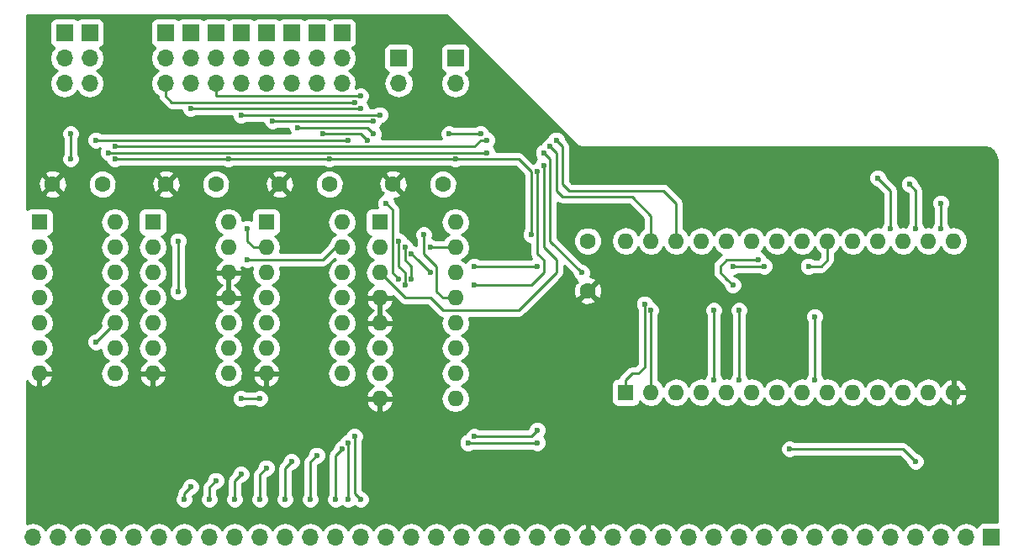
<source format=gbl>
G04 #@! TF.FileFunction,Copper,L2,Bot,Signal*
%FSLAX46Y46*%
G04 Gerber Fmt 4.6, Leading zero omitted, Abs format (unit mm)*
G04 Created by KiCad (PCBNEW 4.0.7) date 12/22/18 18:54:53*
%MOMM*%
%LPD*%
G01*
G04 APERTURE LIST*
%ADD10C,0.100000*%
%ADD11R,1.600000X1.600000*%
%ADD12O,1.600000X1.600000*%
%ADD13C,1.600000*%
%ADD14R,1.700000X1.700000*%
%ADD15O,1.700000X1.700000*%
%ADD16C,0.600000*%
%ADD17C,0.250000*%
%ADD18C,0.254000*%
G04 APERTURE END LIST*
D10*
D11*
X149860000Y-133985000D03*
D12*
X182880000Y-118745000D03*
X152400000Y-133985000D03*
X180340000Y-118745000D03*
X154940000Y-133985000D03*
X177800000Y-118745000D03*
X157480000Y-133985000D03*
X175260000Y-118745000D03*
X160020000Y-133985000D03*
X172720000Y-118745000D03*
X162560000Y-133985000D03*
X170180000Y-118745000D03*
X165100000Y-133985000D03*
X167640000Y-118745000D03*
X167640000Y-133985000D03*
X165100000Y-118745000D03*
X170180000Y-133985000D03*
X162560000Y-118745000D03*
X172720000Y-133985000D03*
X160020000Y-118745000D03*
X175260000Y-133985000D03*
X157480000Y-118745000D03*
X177800000Y-133985000D03*
X154940000Y-118745000D03*
X180340000Y-133985000D03*
X152400000Y-118745000D03*
X182880000Y-133985000D03*
X149860000Y-118745000D03*
D13*
X131445000Y-113030000D03*
X126445000Y-113030000D03*
X120015000Y-113030000D03*
X115015000Y-113030000D03*
X146050000Y-118745000D03*
X146050000Y-123745000D03*
X108585000Y-113030000D03*
X103585000Y-113030000D03*
D14*
X186690000Y-148590000D03*
D15*
X184150000Y-148590000D03*
X181610000Y-148590000D03*
X179070000Y-148590000D03*
X176530000Y-148590000D03*
X173990000Y-148590000D03*
X171450000Y-148590000D03*
X168910000Y-148590000D03*
X166370000Y-148590000D03*
X163830000Y-148590000D03*
X161290000Y-148590000D03*
X158750000Y-148590000D03*
X156210000Y-148590000D03*
X153670000Y-148590000D03*
X151130000Y-148590000D03*
X148590000Y-148590000D03*
X146050000Y-148590000D03*
X143510000Y-148590000D03*
X140970000Y-148590000D03*
X138430000Y-148590000D03*
X135890000Y-148590000D03*
X133350000Y-148590000D03*
X130810000Y-148590000D03*
X128270000Y-148590000D03*
X125730000Y-148590000D03*
X123190000Y-148590000D03*
X120650000Y-148590000D03*
X118110000Y-148590000D03*
X115570000Y-148590000D03*
X113030000Y-148590000D03*
X110490000Y-148590000D03*
X107950000Y-148590000D03*
X105410000Y-148590000D03*
X102870000Y-148590000D03*
X100330000Y-148590000D03*
X97790000Y-148590000D03*
X95250000Y-148590000D03*
X92710000Y-148590000D03*
X90170000Y-148590000D03*
D14*
X127000000Y-100330000D03*
D15*
X127000000Y-102870000D03*
D14*
X132715000Y-100330000D03*
D15*
X132715000Y-102870000D03*
D14*
X103505000Y-97790000D03*
D15*
X103505000Y-100330000D03*
X103505000Y-102870000D03*
D14*
X106045000Y-97790000D03*
D15*
X106045000Y-100330000D03*
X106045000Y-102870000D03*
D14*
X108585000Y-97790000D03*
D15*
X108585000Y-100330000D03*
X108585000Y-102870000D03*
D14*
X111125000Y-97790000D03*
D15*
X111125000Y-100330000D03*
X111125000Y-102870000D03*
D14*
X113665000Y-97790000D03*
D15*
X113665000Y-100330000D03*
X113665000Y-102870000D03*
D14*
X116205000Y-97790000D03*
D15*
X116205000Y-100330000D03*
X116205000Y-102870000D03*
D14*
X95885000Y-97790000D03*
D15*
X95885000Y-100330000D03*
X95885000Y-102870000D03*
D14*
X118745000Y-97790000D03*
D15*
X118745000Y-100330000D03*
X118745000Y-102870000D03*
D14*
X121285000Y-97790000D03*
D15*
X121285000Y-100330000D03*
X121285000Y-102870000D03*
D11*
X125095000Y-116840000D03*
D12*
X132715000Y-134620000D03*
X125095000Y-119380000D03*
X132715000Y-132080000D03*
X125095000Y-121920000D03*
X132715000Y-129540000D03*
X125095000Y-124460000D03*
X132715000Y-127000000D03*
X125095000Y-127000000D03*
X132715000Y-124460000D03*
X125095000Y-129540000D03*
X132715000Y-121920000D03*
X125095000Y-132080000D03*
X132715000Y-119380000D03*
X125095000Y-134620000D03*
X132715000Y-116840000D03*
D11*
X113665000Y-116840000D03*
D12*
X121285000Y-132080000D03*
X113665000Y-119380000D03*
X121285000Y-129540000D03*
X113665000Y-121920000D03*
X121285000Y-127000000D03*
X113665000Y-124460000D03*
X121285000Y-124460000D03*
X113665000Y-127000000D03*
X121285000Y-121920000D03*
X113665000Y-129540000D03*
X121285000Y-119380000D03*
X113665000Y-132080000D03*
X121285000Y-116840000D03*
D11*
X102235000Y-116840000D03*
D12*
X109855000Y-132080000D03*
X102235000Y-119380000D03*
X109855000Y-129540000D03*
X102235000Y-121920000D03*
X109855000Y-127000000D03*
X102235000Y-124460000D03*
X109855000Y-124460000D03*
X102235000Y-127000000D03*
X109855000Y-121920000D03*
X102235000Y-129540000D03*
X109855000Y-119380000D03*
X102235000Y-132080000D03*
X109855000Y-116840000D03*
D11*
X90805000Y-116840000D03*
D12*
X98425000Y-132080000D03*
X90805000Y-119380000D03*
X98425000Y-129540000D03*
X90805000Y-121920000D03*
X98425000Y-127000000D03*
X90805000Y-124460000D03*
X98425000Y-124460000D03*
X90805000Y-127000000D03*
X98425000Y-121920000D03*
X90805000Y-129540000D03*
X98425000Y-119380000D03*
X90805000Y-132080000D03*
X98425000Y-116840000D03*
D13*
X97155000Y-113030000D03*
X92155000Y-113030000D03*
D14*
X93345000Y-97790000D03*
D15*
X93345000Y-100330000D03*
X93345000Y-102870000D03*
D16*
X140335000Y-118110000D03*
X132715000Y-110490000D03*
X120015000Y-110490000D03*
X98425000Y-110490000D03*
X109855000Y-110490000D03*
X97790000Y-109855000D03*
X135890000Y-109855000D03*
X141605000Y-111125000D03*
X140970000Y-111760000D03*
X134620000Y-123190000D03*
X134620000Y-121285000D03*
X179070000Y-140970000D03*
X166370000Y-139700000D03*
X152400000Y-125730000D03*
X140970000Y-121285000D03*
X168910000Y-132715000D03*
X168910000Y-126365000D03*
X161290000Y-125730000D03*
X161290000Y-132715000D03*
X158750000Y-132715000D03*
X158750000Y-125730000D03*
X176530000Y-117475000D03*
X175260000Y-112395000D03*
X121285000Y-139700000D03*
X120650000Y-144780000D03*
X178435000Y-113030000D03*
X179070000Y-117475000D03*
X118110000Y-144780000D03*
X118745000Y-140335000D03*
X116205000Y-140970000D03*
X181610000Y-114935000D03*
X181610000Y-117475000D03*
X115570000Y-144780000D03*
X113030000Y-144780000D03*
X113665000Y-141605000D03*
X111125000Y-142240000D03*
X110490000Y-144780000D03*
X108585000Y-142875000D03*
X107950000Y-144780000D03*
X106045000Y-143510000D03*
X105410000Y-144780000D03*
X96520000Y-128905000D03*
X123190000Y-144780000D03*
X122555000Y-138430000D03*
X121920000Y-144780000D03*
X121920000Y-139065000D03*
X135255000Y-107950000D03*
X132080000Y-107950000D03*
X142875000Y-108585000D03*
X145415000Y-121920000D03*
X151765000Y-125095000D03*
X141605000Y-109855000D03*
X111760000Y-117475000D03*
X122555000Y-104775000D03*
X130175000Y-119380000D03*
X123190000Y-105410000D03*
X106045000Y-105410000D03*
X128270000Y-120015000D03*
X130175000Y-121920000D03*
X129540000Y-118110000D03*
X123190000Y-104140000D03*
X111125000Y-106045000D03*
X125095000Y-106045000D03*
X127635000Y-119380000D03*
X128270000Y-122555000D03*
X127635000Y-123190000D03*
X127000000Y-118745000D03*
X114300000Y-106680000D03*
X124460000Y-106680000D03*
X116840000Y-107315000D03*
X125730000Y-114935000D03*
X127000000Y-122555000D03*
X124460000Y-107950000D03*
X121920000Y-108585000D03*
X96520000Y-108585000D03*
X98425000Y-109220000D03*
X135890000Y-108585000D03*
X142240000Y-109220000D03*
X123825000Y-108585000D03*
X119380000Y-107950000D03*
X140970000Y-137795000D03*
X134620000Y-138430000D03*
X160655000Y-121285000D03*
X168275000Y-121285000D03*
X163830000Y-121285000D03*
X163195000Y-120650000D03*
X160655000Y-123190000D03*
X140970000Y-139065000D03*
X133985000Y-139065000D03*
X111125000Y-134620000D03*
X113030000Y-134620000D03*
X111760000Y-120650000D03*
X93980000Y-107950000D03*
X93980000Y-110490000D03*
X104775000Y-123825000D03*
X104775000Y-118745000D03*
D17*
X140335000Y-118110000D02*
X140335000Y-111760000D01*
X139065000Y-110490000D02*
X132715000Y-110490000D01*
X140335000Y-111760000D02*
X139065000Y-110490000D01*
X120015000Y-110490000D02*
X132715000Y-110490000D01*
X109855000Y-110490000D02*
X120015000Y-110490000D01*
X98425000Y-110490000D02*
X109855000Y-110490000D01*
X133985000Y-109855000D02*
X135890000Y-109855000D01*
X97790000Y-109855000D02*
X133985000Y-109855000D01*
X141605000Y-119380000D02*
X142875000Y-120650000D01*
X127635000Y-124460000D02*
X130175000Y-124460000D01*
X130175000Y-124460000D02*
X131445000Y-125730000D01*
X131445000Y-125730000D02*
X134620000Y-125730000D01*
X125095000Y-121920000D02*
X127635000Y-124460000D01*
X141605000Y-119380000D02*
X141605000Y-111125000D01*
X139065000Y-125730000D02*
X134620000Y-125730000D01*
X142875000Y-121920000D02*
X139065000Y-125730000D01*
X142875000Y-120650000D02*
X142875000Y-121920000D01*
X141605000Y-120650000D02*
X140970000Y-120015000D01*
X140970000Y-120015000D02*
X140970000Y-111760000D01*
X141605000Y-120650000D02*
X141605000Y-121920000D01*
X140335000Y-123190000D02*
X134620000Y-123190000D01*
X141605000Y-121920000D02*
X140335000Y-123190000D01*
X134620000Y-121285000D02*
X140970000Y-121285000D01*
X177800000Y-139700000D02*
X166370000Y-139700000D01*
X179070000Y-140970000D02*
X177800000Y-139700000D01*
X152400000Y-125730000D02*
X152400000Y-133985000D01*
X168910000Y-132715000D02*
X168910000Y-127000000D01*
X168910000Y-127000000D02*
X168910000Y-126365000D01*
X168910000Y-126365000D02*
X168910000Y-126365000D01*
X161290000Y-125730000D02*
X161290000Y-132715000D01*
X158750000Y-132715000D02*
X158750000Y-125730000D01*
X176530000Y-117475000D02*
X176530000Y-113665000D01*
X176530000Y-113665000D02*
X175260000Y-112395000D01*
X120650000Y-144780000D02*
X120650000Y-140335000D01*
X121285000Y-139700000D02*
X121285000Y-139700000D01*
X120650000Y-140335000D02*
X121285000Y-139700000D01*
X118110000Y-144780000D02*
X118110000Y-140970000D01*
X118745000Y-140335000D02*
X118745000Y-140335000D01*
X118110000Y-140970000D02*
X118745000Y-140335000D01*
X179070000Y-113665000D02*
X178435000Y-113030000D01*
X179070000Y-117475000D02*
X179070000Y-114300000D01*
X179070000Y-114300000D02*
X179070000Y-113665000D01*
X115570000Y-144780000D02*
X115570000Y-141605000D01*
X116205000Y-140970000D02*
X116205000Y-140970000D01*
X115570000Y-141605000D02*
X116205000Y-140970000D01*
X181610000Y-117475000D02*
X181610000Y-114935000D01*
X113030000Y-144780000D02*
X113030000Y-142240000D01*
X113665000Y-141605000D02*
X113665000Y-141605000D01*
X113030000Y-142240000D02*
X113665000Y-141605000D01*
X110490000Y-144780000D02*
X110490000Y-142875000D01*
X111125000Y-142240000D02*
X111125000Y-142240000D01*
X110490000Y-142875000D02*
X111125000Y-142240000D01*
X107950000Y-144780000D02*
X107950000Y-143510000D01*
X108585000Y-142875000D02*
X108585000Y-142875000D01*
X107950000Y-143510000D02*
X108585000Y-142875000D01*
X105410000Y-144780000D02*
X105410000Y-144145000D01*
X106045000Y-143510000D02*
X106045000Y-143510000D01*
X105410000Y-144145000D02*
X106045000Y-143510000D01*
X123190000Y-144780000D02*
X122555000Y-144145000D01*
X122555000Y-144145000D02*
X122555000Y-138430000D01*
X96520000Y-128905000D02*
X98425000Y-127000000D01*
X121920000Y-144780000D02*
X121920000Y-139065000D01*
X135255000Y-107950000D02*
X132080000Y-107950000D01*
X154940000Y-114935000D02*
X154940000Y-118745000D01*
X143510000Y-109220000D02*
X142875000Y-108585000D01*
X143510000Y-113030000D02*
X143510000Y-109220000D01*
X144145000Y-113665000D02*
X143510000Y-113030000D01*
X153670000Y-113665000D02*
X144145000Y-113665000D01*
X154940000Y-114935000D02*
X153670000Y-113665000D01*
X142240000Y-118745000D02*
X145415000Y-121920000D01*
X149860000Y-132715000D02*
X150495000Y-132080000D01*
X150495000Y-132080000D02*
X151130000Y-132080000D01*
X151130000Y-132080000D02*
X151765000Y-131445000D01*
X151765000Y-131445000D02*
X151765000Y-125095000D01*
X149860000Y-132715000D02*
X149860000Y-133985000D01*
X142240000Y-118745000D02*
X142240000Y-110490000D01*
X142240000Y-110490000D02*
X141605000Y-109855000D01*
X113665000Y-119380000D02*
X112395000Y-119380000D01*
X111760000Y-118745000D02*
X111760000Y-117475000D01*
X112395000Y-119380000D02*
X111760000Y-118745000D01*
X104140000Y-104775000D02*
X103505000Y-104140000D01*
X122555000Y-104775000D02*
X104140000Y-104775000D01*
X132715000Y-119380000D02*
X130175000Y-119380000D01*
X103505000Y-104140000D02*
X103505000Y-102870000D01*
X106045000Y-105410000D02*
X123190000Y-105410000D01*
X130175000Y-121920000D02*
X128905000Y-120650000D01*
X128905000Y-120650000D02*
X128270000Y-120015000D01*
X131445000Y-124460000D02*
X130810000Y-123825000D01*
X130810000Y-123825000D02*
X130810000Y-121285000D01*
X130810000Y-121285000D02*
X129540000Y-120015000D01*
X129540000Y-120015000D02*
X129540000Y-118110000D01*
X132715000Y-124460000D02*
X131445000Y-124460000D01*
X108585000Y-104140000D02*
X108585000Y-102870000D01*
X123190000Y-104140000D02*
X108585000Y-104140000D01*
X125095000Y-106045000D02*
X111125000Y-106045000D01*
X127635000Y-120650000D02*
X127635000Y-119380000D01*
X128270000Y-121285000D02*
X127635000Y-120650000D01*
X128270000Y-122555000D02*
X128270000Y-121285000D01*
X127635000Y-123190000D02*
X127635000Y-121920000D01*
X127635000Y-121920000D02*
X127000000Y-121285000D01*
X127000000Y-121285000D02*
X127000000Y-118745000D01*
X124460000Y-106680000D02*
X114300000Y-106680000D01*
X123825000Y-107315000D02*
X124460000Y-107950000D01*
X123825000Y-107315000D02*
X116840000Y-107315000D01*
X126365000Y-115570000D02*
X125730000Y-114935000D01*
X126365000Y-121920000D02*
X126365000Y-115570000D01*
X127000000Y-122555000D02*
X126365000Y-121920000D01*
X121920000Y-108585000D02*
X96520000Y-108585000D01*
X135255000Y-108585000D02*
X134620000Y-109220000D01*
X134620000Y-109220000D02*
X98425000Y-109220000D01*
X152400000Y-116205000D02*
X152400000Y-118745000D01*
X142875000Y-109855000D02*
X142240000Y-109220000D01*
X142875000Y-113665000D02*
X142875000Y-109855000D01*
X143510000Y-114300000D02*
X142875000Y-113665000D01*
X150495000Y-114300000D02*
X143510000Y-114300000D01*
X152400000Y-116205000D02*
X150495000Y-114300000D01*
X135890000Y-108585000D02*
X135255000Y-108585000D01*
X123190000Y-107950000D02*
X119380000Y-107950000D01*
X123825000Y-108585000D02*
X123190000Y-107950000D01*
X140335000Y-138430000D02*
X140970000Y-137795000D01*
X134620000Y-138430000D02*
X140335000Y-138430000D01*
X170180000Y-120650000D02*
X169545000Y-121285000D01*
X169545000Y-121285000D02*
X168275000Y-121285000D01*
X170180000Y-118745000D02*
X170180000Y-120650000D01*
X163830000Y-121285000D02*
X160655000Y-121285000D01*
X163195000Y-120650000D02*
X160020000Y-120650000D01*
X133985000Y-139065000D02*
X140970000Y-139065000D01*
X160020000Y-122555000D02*
X160655000Y-123190000D01*
X159385000Y-121920000D02*
X160020000Y-122555000D01*
X159385000Y-121285000D02*
X159385000Y-121920000D01*
X160020000Y-120650000D02*
X159385000Y-121285000D01*
X113030000Y-134620000D02*
X111125000Y-134620000D01*
X119380000Y-120650000D02*
X120650000Y-119380000D01*
X111760000Y-120650000D02*
X119380000Y-120650000D01*
X120650000Y-119380000D02*
X121285000Y-119380000D01*
X93980000Y-107950000D02*
X93980000Y-110490000D01*
X104775000Y-118745000D02*
X104775000Y-123825000D01*
D18*
G36*
X144912954Y-109087046D02*
X145143295Y-109240954D01*
X145415000Y-109295000D01*
X185985069Y-109295000D01*
X186506984Y-109398815D01*
X186890157Y-109654844D01*
X187146185Y-110038015D01*
X187250000Y-110559931D01*
X187250000Y-147092560D01*
X185840000Y-147092560D01*
X185604683Y-147136838D01*
X185388559Y-147275910D01*
X185243569Y-147488110D01*
X185229914Y-147555541D01*
X185200054Y-147510853D01*
X184718285Y-147188946D01*
X184150000Y-147075907D01*
X183581715Y-147188946D01*
X183099946Y-147510853D01*
X182880000Y-147840026D01*
X182660054Y-147510853D01*
X182178285Y-147188946D01*
X181610000Y-147075907D01*
X181041715Y-147188946D01*
X180559946Y-147510853D01*
X180340000Y-147840026D01*
X180120054Y-147510853D01*
X179638285Y-147188946D01*
X179070000Y-147075907D01*
X178501715Y-147188946D01*
X178019946Y-147510853D01*
X177800000Y-147840026D01*
X177580054Y-147510853D01*
X177098285Y-147188946D01*
X176530000Y-147075907D01*
X175961715Y-147188946D01*
X175479946Y-147510853D01*
X175260000Y-147840026D01*
X175040054Y-147510853D01*
X174558285Y-147188946D01*
X173990000Y-147075907D01*
X173421715Y-147188946D01*
X172939946Y-147510853D01*
X172720000Y-147840026D01*
X172500054Y-147510853D01*
X172018285Y-147188946D01*
X171450000Y-147075907D01*
X170881715Y-147188946D01*
X170399946Y-147510853D01*
X170180000Y-147840026D01*
X169960054Y-147510853D01*
X169478285Y-147188946D01*
X168910000Y-147075907D01*
X168341715Y-147188946D01*
X167859946Y-147510853D01*
X167640000Y-147840026D01*
X167420054Y-147510853D01*
X166938285Y-147188946D01*
X166370000Y-147075907D01*
X165801715Y-147188946D01*
X165319946Y-147510853D01*
X165100000Y-147840026D01*
X164880054Y-147510853D01*
X164398285Y-147188946D01*
X163830000Y-147075907D01*
X163261715Y-147188946D01*
X162779946Y-147510853D01*
X162560000Y-147840026D01*
X162340054Y-147510853D01*
X161858285Y-147188946D01*
X161290000Y-147075907D01*
X160721715Y-147188946D01*
X160239946Y-147510853D01*
X160020000Y-147840026D01*
X159800054Y-147510853D01*
X159318285Y-147188946D01*
X158750000Y-147075907D01*
X158181715Y-147188946D01*
X157699946Y-147510853D01*
X157480000Y-147840026D01*
X157260054Y-147510853D01*
X156778285Y-147188946D01*
X156210000Y-147075907D01*
X155641715Y-147188946D01*
X155159946Y-147510853D01*
X154940000Y-147840026D01*
X154720054Y-147510853D01*
X154238285Y-147188946D01*
X153670000Y-147075907D01*
X153101715Y-147188946D01*
X152619946Y-147510853D01*
X152400000Y-147840026D01*
X152180054Y-147510853D01*
X151698285Y-147188946D01*
X151130000Y-147075907D01*
X150561715Y-147188946D01*
X150079946Y-147510853D01*
X149860000Y-147840026D01*
X149640054Y-147510853D01*
X149158285Y-147188946D01*
X148590000Y-147075907D01*
X148021715Y-147188946D01*
X147539946Y-147510853D01*
X147312298Y-147851553D01*
X147245183Y-147708642D01*
X146816924Y-147318355D01*
X146406890Y-147148524D01*
X146177000Y-147269845D01*
X146177000Y-148463000D01*
X146197000Y-148463000D01*
X146197000Y-148717000D01*
X146177000Y-148717000D01*
X146177000Y-148737000D01*
X145923000Y-148737000D01*
X145923000Y-148717000D01*
X145903000Y-148717000D01*
X145903000Y-148463000D01*
X145923000Y-148463000D01*
X145923000Y-147269845D01*
X145693110Y-147148524D01*
X145283076Y-147318355D01*
X144854817Y-147708642D01*
X144787702Y-147851553D01*
X144560054Y-147510853D01*
X144078285Y-147188946D01*
X143510000Y-147075907D01*
X142941715Y-147188946D01*
X142459946Y-147510853D01*
X142240000Y-147840026D01*
X142020054Y-147510853D01*
X141538285Y-147188946D01*
X140970000Y-147075907D01*
X140401715Y-147188946D01*
X139919946Y-147510853D01*
X139700000Y-147840026D01*
X139480054Y-147510853D01*
X138998285Y-147188946D01*
X138430000Y-147075907D01*
X137861715Y-147188946D01*
X137379946Y-147510853D01*
X137160000Y-147840026D01*
X136940054Y-147510853D01*
X136458285Y-147188946D01*
X135890000Y-147075907D01*
X135321715Y-147188946D01*
X134839946Y-147510853D01*
X134620000Y-147840026D01*
X134400054Y-147510853D01*
X133918285Y-147188946D01*
X133350000Y-147075907D01*
X132781715Y-147188946D01*
X132299946Y-147510853D01*
X132080000Y-147840026D01*
X131860054Y-147510853D01*
X131378285Y-147188946D01*
X130810000Y-147075907D01*
X130241715Y-147188946D01*
X129759946Y-147510853D01*
X129540000Y-147840026D01*
X129320054Y-147510853D01*
X128838285Y-147188946D01*
X128270000Y-147075907D01*
X127701715Y-147188946D01*
X127219946Y-147510853D01*
X127000000Y-147840026D01*
X126780054Y-147510853D01*
X126298285Y-147188946D01*
X125730000Y-147075907D01*
X125161715Y-147188946D01*
X124679946Y-147510853D01*
X124460000Y-147840026D01*
X124240054Y-147510853D01*
X123758285Y-147188946D01*
X123190000Y-147075907D01*
X122621715Y-147188946D01*
X122139946Y-147510853D01*
X121920000Y-147840026D01*
X121700054Y-147510853D01*
X121218285Y-147188946D01*
X120650000Y-147075907D01*
X120081715Y-147188946D01*
X119599946Y-147510853D01*
X119380000Y-147840026D01*
X119160054Y-147510853D01*
X118678285Y-147188946D01*
X118110000Y-147075907D01*
X117541715Y-147188946D01*
X117059946Y-147510853D01*
X116840000Y-147840026D01*
X116620054Y-147510853D01*
X116138285Y-147188946D01*
X115570000Y-147075907D01*
X115001715Y-147188946D01*
X114519946Y-147510853D01*
X114300000Y-147840026D01*
X114080054Y-147510853D01*
X113598285Y-147188946D01*
X113030000Y-147075907D01*
X112461715Y-147188946D01*
X111979946Y-147510853D01*
X111760000Y-147840026D01*
X111540054Y-147510853D01*
X111058285Y-147188946D01*
X110490000Y-147075907D01*
X109921715Y-147188946D01*
X109439946Y-147510853D01*
X109220000Y-147840026D01*
X109000054Y-147510853D01*
X108518285Y-147188946D01*
X107950000Y-147075907D01*
X107381715Y-147188946D01*
X106899946Y-147510853D01*
X106680000Y-147840026D01*
X106460054Y-147510853D01*
X105978285Y-147188946D01*
X105410000Y-147075907D01*
X104841715Y-147188946D01*
X104359946Y-147510853D01*
X104140000Y-147840026D01*
X103920054Y-147510853D01*
X103438285Y-147188946D01*
X102870000Y-147075907D01*
X102301715Y-147188946D01*
X101819946Y-147510853D01*
X101600000Y-147840026D01*
X101380054Y-147510853D01*
X100898285Y-147188946D01*
X100330000Y-147075907D01*
X99761715Y-147188946D01*
X99279946Y-147510853D01*
X99060000Y-147840026D01*
X98840054Y-147510853D01*
X98358285Y-147188946D01*
X97790000Y-147075907D01*
X97221715Y-147188946D01*
X96739946Y-147510853D01*
X96520000Y-147840026D01*
X96300054Y-147510853D01*
X95818285Y-147188946D01*
X95250000Y-147075907D01*
X94681715Y-147188946D01*
X94199946Y-147510853D01*
X93980000Y-147840026D01*
X93760054Y-147510853D01*
X93278285Y-147188946D01*
X92710000Y-147075907D01*
X92141715Y-147188946D01*
X91659946Y-147510853D01*
X91440000Y-147840026D01*
X91220054Y-147510853D01*
X90738285Y-147188946D01*
X90170000Y-147075907D01*
X89610000Y-147187298D01*
X89610000Y-144965167D01*
X104474838Y-144965167D01*
X104616883Y-145308943D01*
X104879673Y-145572192D01*
X105223201Y-145714838D01*
X105595167Y-145715162D01*
X105938943Y-145573117D01*
X106202192Y-145310327D01*
X106344838Y-144966799D01*
X106344839Y-144965167D01*
X107014838Y-144965167D01*
X107156883Y-145308943D01*
X107419673Y-145572192D01*
X107763201Y-145714838D01*
X108135167Y-145715162D01*
X108478943Y-145573117D01*
X108742192Y-145310327D01*
X108884838Y-144966799D01*
X108884839Y-144965167D01*
X109554838Y-144965167D01*
X109696883Y-145308943D01*
X109959673Y-145572192D01*
X110303201Y-145714838D01*
X110675167Y-145715162D01*
X111018943Y-145573117D01*
X111282192Y-145310327D01*
X111424838Y-144966799D01*
X111424839Y-144965167D01*
X112094838Y-144965167D01*
X112236883Y-145308943D01*
X112499673Y-145572192D01*
X112843201Y-145714838D01*
X113215167Y-145715162D01*
X113558943Y-145573117D01*
X113822192Y-145310327D01*
X113964838Y-144966799D01*
X113964839Y-144965167D01*
X114634838Y-144965167D01*
X114776883Y-145308943D01*
X115039673Y-145572192D01*
X115383201Y-145714838D01*
X115755167Y-145715162D01*
X116098943Y-145573117D01*
X116362192Y-145310327D01*
X116504838Y-144966799D01*
X116504839Y-144965167D01*
X117174838Y-144965167D01*
X117316883Y-145308943D01*
X117579673Y-145572192D01*
X117923201Y-145714838D01*
X118295167Y-145715162D01*
X118638943Y-145573117D01*
X118902192Y-145310327D01*
X119044838Y-144966799D01*
X119044839Y-144965167D01*
X119714838Y-144965167D01*
X119856883Y-145308943D01*
X120119673Y-145572192D01*
X120463201Y-145714838D01*
X120835167Y-145715162D01*
X121178943Y-145573117D01*
X121284954Y-145467290D01*
X121389673Y-145572192D01*
X121733201Y-145714838D01*
X122105167Y-145715162D01*
X122448943Y-145573117D01*
X122554954Y-145467290D01*
X122659673Y-145572192D01*
X123003201Y-145714838D01*
X123375167Y-145715162D01*
X123718943Y-145573117D01*
X123982192Y-145310327D01*
X124124838Y-144966799D01*
X124125162Y-144594833D01*
X123983117Y-144251057D01*
X123720327Y-143987808D01*
X123376799Y-143845162D01*
X123329923Y-143845121D01*
X123315000Y-143830198D01*
X123315000Y-139250167D01*
X133049838Y-139250167D01*
X133191883Y-139593943D01*
X133454673Y-139857192D01*
X133798201Y-139999838D01*
X134170167Y-140000162D01*
X134513943Y-139858117D01*
X134547118Y-139825000D01*
X140407537Y-139825000D01*
X140439673Y-139857192D01*
X140783201Y-139999838D01*
X141155167Y-140000162D01*
X141433476Y-139885167D01*
X165434838Y-139885167D01*
X165576883Y-140228943D01*
X165839673Y-140492192D01*
X166183201Y-140634838D01*
X166555167Y-140635162D01*
X166898943Y-140493117D01*
X166932118Y-140460000D01*
X177485198Y-140460000D01*
X178134878Y-141109680D01*
X178134838Y-141155167D01*
X178276883Y-141498943D01*
X178539673Y-141762192D01*
X178883201Y-141904838D01*
X179255167Y-141905162D01*
X179598943Y-141763117D01*
X179862192Y-141500327D01*
X180004838Y-141156799D01*
X180005162Y-140784833D01*
X179863117Y-140441057D01*
X179600327Y-140177808D01*
X179256799Y-140035162D01*
X179209923Y-140035121D01*
X178337401Y-139162599D01*
X178090839Y-138997852D01*
X177800000Y-138940000D01*
X166932463Y-138940000D01*
X166900327Y-138907808D01*
X166556799Y-138765162D01*
X166184833Y-138764838D01*
X165841057Y-138906883D01*
X165577808Y-139169673D01*
X165435162Y-139513201D01*
X165434838Y-139885167D01*
X141433476Y-139885167D01*
X141498943Y-139858117D01*
X141762192Y-139595327D01*
X141904838Y-139251799D01*
X141905162Y-138879833D01*
X141763117Y-138536057D01*
X141657290Y-138430046D01*
X141762192Y-138325327D01*
X141904838Y-137981799D01*
X141905162Y-137609833D01*
X141763117Y-137266057D01*
X141500327Y-137002808D01*
X141156799Y-136860162D01*
X140784833Y-136859838D01*
X140441057Y-137001883D01*
X140177808Y-137264673D01*
X140035162Y-137608201D01*
X140035121Y-137655077D01*
X140020198Y-137670000D01*
X135182463Y-137670000D01*
X135150327Y-137637808D01*
X134806799Y-137495162D01*
X134434833Y-137494838D01*
X134091057Y-137636883D01*
X133827808Y-137899673D01*
X133718235Y-138163554D01*
X133456057Y-138271883D01*
X133192808Y-138534673D01*
X133050162Y-138878201D01*
X133049838Y-139250167D01*
X123315000Y-139250167D01*
X123315000Y-138992463D01*
X123347192Y-138960327D01*
X123489838Y-138616799D01*
X123490162Y-138244833D01*
X123348117Y-137901057D01*
X123085327Y-137637808D01*
X122741799Y-137495162D01*
X122369833Y-137494838D01*
X122026057Y-137636883D01*
X121762808Y-137899673D01*
X121653235Y-138163554D01*
X121391057Y-138271883D01*
X121127808Y-138534673D01*
X121018235Y-138798554D01*
X120756057Y-138906883D01*
X120492808Y-139169673D01*
X120350162Y-139513201D01*
X120350121Y-139560077D01*
X120112599Y-139797599D01*
X119947852Y-140044161D01*
X119890000Y-140335000D01*
X119890000Y-144217537D01*
X119857808Y-144249673D01*
X119715162Y-144593201D01*
X119714838Y-144965167D01*
X119044839Y-144965167D01*
X119045162Y-144594833D01*
X118903117Y-144251057D01*
X118870000Y-144217882D01*
X118870000Y-141284802D01*
X118884680Y-141270122D01*
X118930167Y-141270162D01*
X119273943Y-141128117D01*
X119537192Y-140865327D01*
X119679838Y-140521799D01*
X119680162Y-140149833D01*
X119538117Y-139806057D01*
X119275327Y-139542808D01*
X118931799Y-139400162D01*
X118559833Y-139399838D01*
X118216057Y-139541883D01*
X117952808Y-139804673D01*
X117810162Y-140148201D01*
X117810121Y-140195077D01*
X117572599Y-140432599D01*
X117407852Y-140679161D01*
X117350000Y-140970000D01*
X117350000Y-144217537D01*
X117317808Y-144249673D01*
X117175162Y-144593201D01*
X117174838Y-144965167D01*
X116504839Y-144965167D01*
X116505162Y-144594833D01*
X116363117Y-144251057D01*
X116330000Y-144217882D01*
X116330000Y-141919802D01*
X116344680Y-141905122D01*
X116390167Y-141905162D01*
X116733943Y-141763117D01*
X116997192Y-141500327D01*
X117139838Y-141156799D01*
X117140162Y-140784833D01*
X116998117Y-140441057D01*
X116735327Y-140177808D01*
X116391799Y-140035162D01*
X116019833Y-140034838D01*
X115676057Y-140176883D01*
X115412808Y-140439673D01*
X115270162Y-140783201D01*
X115270121Y-140830077D01*
X115032599Y-141067599D01*
X114867852Y-141314161D01*
X114810000Y-141605000D01*
X114810000Y-144217537D01*
X114777808Y-144249673D01*
X114635162Y-144593201D01*
X114634838Y-144965167D01*
X113964839Y-144965167D01*
X113965162Y-144594833D01*
X113823117Y-144251057D01*
X113790000Y-144217882D01*
X113790000Y-142554802D01*
X113804680Y-142540122D01*
X113850167Y-142540162D01*
X114193943Y-142398117D01*
X114457192Y-142135327D01*
X114599838Y-141791799D01*
X114600162Y-141419833D01*
X114458117Y-141076057D01*
X114195327Y-140812808D01*
X113851799Y-140670162D01*
X113479833Y-140669838D01*
X113136057Y-140811883D01*
X112872808Y-141074673D01*
X112730162Y-141418201D01*
X112730121Y-141465077D01*
X112492599Y-141702599D01*
X112327852Y-141949161D01*
X112270000Y-142240000D01*
X112270000Y-144217537D01*
X112237808Y-144249673D01*
X112095162Y-144593201D01*
X112094838Y-144965167D01*
X111424839Y-144965167D01*
X111425162Y-144594833D01*
X111283117Y-144251057D01*
X111250000Y-144217882D01*
X111250000Y-143189802D01*
X111264680Y-143175122D01*
X111310167Y-143175162D01*
X111653943Y-143033117D01*
X111917192Y-142770327D01*
X112059838Y-142426799D01*
X112060162Y-142054833D01*
X111918117Y-141711057D01*
X111655327Y-141447808D01*
X111311799Y-141305162D01*
X110939833Y-141304838D01*
X110596057Y-141446883D01*
X110332808Y-141709673D01*
X110190162Y-142053201D01*
X110190121Y-142100077D01*
X109952599Y-142337599D01*
X109787852Y-142584161D01*
X109730000Y-142875000D01*
X109730000Y-144217537D01*
X109697808Y-144249673D01*
X109555162Y-144593201D01*
X109554838Y-144965167D01*
X108884839Y-144965167D01*
X108885162Y-144594833D01*
X108743117Y-144251057D01*
X108710000Y-144217882D01*
X108710000Y-143824802D01*
X108724680Y-143810122D01*
X108770167Y-143810162D01*
X109113943Y-143668117D01*
X109377192Y-143405327D01*
X109519838Y-143061799D01*
X109520162Y-142689833D01*
X109378117Y-142346057D01*
X109115327Y-142082808D01*
X108771799Y-141940162D01*
X108399833Y-141939838D01*
X108056057Y-142081883D01*
X107792808Y-142344673D01*
X107650162Y-142688201D01*
X107650121Y-142735077D01*
X107412599Y-142972599D01*
X107247852Y-143219161D01*
X107190000Y-143510000D01*
X107190000Y-144217537D01*
X107157808Y-144249673D01*
X107015162Y-144593201D01*
X107014838Y-144965167D01*
X106344839Y-144965167D01*
X106345162Y-144594833D01*
X106275568Y-144426403D01*
X106573943Y-144303117D01*
X106837192Y-144040327D01*
X106979838Y-143696799D01*
X106980162Y-143324833D01*
X106838117Y-142981057D01*
X106575327Y-142717808D01*
X106231799Y-142575162D01*
X105859833Y-142574838D01*
X105516057Y-142716883D01*
X105252808Y-142979673D01*
X105110162Y-143323201D01*
X105110121Y-143370077D01*
X104872599Y-143607599D01*
X104707852Y-143854161D01*
X104650000Y-144145000D01*
X104650000Y-144217537D01*
X104617808Y-144249673D01*
X104475162Y-144593201D01*
X104474838Y-144965167D01*
X89610000Y-144965167D01*
X89610000Y-134805167D01*
X110189838Y-134805167D01*
X110331883Y-135148943D01*
X110594673Y-135412192D01*
X110938201Y-135554838D01*
X111310167Y-135555162D01*
X111653943Y-135413117D01*
X111687118Y-135380000D01*
X112467537Y-135380000D01*
X112499673Y-135412192D01*
X112843201Y-135554838D01*
X113215167Y-135555162D01*
X113558943Y-135413117D01*
X113822192Y-135150327D01*
X113897469Y-134969039D01*
X123703096Y-134969039D01*
X123863959Y-135357423D01*
X124239866Y-135772389D01*
X124745959Y-136011914D01*
X124968000Y-135890629D01*
X124968000Y-134747000D01*
X125222000Y-134747000D01*
X125222000Y-135890629D01*
X125444041Y-136011914D01*
X125950134Y-135772389D01*
X126326041Y-135357423D01*
X126486904Y-134969039D01*
X126364915Y-134747000D01*
X125222000Y-134747000D01*
X124968000Y-134747000D01*
X123825085Y-134747000D01*
X123703096Y-134969039D01*
X113897469Y-134969039D01*
X113964838Y-134806799D01*
X113965162Y-134434833D01*
X113823117Y-134091057D01*
X113560327Y-133827808D01*
X113216799Y-133685162D01*
X112844833Y-133684838D01*
X112501057Y-133826883D01*
X112467882Y-133860000D01*
X111687463Y-133860000D01*
X111655327Y-133827808D01*
X111311799Y-133685162D01*
X110939833Y-133684838D01*
X110596057Y-133826883D01*
X110332808Y-134089673D01*
X110190162Y-134433201D01*
X110189838Y-134805167D01*
X89610000Y-134805167D01*
X89610000Y-132857209D01*
X89949866Y-133232389D01*
X90455959Y-133471914D01*
X90678000Y-133350629D01*
X90678000Y-132207000D01*
X90932000Y-132207000D01*
X90932000Y-133350629D01*
X91154041Y-133471914D01*
X91660134Y-133232389D01*
X92036041Y-132817423D01*
X92196904Y-132429039D01*
X92074915Y-132207000D01*
X90932000Y-132207000D01*
X90678000Y-132207000D01*
X90658000Y-132207000D01*
X90658000Y-131953000D01*
X90678000Y-131953000D01*
X90678000Y-131933000D01*
X90932000Y-131933000D01*
X90932000Y-131953000D01*
X92074915Y-131953000D01*
X92196904Y-131730961D01*
X92036041Y-131342577D01*
X91660134Y-130927611D01*
X91443297Y-130824986D01*
X91847811Y-130554698D01*
X92158880Y-130089151D01*
X92268113Y-129540000D01*
X92178636Y-129090167D01*
X95584838Y-129090167D01*
X95726883Y-129433943D01*
X95989673Y-129697192D01*
X96333201Y-129839838D01*
X96705167Y-129840162D01*
X96997561Y-129719347D01*
X97071120Y-130089151D01*
X97382189Y-130554698D01*
X97764275Y-130810000D01*
X97382189Y-131065302D01*
X97071120Y-131530849D01*
X96961887Y-132080000D01*
X97071120Y-132629151D01*
X97382189Y-133094698D01*
X97847736Y-133405767D01*
X98396887Y-133515000D01*
X98453113Y-133515000D01*
X99002264Y-133405767D01*
X99467811Y-133094698D01*
X99778880Y-132629151D01*
X99818684Y-132429039D01*
X100843096Y-132429039D01*
X101003959Y-132817423D01*
X101379866Y-133232389D01*
X101885959Y-133471914D01*
X102108000Y-133350629D01*
X102108000Y-132207000D01*
X102362000Y-132207000D01*
X102362000Y-133350629D01*
X102584041Y-133471914D01*
X103090134Y-133232389D01*
X103466041Y-132817423D01*
X103626904Y-132429039D01*
X103504915Y-132207000D01*
X102362000Y-132207000D01*
X102108000Y-132207000D01*
X100965085Y-132207000D01*
X100843096Y-132429039D01*
X99818684Y-132429039D01*
X99888113Y-132080000D01*
X99778880Y-131530849D01*
X99467811Y-131065302D01*
X99085725Y-130810000D01*
X99467811Y-130554698D01*
X99778880Y-130089151D01*
X99888113Y-129540000D01*
X99778880Y-128990849D01*
X99467811Y-128525302D01*
X99085725Y-128270000D01*
X99467811Y-128014698D01*
X99778880Y-127549151D01*
X99888113Y-127000000D01*
X99778880Y-126450849D01*
X99467811Y-125985302D01*
X99085725Y-125730000D01*
X99467811Y-125474698D01*
X99778880Y-125009151D01*
X99888113Y-124460000D01*
X99778880Y-123910849D01*
X99467811Y-123445302D01*
X99085725Y-123190000D01*
X99467811Y-122934698D01*
X99778880Y-122469151D01*
X99888113Y-121920000D01*
X99778880Y-121370849D01*
X99467811Y-120905302D01*
X99085725Y-120650000D01*
X99467811Y-120394698D01*
X99778880Y-119929151D01*
X99888113Y-119380000D01*
X100771887Y-119380000D01*
X100881120Y-119929151D01*
X101192189Y-120394698D01*
X101574275Y-120650000D01*
X101192189Y-120905302D01*
X100881120Y-121370849D01*
X100771887Y-121920000D01*
X100881120Y-122469151D01*
X101192189Y-122934698D01*
X101574275Y-123190000D01*
X101192189Y-123445302D01*
X100881120Y-123910849D01*
X100771887Y-124460000D01*
X100881120Y-125009151D01*
X101192189Y-125474698D01*
X101574275Y-125730000D01*
X101192189Y-125985302D01*
X100881120Y-126450849D01*
X100771887Y-127000000D01*
X100881120Y-127549151D01*
X101192189Y-128014698D01*
X101574275Y-128270000D01*
X101192189Y-128525302D01*
X100881120Y-128990849D01*
X100771887Y-129540000D01*
X100881120Y-130089151D01*
X101192189Y-130554698D01*
X101596703Y-130824986D01*
X101379866Y-130927611D01*
X101003959Y-131342577D01*
X100843096Y-131730961D01*
X100965085Y-131953000D01*
X102108000Y-131953000D01*
X102108000Y-131933000D01*
X102362000Y-131933000D01*
X102362000Y-131953000D01*
X103504915Y-131953000D01*
X103626904Y-131730961D01*
X103466041Y-131342577D01*
X103090134Y-130927611D01*
X102873297Y-130824986D01*
X103277811Y-130554698D01*
X103588880Y-130089151D01*
X103698113Y-129540000D01*
X103588880Y-128990849D01*
X103277811Y-128525302D01*
X102895725Y-128270000D01*
X103277811Y-128014698D01*
X103588880Y-127549151D01*
X103698113Y-127000000D01*
X108391887Y-127000000D01*
X108501120Y-127549151D01*
X108812189Y-128014698D01*
X109194275Y-128270000D01*
X108812189Y-128525302D01*
X108501120Y-128990849D01*
X108391887Y-129540000D01*
X108501120Y-130089151D01*
X108812189Y-130554698D01*
X109194275Y-130810000D01*
X108812189Y-131065302D01*
X108501120Y-131530849D01*
X108391887Y-132080000D01*
X108501120Y-132629151D01*
X108812189Y-133094698D01*
X109277736Y-133405767D01*
X109826887Y-133515000D01*
X109883113Y-133515000D01*
X110432264Y-133405767D01*
X110897811Y-133094698D01*
X111208880Y-132629151D01*
X111248684Y-132429039D01*
X112273096Y-132429039D01*
X112433959Y-132817423D01*
X112809866Y-133232389D01*
X113315959Y-133471914D01*
X113538000Y-133350629D01*
X113538000Y-132207000D01*
X113792000Y-132207000D01*
X113792000Y-133350629D01*
X114014041Y-133471914D01*
X114520134Y-133232389D01*
X114896041Y-132817423D01*
X115056904Y-132429039D01*
X114934915Y-132207000D01*
X113792000Y-132207000D01*
X113538000Y-132207000D01*
X112395085Y-132207000D01*
X112273096Y-132429039D01*
X111248684Y-132429039D01*
X111318113Y-132080000D01*
X111208880Y-131530849D01*
X110897811Y-131065302D01*
X110515725Y-130810000D01*
X110897811Y-130554698D01*
X111208880Y-130089151D01*
X111318113Y-129540000D01*
X111208880Y-128990849D01*
X110897811Y-128525302D01*
X110515725Y-128270000D01*
X110897811Y-128014698D01*
X111208880Y-127549151D01*
X111318113Y-127000000D01*
X111208880Y-126450849D01*
X110897811Y-125985302D01*
X110493297Y-125715014D01*
X110710134Y-125612389D01*
X111086041Y-125197423D01*
X111246904Y-124809039D01*
X111124915Y-124587000D01*
X109982000Y-124587000D01*
X109982000Y-124607000D01*
X109728000Y-124607000D01*
X109728000Y-124587000D01*
X108585085Y-124587000D01*
X108463096Y-124809039D01*
X108623959Y-125197423D01*
X108999866Y-125612389D01*
X109216703Y-125715014D01*
X108812189Y-125985302D01*
X108501120Y-126450849D01*
X108391887Y-127000000D01*
X103698113Y-127000000D01*
X103588880Y-126450849D01*
X103277811Y-125985302D01*
X102895725Y-125730000D01*
X103277811Y-125474698D01*
X103588880Y-125009151D01*
X103698113Y-124460000D01*
X103588880Y-123910849D01*
X103277811Y-123445302D01*
X102895725Y-123190000D01*
X103277811Y-122934698D01*
X103588880Y-122469151D01*
X103698113Y-121920000D01*
X103588880Y-121370849D01*
X103277811Y-120905302D01*
X102895725Y-120650000D01*
X103277811Y-120394698D01*
X103588880Y-119929151D01*
X103698113Y-119380000D01*
X103608636Y-118930167D01*
X103839838Y-118930167D01*
X103981883Y-119273943D01*
X104015000Y-119307118D01*
X104015000Y-123262537D01*
X103982808Y-123294673D01*
X103840162Y-123638201D01*
X103839838Y-124010167D01*
X103981883Y-124353943D01*
X104244673Y-124617192D01*
X104588201Y-124759838D01*
X104960167Y-124760162D01*
X105303943Y-124618117D01*
X105567192Y-124355327D01*
X105709838Y-124011799D01*
X105710162Y-123639833D01*
X105568117Y-123296057D01*
X105535000Y-123262882D01*
X105535000Y-122269039D01*
X108463096Y-122269039D01*
X108623959Y-122657423D01*
X108999866Y-123072389D01*
X109248367Y-123190000D01*
X108999866Y-123307611D01*
X108623959Y-123722577D01*
X108463096Y-124110961D01*
X108585085Y-124333000D01*
X109728000Y-124333000D01*
X109728000Y-122047000D01*
X109982000Y-122047000D01*
X109982000Y-124333000D01*
X111124915Y-124333000D01*
X111246904Y-124110961D01*
X111086041Y-123722577D01*
X110710134Y-123307611D01*
X110461633Y-123190000D01*
X110710134Y-123072389D01*
X111086041Y-122657423D01*
X111246904Y-122269039D01*
X111124915Y-122047000D01*
X109982000Y-122047000D01*
X109728000Y-122047000D01*
X108585085Y-122047000D01*
X108463096Y-122269039D01*
X105535000Y-122269039D01*
X105535000Y-119307463D01*
X105567192Y-119275327D01*
X105709838Y-118931799D01*
X105710162Y-118559833D01*
X105568117Y-118216057D01*
X105305327Y-117952808D01*
X104961799Y-117810162D01*
X104589833Y-117809838D01*
X104246057Y-117951883D01*
X103982808Y-118214673D01*
X103840162Y-118558201D01*
X103839838Y-118930167D01*
X103608636Y-118930167D01*
X103588880Y-118830849D01*
X103277811Y-118365302D01*
X103133535Y-118268899D01*
X103270317Y-118243162D01*
X103486441Y-118104090D01*
X103631431Y-117891890D01*
X103682440Y-117640000D01*
X103682440Y-116840000D01*
X108391887Y-116840000D01*
X108501120Y-117389151D01*
X108812189Y-117854698D01*
X109194275Y-118110000D01*
X108812189Y-118365302D01*
X108501120Y-118830849D01*
X108391887Y-119380000D01*
X108501120Y-119929151D01*
X108812189Y-120394698D01*
X109216703Y-120664986D01*
X108999866Y-120767611D01*
X108623959Y-121182577D01*
X108463096Y-121570961D01*
X108585085Y-121793000D01*
X109728000Y-121793000D01*
X109728000Y-121773000D01*
X109982000Y-121773000D01*
X109982000Y-121793000D01*
X111124915Y-121793000D01*
X111246904Y-121570961D01*
X111167968Y-121380379D01*
X111229673Y-121442192D01*
X111573201Y-121584838D01*
X111945167Y-121585162D01*
X112288943Y-121443117D01*
X112298678Y-121433399D01*
X112201887Y-121920000D01*
X112311120Y-122469151D01*
X112622189Y-122934698D01*
X113004275Y-123190000D01*
X112622189Y-123445302D01*
X112311120Y-123910849D01*
X112201887Y-124460000D01*
X112311120Y-125009151D01*
X112622189Y-125474698D01*
X113004275Y-125730000D01*
X112622189Y-125985302D01*
X112311120Y-126450849D01*
X112201887Y-127000000D01*
X112311120Y-127549151D01*
X112622189Y-128014698D01*
X113004275Y-128270000D01*
X112622189Y-128525302D01*
X112311120Y-128990849D01*
X112201887Y-129540000D01*
X112311120Y-130089151D01*
X112622189Y-130554698D01*
X113026703Y-130824986D01*
X112809866Y-130927611D01*
X112433959Y-131342577D01*
X112273096Y-131730961D01*
X112395085Y-131953000D01*
X113538000Y-131953000D01*
X113538000Y-131933000D01*
X113792000Y-131933000D01*
X113792000Y-131953000D01*
X114934915Y-131953000D01*
X115056904Y-131730961D01*
X114896041Y-131342577D01*
X114520134Y-130927611D01*
X114303297Y-130824986D01*
X114707811Y-130554698D01*
X115018880Y-130089151D01*
X115128113Y-129540000D01*
X115018880Y-128990849D01*
X114707811Y-128525302D01*
X114325725Y-128270000D01*
X114707811Y-128014698D01*
X115018880Y-127549151D01*
X115128113Y-127000000D01*
X115018880Y-126450849D01*
X114707811Y-125985302D01*
X114325725Y-125730000D01*
X114707811Y-125474698D01*
X115018880Y-125009151D01*
X115128113Y-124460000D01*
X115018880Y-123910849D01*
X114707811Y-123445302D01*
X114325725Y-123190000D01*
X114707811Y-122934698D01*
X115018880Y-122469151D01*
X115128113Y-121920000D01*
X115026668Y-121410000D01*
X119380000Y-121410000D01*
X119670839Y-121352148D01*
X119917401Y-121187401D01*
X120522683Y-120582119D01*
X120624275Y-120650000D01*
X120242189Y-120905302D01*
X119931120Y-121370849D01*
X119821887Y-121920000D01*
X119931120Y-122469151D01*
X120242189Y-122934698D01*
X120624275Y-123190000D01*
X120242189Y-123445302D01*
X119931120Y-123910849D01*
X119821887Y-124460000D01*
X119931120Y-125009151D01*
X120242189Y-125474698D01*
X120624275Y-125730000D01*
X120242189Y-125985302D01*
X119931120Y-126450849D01*
X119821887Y-127000000D01*
X119931120Y-127549151D01*
X120242189Y-128014698D01*
X120624275Y-128270000D01*
X120242189Y-128525302D01*
X119931120Y-128990849D01*
X119821887Y-129540000D01*
X119931120Y-130089151D01*
X120242189Y-130554698D01*
X120624275Y-130810000D01*
X120242189Y-131065302D01*
X119931120Y-131530849D01*
X119821887Y-132080000D01*
X119931120Y-132629151D01*
X120242189Y-133094698D01*
X120707736Y-133405767D01*
X121256887Y-133515000D01*
X121313113Y-133515000D01*
X121862264Y-133405767D01*
X122327811Y-133094698D01*
X122638880Y-132629151D01*
X122748113Y-132080000D01*
X122638880Y-131530849D01*
X122327811Y-131065302D01*
X121945725Y-130810000D01*
X122327811Y-130554698D01*
X122638880Y-130089151D01*
X122748113Y-129540000D01*
X123631887Y-129540000D01*
X123741120Y-130089151D01*
X124052189Y-130554698D01*
X124434275Y-130810000D01*
X124052189Y-131065302D01*
X123741120Y-131530849D01*
X123631887Y-132080000D01*
X123741120Y-132629151D01*
X124052189Y-133094698D01*
X124456703Y-133364986D01*
X124239866Y-133467611D01*
X123863959Y-133882577D01*
X123703096Y-134270961D01*
X123825085Y-134493000D01*
X124968000Y-134493000D01*
X124968000Y-134473000D01*
X125222000Y-134473000D01*
X125222000Y-134493000D01*
X126364915Y-134493000D01*
X126486904Y-134270961D01*
X126326041Y-133882577D01*
X125950134Y-133467611D01*
X125733297Y-133364986D01*
X126137811Y-133094698D01*
X126448880Y-132629151D01*
X126558113Y-132080000D01*
X126448880Y-131530849D01*
X126137811Y-131065302D01*
X125755725Y-130810000D01*
X126137811Y-130554698D01*
X126448880Y-130089151D01*
X126558113Y-129540000D01*
X126448880Y-128990849D01*
X126137811Y-128525302D01*
X125733297Y-128255014D01*
X125950134Y-128152389D01*
X126326041Y-127737423D01*
X126486904Y-127349039D01*
X126364915Y-127127000D01*
X125222000Y-127127000D01*
X125222000Y-127147000D01*
X124968000Y-127147000D01*
X124968000Y-127127000D01*
X123825085Y-127127000D01*
X123703096Y-127349039D01*
X123863959Y-127737423D01*
X124239866Y-128152389D01*
X124456703Y-128255014D01*
X124052189Y-128525302D01*
X123741120Y-128990849D01*
X123631887Y-129540000D01*
X122748113Y-129540000D01*
X122638880Y-128990849D01*
X122327811Y-128525302D01*
X121945725Y-128270000D01*
X122327811Y-128014698D01*
X122638880Y-127549151D01*
X122748113Y-127000000D01*
X122638880Y-126450849D01*
X122327811Y-125985302D01*
X121945725Y-125730000D01*
X122327811Y-125474698D01*
X122638880Y-125009151D01*
X122678684Y-124809039D01*
X123703096Y-124809039D01*
X123863959Y-125197423D01*
X124239866Y-125612389D01*
X124488367Y-125730000D01*
X124239866Y-125847611D01*
X123863959Y-126262577D01*
X123703096Y-126650961D01*
X123825085Y-126873000D01*
X124968000Y-126873000D01*
X124968000Y-124587000D01*
X125222000Y-124587000D01*
X125222000Y-126873000D01*
X126364915Y-126873000D01*
X126486904Y-126650961D01*
X126326041Y-126262577D01*
X125950134Y-125847611D01*
X125701633Y-125730000D01*
X125950134Y-125612389D01*
X126326041Y-125197423D01*
X126486904Y-124809039D01*
X126364915Y-124587000D01*
X125222000Y-124587000D01*
X124968000Y-124587000D01*
X123825085Y-124587000D01*
X123703096Y-124809039D01*
X122678684Y-124809039D01*
X122748113Y-124460000D01*
X122638880Y-123910849D01*
X122327811Y-123445302D01*
X121945725Y-123190000D01*
X122327811Y-122934698D01*
X122638880Y-122469151D01*
X122748113Y-121920000D01*
X122638880Y-121370849D01*
X122327811Y-120905302D01*
X121945725Y-120650000D01*
X122327811Y-120394698D01*
X122638880Y-119929151D01*
X122748113Y-119380000D01*
X122638880Y-118830849D01*
X122327811Y-118365302D01*
X121945725Y-118110000D01*
X122327811Y-117854698D01*
X122638880Y-117389151D01*
X122748113Y-116840000D01*
X122638880Y-116290849D01*
X122327811Y-115825302D01*
X121862264Y-115514233D01*
X121313113Y-115405000D01*
X121256887Y-115405000D01*
X120707736Y-115514233D01*
X120242189Y-115825302D01*
X119931120Y-116290849D01*
X119821887Y-116840000D01*
X119931120Y-117389151D01*
X120242189Y-117854698D01*
X120624275Y-118110000D01*
X120242189Y-118365302D01*
X119931120Y-118830849D01*
X119883141Y-119072057D01*
X119065198Y-119890000D01*
X115026668Y-119890000D01*
X115128113Y-119380000D01*
X115018880Y-118830849D01*
X114707811Y-118365302D01*
X114563535Y-118268899D01*
X114700317Y-118243162D01*
X114916441Y-118104090D01*
X115061431Y-117891890D01*
X115112440Y-117640000D01*
X115112440Y-116040000D01*
X115068162Y-115804683D01*
X114929090Y-115588559D01*
X114716890Y-115443569D01*
X114465000Y-115392560D01*
X112865000Y-115392560D01*
X112629683Y-115436838D01*
X112413559Y-115575910D01*
X112268569Y-115788110D01*
X112217560Y-116040000D01*
X112217560Y-116652592D01*
X111946799Y-116540162D01*
X111574833Y-116539838D01*
X111282439Y-116660653D01*
X111208880Y-116290849D01*
X110897811Y-115825302D01*
X110432264Y-115514233D01*
X109883113Y-115405000D01*
X109826887Y-115405000D01*
X109277736Y-115514233D01*
X108812189Y-115825302D01*
X108501120Y-116290849D01*
X108391887Y-116840000D01*
X103682440Y-116840000D01*
X103682440Y-116040000D01*
X103638162Y-115804683D01*
X103499090Y-115588559D01*
X103286890Y-115443569D01*
X103035000Y-115392560D01*
X101435000Y-115392560D01*
X101199683Y-115436838D01*
X100983559Y-115575910D01*
X100838569Y-115788110D01*
X100787560Y-116040000D01*
X100787560Y-117640000D01*
X100831838Y-117875317D01*
X100970910Y-118091441D01*
X101183110Y-118236431D01*
X101338089Y-118267815D01*
X101192189Y-118365302D01*
X100881120Y-118830849D01*
X100771887Y-119380000D01*
X99888113Y-119380000D01*
X99778880Y-118830849D01*
X99467811Y-118365302D01*
X99085725Y-118110000D01*
X99467811Y-117854698D01*
X99778880Y-117389151D01*
X99888113Y-116840000D01*
X99778880Y-116290849D01*
X99467811Y-115825302D01*
X99002264Y-115514233D01*
X98453113Y-115405000D01*
X98396887Y-115405000D01*
X97847736Y-115514233D01*
X97382189Y-115825302D01*
X97071120Y-116290849D01*
X96961887Y-116840000D01*
X97071120Y-117389151D01*
X97382189Y-117854698D01*
X97764275Y-118110000D01*
X97382189Y-118365302D01*
X97071120Y-118830849D01*
X96961887Y-119380000D01*
X97071120Y-119929151D01*
X97382189Y-120394698D01*
X97764275Y-120650000D01*
X97382189Y-120905302D01*
X97071120Y-121370849D01*
X96961887Y-121920000D01*
X97071120Y-122469151D01*
X97382189Y-122934698D01*
X97764275Y-123190000D01*
X97382189Y-123445302D01*
X97071120Y-123910849D01*
X96961887Y-124460000D01*
X97071120Y-125009151D01*
X97382189Y-125474698D01*
X97764275Y-125730000D01*
X97382189Y-125985302D01*
X97071120Y-126450849D01*
X96961887Y-127000000D01*
X97026312Y-127323886D01*
X96380320Y-127969878D01*
X96334833Y-127969838D01*
X95991057Y-128111883D01*
X95727808Y-128374673D01*
X95585162Y-128718201D01*
X95584838Y-129090167D01*
X92178636Y-129090167D01*
X92158880Y-128990849D01*
X91847811Y-128525302D01*
X91465725Y-128270000D01*
X91847811Y-128014698D01*
X92158880Y-127549151D01*
X92268113Y-127000000D01*
X92158880Y-126450849D01*
X91847811Y-125985302D01*
X91465725Y-125730000D01*
X91847811Y-125474698D01*
X92158880Y-125009151D01*
X92268113Y-124460000D01*
X92158880Y-123910849D01*
X91847811Y-123445302D01*
X91465725Y-123190000D01*
X91847811Y-122934698D01*
X92158880Y-122469151D01*
X92268113Y-121920000D01*
X92158880Y-121370849D01*
X91847811Y-120905302D01*
X91465725Y-120650000D01*
X91847811Y-120394698D01*
X92158880Y-119929151D01*
X92268113Y-119380000D01*
X92158880Y-118830849D01*
X91847811Y-118365302D01*
X91703535Y-118268899D01*
X91840317Y-118243162D01*
X92056441Y-118104090D01*
X92201431Y-117891890D01*
X92252440Y-117640000D01*
X92252440Y-116040000D01*
X92208162Y-115804683D01*
X92069090Y-115588559D01*
X91856890Y-115443569D01*
X91605000Y-115392560D01*
X90005000Y-115392560D01*
X89769683Y-115436838D01*
X89610000Y-115539591D01*
X89610000Y-114037745D01*
X91326861Y-114037745D01*
X91400995Y-114283864D01*
X91938223Y-114476965D01*
X92508454Y-114449778D01*
X92909005Y-114283864D01*
X92983139Y-114037745D01*
X92155000Y-113209605D01*
X91326861Y-114037745D01*
X89610000Y-114037745D01*
X89610000Y-112813223D01*
X90708035Y-112813223D01*
X90735222Y-113383454D01*
X90901136Y-113784005D01*
X91147255Y-113858139D01*
X91975395Y-113030000D01*
X92334605Y-113030000D01*
X93162745Y-113858139D01*
X93408864Y-113784005D01*
X93577735Y-113314187D01*
X95719752Y-113314187D01*
X95937757Y-113841800D01*
X96341077Y-114245824D01*
X96868309Y-114464750D01*
X97439187Y-114465248D01*
X97966800Y-114247243D01*
X98176663Y-114037745D01*
X102756861Y-114037745D01*
X102830995Y-114283864D01*
X103368223Y-114476965D01*
X103938454Y-114449778D01*
X104339005Y-114283864D01*
X104413139Y-114037745D01*
X103585000Y-113209605D01*
X102756861Y-114037745D01*
X98176663Y-114037745D01*
X98370824Y-113843923D01*
X98589750Y-113316691D01*
X98590189Y-112813223D01*
X102138035Y-112813223D01*
X102165222Y-113383454D01*
X102331136Y-113784005D01*
X102577255Y-113858139D01*
X103405395Y-113030000D01*
X103764605Y-113030000D01*
X104592745Y-113858139D01*
X104838864Y-113784005D01*
X105007735Y-113314187D01*
X107149752Y-113314187D01*
X107367757Y-113841800D01*
X107771077Y-114245824D01*
X108298309Y-114464750D01*
X108869187Y-114465248D01*
X109396800Y-114247243D01*
X109606663Y-114037745D01*
X114186861Y-114037745D01*
X114260995Y-114283864D01*
X114798223Y-114476965D01*
X115368454Y-114449778D01*
X115769005Y-114283864D01*
X115843139Y-114037745D01*
X115015000Y-113209605D01*
X114186861Y-114037745D01*
X109606663Y-114037745D01*
X109800824Y-113843923D01*
X110019750Y-113316691D01*
X110020189Y-112813223D01*
X113568035Y-112813223D01*
X113595222Y-113383454D01*
X113761136Y-113784005D01*
X114007255Y-113858139D01*
X114835395Y-113030000D01*
X115194605Y-113030000D01*
X116022745Y-113858139D01*
X116268864Y-113784005D01*
X116437735Y-113314187D01*
X118579752Y-113314187D01*
X118797757Y-113841800D01*
X119201077Y-114245824D01*
X119728309Y-114464750D01*
X120299187Y-114465248D01*
X120826800Y-114247243D01*
X121230824Y-113843923D01*
X121449750Y-113316691D01*
X121450248Y-112745813D01*
X121232243Y-112218200D01*
X121036640Y-112022255D01*
X125616861Y-112022255D01*
X126445000Y-112850395D01*
X127273139Y-112022255D01*
X127199005Y-111776136D01*
X126661777Y-111583035D01*
X126091546Y-111610222D01*
X125690995Y-111776136D01*
X125616861Y-112022255D01*
X121036640Y-112022255D01*
X120828923Y-111814176D01*
X120301691Y-111595250D01*
X119730813Y-111594752D01*
X119203200Y-111812757D01*
X118799176Y-112216077D01*
X118580250Y-112743309D01*
X118579752Y-113314187D01*
X116437735Y-113314187D01*
X116461965Y-113246777D01*
X116434778Y-112676546D01*
X116268864Y-112275995D01*
X116022745Y-112201861D01*
X115194605Y-113030000D01*
X114835395Y-113030000D01*
X114007255Y-112201861D01*
X113761136Y-112275995D01*
X113568035Y-112813223D01*
X110020189Y-112813223D01*
X110020248Y-112745813D01*
X109802243Y-112218200D01*
X109606640Y-112022255D01*
X114186861Y-112022255D01*
X115015000Y-112850395D01*
X115843139Y-112022255D01*
X115769005Y-111776136D01*
X115231777Y-111583035D01*
X114661546Y-111610222D01*
X114260995Y-111776136D01*
X114186861Y-112022255D01*
X109606640Y-112022255D01*
X109398923Y-111814176D01*
X108871691Y-111595250D01*
X108300813Y-111594752D01*
X107773200Y-111812757D01*
X107369176Y-112216077D01*
X107150250Y-112743309D01*
X107149752Y-113314187D01*
X105007735Y-113314187D01*
X105031965Y-113246777D01*
X105004778Y-112676546D01*
X104838864Y-112275995D01*
X104592745Y-112201861D01*
X103764605Y-113030000D01*
X103405395Y-113030000D01*
X102577255Y-112201861D01*
X102331136Y-112275995D01*
X102138035Y-112813223D01*
X98590189Y-112813223D01*
X98590248Y-112745813D01*
X98372243Y-112218200D01*
X98176640Y-112022255D01*
X102756861Y-112022255D01*
X103585000Y-112850395D01*
X104413139Y-112022255D01*
X104339005Y-111776136D01*
X103801777Y-111583035D01*
X103231546Y-111610222D01*
X102830995Y-111776136D01*
X102756861Y-112022255D01*
X98176640Y-112022255D01*
X97968923Y-111814176D01*
X97441691Y-111595250D01*
X96870813Y-111594752D01*
X96343200Y-111812757D01*
X95939176Y-112216077D01*
X95720250Y-112743309D01*
X95719752Y-113314187D01*
X93577735Y-113314187D01*
X93601965Y-113246777D01*
X93574778Y-112676546D01*
X93408864Y-112275995D01*
X93162745Y-112201861D01*
X92334605Y-113030000D01*
X91975395Y-113030000D01*
X91147255Y-112201861D01*
X90901136Y-112275995D01*
X90708035Y-112813223D01*
X89610000Y-112813223D01*
X89610000Y-112022255D01*
X91326861Y-112022255D01*
X92155000Y-112850395D01*
X92983139Y-112022255D01*
X92909005Y-111776136D01*
X92371777Y-111583035D01*
X91801546Y-111610222D01*
X91400995Y-111776136D01*
X91326861Y-112022255D01*
X89610000Y-112022255D01*
X89610000Y-108135167D01*
X93044838Y-108135167D01*
X93186883Y-108478943D01*
X93220000Y-108512118D01*
X93220000Y-109927537D01*
X93187808Y-109959673D01*
X93045162Y-110303201D01*
X93044838Y-110675167D01*
X93186883Y-111018943D01*
X93449673Y-111282192D01*
X93793201Y-111424838D01*
X94165167Y-111425162D01*
X94508943Y-111283117D01*
X94772192Y-111020327D01*
X94914838Y-110676799D01*
X94915162Y-110304833D01*
X94773117Y-109961057D01*
X94740000Y-109927882D01*
X94740000Y-108770167D01*
X95584838Y-108770167D01*
X95726883Y-109113943D01*
X95989673Y-109377192D01*
X96333201Y-109519838D01*
X96705167Y-109520162D01*
X96960430Y-109414690D01*
X96855162Y-109668201D01*
X96854838Y-110040167D01*
X96996883Y-110383943D01*
X97259673Y-110647192D01*
X97523554Y-110756765D01*
X97631883Y-111018943D01*
X97894673Y-111282192D01*
X98238201Y-111424838D01*
X98610167Y-111425162D01*
X98953943Y-111283117D01*
X98987118Y-111250000D01*
X109292537Y-111250000D01*
X109324673Y-111282192D01*
X109668201Y-111424838D01*
X110040167Y-111425162D01*
X110383943Y-111283117D01*
X110417118Y-111250000D01*
X119452537Y-111250000D01*
X119484673Y-111282192D01*
X119828201Y-111424838D01*
X120200167Y-111425162D01*
X120543943Y-111283117D01*
X120577118Y-111250000D01*
X132152537Y-111250000D01*
X132184673Y-111282192D01*
X132528201Y-111424838D01*
X132900167Y-111425162D01*
X133243943Y-111283117D01*
X133277118Y-111250000D01*
X138750198Y-111250000D01*
X139575000Y-112074802D01*
X139575000Y-117547537D01*
X139542808Y-117579673D01*
X139400162Y-117923201D01*
X139399838Y-118295167D01*
X139541883Y-118638943D01*
X139804673Y-118902192D01*
X140148201Y-119044838D01*
X140210000Y-119044892D01*
X140210000Y-120015000D01*
X140267852Y-120305839D01*
X140411726Y-120521163D01*
X140407882Y-120525000D01*
X135182463Y-120525000D01*
X135150327Y-120492808D01*
X134806799Y-120350162D01*
X134434833Y-120349838D01*
X134091057Y-120491883D01*
X133827808Y-120754673D01*
X133762406Y-120912178D01*
X133757811Y-120905302D01*
X133375725Y-120650000D01*
X133757811Y-120394698D01*
X134068880Y-119929151D01*
X134178113Y-119380000D01*
X134068880Y-118830849D01*
X133757811Y-118365302D01*
X133375725Y-118110000D01*
X133757811Y-117854698D01*
X134068880Y-117389151D01*
X134178113Y-116840000D01*
X134068880Y-116290849D01*
X133757811Y-115825302D01*
X133292264Y-115514233D01*
X132743113Y-115405000D01*
X132686887Y-115405000D01*
X132137736Y-115514233D01*
X131672189Y-115825302D01*
X131361120Y-116290849D01*
X131251887Y-116840000D01*
X131361120Y-117389151D01*
X131672189Y-117854698D01*
X132054275Y-118110000D01*
X131672189Y-118365302D01*
X131502005Y-118620000D01*
X130737463Y-118620000D01*
X130705327Y-118587808D01*
X130405668Y-118463378D01*
X130474838Y-118296799D01*
X130475162Y-117924833D01*
X130333117Y-117581057D01*
X130070327Y-117317808D01*
X129726799Y-117175162D01*
X129354833Y-117174838D01*
X129011057Y-117316883D01*
X128747808Y-117579673D01*
X128605162Y-117923201D01*
X128604838Y-118295167D01*
X128746883Y-118638943D01*
X128780000Y-118672118D01*
X128780000Y-119214367D01*
X128536446Y-119113235D01*
X128428117Y-118851057D01*
X128165327Y-118587808D01*
X127901446Y-118478235D01*
X127793117Y-118216057D01*
X127530327Y-117952808D01*
X127186799Y-117810162D01*
X127125000Y-117810108D01*
X127125000Y-115570000D01*
X127067148Y-115279161D01*
X126902401Y-115032599D01*
X126665122Y-114795320D01*
X126665162Y-114749833D01*
X126546152Y-114461807D01*
X126798454Y-114449778D01*
X127199005Y-114283864D01*
X127273139Y-114037745D01*
X126445000Y-113209605D01*
X126430858Y-113223748D01*
X126251252Y-113044142D01*
X126265395Y-113030000D01*
X126624605Y-113030000D01*
X127452745Y-113858139D01*
X127698864Y-113784005D01*
X127867735Y-113314187D01*
X130009752Y-113314187D01*
X130227757Y-113841800D01*
X130631077Y-114245824D01*
X131158309Y-114464750D01*
X131729187Y-114465248D01*
X132256800Y-114247243D01*
X132660824Y-113843923D01*
X132879750Y-113316691D01*
X132880248Y-112745813D01*
X132662243Y-112218200D01*
X132258923Y-111814176D01*
X131731691Y-111595250D01*
X131160813Y-111594752D01*
X130633200Y-111812757D01*
X130229176Y-112216077D01*
X130010250Y-112743309D01*
X130009752Y-113314187D01*
X127867735Y-113314187D01*
X127891965Y-113246777D01*
X127864778Y-112676546D01*
X127698864Y-112275995D01*
X127452745Y-112201861D01*
X126624605Y-113030000D01*
X126265395Y-113030000D01*
X125437255Y-112201861D01*
X125191136Y-112275995D01*
X124998035Y-112813223D01*
X125025222Y-113383454D01*
X125191136Y-113784005D01*
X125437253Y-113858139D01*
X125322378Y-113973014D01*
X125406401Y-114057037D01*
X125201057Y-114141883D01*
X124937808Y-114404673D01*
X124795162Y-114748201D01*
X124794838Y-115120167D01*
X124907388Y-115392560D01*
X124295000Y-115392560D01*
X124059683Y-115436838D01*
X123843559Y-115575910D01*
X123698569Y-115788110D01*
X123647560Y-116040000D01*
X123647560Y-117640000D01*
X123691838Y-117875317D01*
X123830910Y-118091441D01*
X124043110Y-118236431D01*
X124198089Y-118267815D01*
X124052189Y-118365302D01*
X123741120Y-118830849D01*
X123631887Y-119380000D01*
X123741120Y-119929151D01*
X124052189Y-120394698D01*
X124434275Y-120650000D01*
X124052189Y-120905302D01*
X123741120Y-121370849D01*
X123631887Y-121920000D01*
X123741120Y-122469151D01*
X124052189Y-122934698D01*
X124456703Y-123204986D01*
X124239866Y-123307611D01*
X123863959Y-123722577D01*
X123703096Y-124110961D01*
X123825085Y-124333000D01*
X124968000Y-124333000D01*
X124968000Y-124313000D01*
X125222000Y-124313000D01*
X125222000Y-124333000D01*
X126364915Y-124333000D01*
X126389127Y-124288929D01*
X127097599Y-124997401D01*
X127344160Y-125162148D01*
X127392414Y-125171746D01*
X127635000Y-125220000D01*
X129860198Y-125220000D01*
X130907599Y-126267401D01*
X131154160Y-126432148D01*
X131356821Y-126472460D01*
X131251887Y-127000000D01*
X131361120Y-127549151D01*
X131672189Y-128014698D01*
X132054275Y-128270000D01*
X131672189Y-128525302D01*
X131361120Y-128990849D01*
X131251887Y-129540000D01*
X131361120Y-130089151D01*
X131672189Y-130554698D01*
X132054275Y-130810000D01*
X131672189Y-131065302D01*
X131361120Y-131530849D01*
X131251887Y-132080000D01*
X131361120Y-132629151D01*
X131672189Y-133094698D01*
X132054275Y-133350000D01*
X131672189Y-133605302D01*
X131361120Y-134070849D01*
X131251887Y-134620000D01*
X131361120Y-135169151D01*
X131672189Y-135634698D01*
X132137736Y-135945767D01*
X132686887Y-136055000D01*
X132743113Y-136055000D01*
X133292264Y-135945767D01*
X133757811Y-135634698D01*
X134068880Y-135169151D01*
X134178113Y-134620000D01*
X134068880Y-134070849D01*
X133757811Y-133605302D01*
X133375725Y-133350000D01*
X133622664Y-133185000D01*
X148412560Y-133185000D01*
X148412560Y-134785000D01*
X148456838Y-135020317D01*
X148595910Y-135236441D01*
X148808110Y-135381431D01*
X149060000Y-135432440D01*
X150660000Y-135432440D01*
X150895317Y-135388162D01*
X151111441Y-135249090D01*
X151256431Y-135036890D01*
X151287815Y-134881911D01*
X151385302Y-135027811D01*
X151850849Y-135338880D01*
X152400000Y-135448113D01*
X152949151Y-135338880D01*
X153414698Y-135027811D01*
X153670000Y-134645725D01*
X153925302Y-135027811D01*
X154390849Y-135338880D01*
X154940000Y-135448113D01*
X155489151Y-135338880D01*
X155954698Y-135027811D01*
X156210000Y-134645725D01*
X156465302Y-135027811D01*
X156930849Y-135338880D01*
X157480000Y-135448113D01*
X158029151Y-135338880D01*
X158494698Y-135027811D01*
X158750000Y-134645725D01*
X159005302Y-135027811D01*
X159470849Y-135338880D01*
X160020000Y-135448113D01*
X160569151Y-135338880D01*
X161034698Y-135027811D01*
X161290000Y-134645725D01*
X161545302Y-135027811D01*
X162010849Y-135338880D01*
X162560000Y-135448113D01*
X163109151Y-135338880D01*
X163574698Y-135027811D01*
X163830000Y-134645725D01*
X164085302Y-135027811D01*
X164550849Y-135338880D01*
X165100000Y-135448113D01*
X165649151Y-135338880D01*
X166114698Y-135027811D01*
X166370000Y-134645725D01*
X166625302Y-135027811D01*
X167090849Y-135338880D01*
X167640000Y-135448113D01*
X168189151Y-135338880D01*
X168654698Y-135027811D01*
X168910000Y-134645725D01*
X169165302Y-135027811D01*
X169630849Y-135338880D01*
X170180000Y-135448113D01*
X170729151Y-135338880D01*
X171194698Y-135027811D01*
X171450000Y-134645725D01*
X171705302Y-135027811D01*
X172170849Y-135338880D01*
X172720000Y-135448113D01*
X173269151Y-135338880D01*
X173734698Y-135027811D01*
X173990000Y-134645725D01*
X174245302Y-135027811D01*
X174710849Y-135338880D01*
X175260000Y-135448113D01*
X175809151Y-135338880D01*
X176274698Y-135027811D01*
X176530000Y-134645725D01*
X176785302Y-135027811D01*
X177250849Y-135338880D01*
X177800000Y-135448113D01*
X178349151Y-135338880D01*
X178814698Y-135027811D01*
X179070000Y-134645725D01*
X179325302Y-135027811D01*
X179790849Y-135338880D01*
X180340000Y-135448113D01*
X180889151Y-135338880D01*
X181354698Y-135027811D01*
X181624986Y-134623297D01*
X181727611Y-134840134D01*
X182142577Y-135216041D01*
X182530961Y-135376904D01*
X182753000Y-135254915D01*
X182753000Y-134112000D01*
X183007000Y-134112000D01*
X183007000Y-135254915D01*
X183229039Y-135376904D01*
X183617423Y-135216041D01*
X184032389Y-134840134D01*
X184271914Y-134334041D01*
X184150629Y-134112000D01*
X183007000Y-134112000D01*
X182753000Y-134112000D01*
X182733000Y-134112000D01*
X182733000Y-133858000D01*
X182753000Y-133858000D01*
X182753000Y-132715085D01*
X183007000Y-132715085D01*
X183007000Y-133858000D01*
X184150629Y-133858000D01*
X184271914Y-133635959D01*
X184032389Y-133129866D01*
X183617423Y-132753959D01*
X183229039Y-132593096D01*
X183007000Y-132715085D01*
X182753000Y-132715085D01*
X182530961Y-132593096D01*
X182142577Y-132753959D01*
X181727611Y-133129866D01*
X181624986Y-133346703D01*
X181354698Y-132942189D01*
X180889151Y-132631120D01*
X180340000Y-132521887D01*
X179790849Y-132631120D01*
X179325302Y-132942189D01*
X179070000Y-133324275D01*
X178814698Y-132942189D01*
X178349151Y-132631120D01*
X177800000Y-132521887D01*
X177250849Y-132631120D01*
X176785302Y-132942189D01*
X176530000Y-133324275D01*
X176274698Y-132942189D01*
X175809151Y-132631120D01*
X175260000Y-132521887D01*
X174710849Y-132631120D01*
X174245302Y-132942189D01*
X173990000Y-133324275D01*
X173734698Y-132942189D01*
X173269151Y-132631120D01*
X172720000Y-132521887D01*
X172170849Y-132631120D01*
X171705302Y-132942189D01*
X171450000Y-133324275D01*
X171194698Y-132942189D01*
X170729151Y-132631120D01*
X170180000Y-132521887D01*
X169845111Y-132588501D01*
X169845162Y-132529833D01*
X169703117Y-132186057D01*
X169670000Y-132152882D01*
X169670000Y-126927463D01*
X169702192Y-126895327D01*
X169844838Y-126551799D01*
X169845162Y-126179833D01*
X169703117Y-125836057D01*
X169440327Y-125572808D01*
X169096799Y-125430162D01*
X168724833Y-125429838D01*
X168381057Y-125571883D01*
X168117808Y-125834673D01*
X167975162Y-126178201D01*
X167974838Y-126550167D01*
X168116883Y-126893943D01*
X168150000Y-126927118D01*
X168150000Y-132152537D01*
X168117808Y-132184673D01*
X167975162Y-132528201D01*
X167975109Y-132588544D01*
X167640000Y-132521887D01*
X167090849Y-132631120D01*
X166625302Y-132942189D01*
X166370000Y-133324275D01*
X166114698Y-132942189D01*
X165649151Y-132631120D01*
X165100000Y-132521887D01*
X164550849Y-132631120D01*
X164085302Y-132942189D01*
X163830000Y-133324275D01*
X163574698Y-132942189D01*
X163109151Y-132631120D01*
X162560000Y-132521887D01*
X162225111Y-132588501D01*
X162225162Y-132529833D01*
X162083117Y-132186057D01*
X162050000Y-132152882D01*
X162050000Y-126292463D01*
X162082192Y-126260327D01*
X162224838Y-125916799D01*
X162225162Y-125544833D01*
X162083117Y-125201057D01*
X161820327Y-124937808D01*
X161476799Y-124795162D01*
X161104833Y-124794838D01*
X160761057Y-124936883D01*
X160497808Y-125199673D01*
X160355162Y-125543201D01*
X160354838Y-125915167D01*
X160496883Y-126258943D01*
X160530000Y-126292118D01*
X160530000Y-132152537D01*
X160497808Y-132184673D01*
X160355162Y-132528201D01*
X160355109Y-132588544D01*
X160020000Y-132521887D01*
X159685111Y-132588501D01*
X159685162Y-132529833D01*
X159543117Y-132186057D01*
X159510000Y-132152882D01*
X159510000Y-126292463D01*
X159542192Y-126260327D01*
X159684838Y-125916799D01*
X159685162Y-125544833D01*
X159543117Y-125201057D01*
X159280327Y-124937808D01*
X158936799Y-124795162D01*
X158564833Y-124794838D01*
X158221057Y-124936883D01*
X157957808Y-125199673D01*
X157815162Y-125543201D01*
X157814838Y-125915167D01*
X157956883Y-126258943D01*
X157990000Y-126292118D01*
X157990000Y-132152537D01*
X157957808Y-132184673D01*
X157815162Y-132528201D01*
X157815109Y-132588544D01*
X157480000Y-132521887D01*
X156930849Y-132631120D01*
X156465302Y-132942189D01*
X156210000Y-133324275D01*
X155954698Y-132942189D01*
X155489151Y-132631120D01*
X154940000Y-132521887D01*
X154390849Y-132631120D01*
X153925302Y-132942189D01*
X153670000Y-133324275D01*
X153414698Y-132942189D01*
X153160000Y-132772005D01*
X153160000Y-126292463D01*
X153192192Y-126260327D01*
X153334838Y-125916799D01*
X153335162Y-125544833D01*
X153193117Y-125201057D01*
X152930327Y-124937808D01*
X152666446Y-124828235D01*
X152558117Y-124566057D01*
X152295327Y-124302808D01*
X151951799Y-124160162D01*
X151579833Y-124159838D01*
X151236057Y-124301883D01*
X150972808Y-124564673D01*
X150830162Y-124908201D01*
X150829838Y-125280167D01*
X150971883Y-125623943D01*
X151005000Y-125657118D01*
X151005000Y-131130198D01*
X150815198Y-131320000D01*
X150495000Y-131320000D01*
X150204161Y-131377852D01*
X149957599Y-131542599D01*
X149322599Y-132177599D01*
X149157852Y-132424161D01*
X149135295Y-132537560D01*
X149060000Y-132537560D01*
X148824683Y-132581838D01*
X148608559Y-132720910D01*
X148463569Y-132933110D01*
X148412560Y-133185000D01*
X133622664Y-133185000D01*
X133757811Y-133094698D01*
X134068880Y-132629151D01*
X134178113Y-132080000D01*
X134068880Y-131530849D01*
X133757811Y-131065302D01*
X133375725Y-130810000D01*
X133757811Y-130554698D01*
X134068880Y-130089151D01*
X134178113Y-129540000D01*
X134068880Y-128990849D01*
X133757811Y-128525302D01*
X133375725Y-128270000D01*
X133757811Y-128014698D01*
X134068880Y-127549151D01*
X134178113Y-127000000D01*
X134076668Y-126490000D01*
X139065000Y-126490000D01*
X139355839Y-126432148D01*
X139602401Y-126267401D01*
X141117057Y-124752745D01*
X145221861Y-124752745D01*
X145295995Y-124998864D01*
X145833223Y-125191965D01*
X146403454Y-125164778D01*
X146804005Y-124998864D01*
X146878139Y-124752745D01*
X146050000Y-123924605D01*
X145221861Y-124752745D01*
X141117057Y-124752745D01*
X143412401Y-122457401D01*
X143577148Y-122210839D01*
X143635000Y-121920000D01*
X143635000Y-121214802D01*
X144479878Y-122059680D01*
X144479838Y-122105167D01*
X144621883Y-122448943D01*
X144884673Y-122712192D01*
X144978296Y-122751068D01*
X144927378Y-122801986D01*
X145042253Y-122916861D01*
X144796136Y-122990995D01*
X144603035Y-123528223D01*
X144630222Y-124098454D01*
X144796136Y-124499005D01*
X145042255Y-124573139D01*
X145870395Y-123745000D01*
X146229605Y-123745000D01*
X147057745Y-124573139D01*
X147303864Y-124499005D01*
X147496965Y-123961777D01*
X147469778Y-123391546D01*
X147303864Y-122990995D01*
X147057745Y-122916861D01*
X146229605Y-123745000D01*
X145870395Y-123745000D01*
X145856252Y-123730858D01*
X146035858Y-123551252D01*
X146050000Y-123565395D01*
X146878139Y-122737255D01*
X146804005Y-122491136D01*
X146269955Y-122299177D01*
X146349838Y-122106799D01*
X146350162Y-121734833D01*
X146208117Y-121391057D01*
X145945327Y-121127808D01*
X145601799Y-120985162D01*
X145554923Y-120985121D01*
X143598989Y-119029187D01*
X144614752Y-119029187D01*
X144832757Y-119556800D01*
X145236077Y-119960824D01*
X145763309Y-120179750D01*
X146334187Y-120180248D01*
X146861800Y-119962243D01*
X147265824Y-119558923D01*
X147484750Y-119031691D01*
X147485248Y-118460813D01*
X147267243Y-117933200D01*
X146863923Y-117529176D01*
X146336691Y-117310250D01*
X145765813Y-117309752D01*
X145238200Y-117527757D01*
X144834176Y-117931077D01*
X144615250Y-118458309D01*
X144614752Y-119029187D01*
X143598989Y-119029187D01*
X143000000Y-118430198D01*
X143000000Y-114855710D01*
X143219161Y-115002148D01*
X143510000Y-115060000D01*
X150180198Y-115060000D01*
X151640000Y-116519802D01*
X151640000Y-117532005D01*
X151385302Y-117702189D01*
X151130000Y-118084275D01*
X150874698Y-117702189D01*
X150409151Y-117391120D01*
X149860000Y-117281887D01*
X149310849Y-117391120D01*
X148845302Y-117702189D01*
X148534233Y-118167736D01*
X148425000Y-118716887D01*
X148425000Y-118773113D01*
X148534233Y-119322264D01*
X148845302Y-119787811D01*
X149310849Y-120098880D01*
X149860000Y-120208113D01*
X150409151Y-120098880D01*
X150874698Y-119787811D01*
X151130000Y-119405725D01*
X151385302Y-119787811D01*
X151850849Y-120098880D01*
X152400000Y-120208113D01*
X152949151Y-120098880D01*
X153414698Y-119787811D01*
X153670000Y-119405725D01*
X153925302Y-119787811D01*
X154390849Y-120098880D01*
X154940000Y-120208113D01*
X155489151Y-120098880D01*
X155954698Y-119787811D01*
X156210000Y-119405725D01*
X156465302Y-119787811D01*
X156930849Y-120098880D01*
X157480000Y-120208113D01*
X158029151Y-120098880D01*
X158494698Y-119787811D01*
X158750000Y-119405725D01*
X159005302Y-119787811D01*
X159470849Y-120098880D01*
X159495725Y-120103828D01*
X159482599Y-120112599D01*
X158847599Y-120747599D01*
X158682852Y-120994161D01*
X158625000Y-121285000D01*
X158625000Y-121920000D01*
X158682852Y-122210839D01*
X158847599Y-122457401D01*
X159719878Y-123329680D01*
X159719838Y-123375167D01*
X159861883Y-123718943D01*
X160124673Y-123982192D01*
X160468201Y-124124838D01*
X160840167Y-124125162D01*
X161183943Y-123983117D01*
X161447192Y-123720327D01*
X161589838Y-123376799D01*
X161590162Y-123004833D01*
X161448117Y-122661057D01*
X161185327Y-122397808D01*
X160841799Y-122255162D01*
X160794923Y-122255121D01*
X160759894Y-122220092D01*
X160840167Y-122220162D01*
X161183943Y-122078117D01*
X161217118Y-122045000D01*
X163267537Y-122045000D01*
X163299673Y-122077192D01*
X163643201Y-122219838D01*
X164015167Y-122220162D01*
X164358943Y-122078117D01*
X164622192Y-121815327D01*
X164764838Y-121471799D01*
X164765162Y-121099833D01*
X164623117Y-120756057D01*
X164360327Y-120492808D01*
X164096446Y-120383235D01*
X163988117Y-120121057D01*
X163725327Y-119857808D01*
X163567822Y-119792406D01*
X163574698Y-119787811D01*
X163830000Y-119405725D01*
X164085302Y-119787811D01*
X164550849Y-120098880D01*
X165100000Y-120208113D01*
X165649151Y-120098880D01*
X166114698Y-119787811D01*
X166370000Y-119405725D01*
X166625302Y-119787811D01*
X167090849Y-120098880D01*
X167640000Y-120208113D01*
X168189151Y-120098880D01*
X168654698Y-119787811D01*
X168910000Y-119405725D01*
X169165302Y-119787811D01*
X169420000Y-119957995D01*
X169420000Y-120335198D01*
X169230198Y-120525000D01*
X168837463Y-120525000D01*
X168805327Y-120492808D01*
X168461799Y-120350162D01*
X168089833Y-120349838D01*
X167746057Y-120491883D01*
X167482808Y-120754673D01*
X167340162Y-121098201D01*
X167339838Y-121470167D01*
X167481883Y-121813943D01*
X167744673Y-122077192D01*
X168088201Y-122219838D01*
X168460167Y-122220162D01*
X168803943Y-122078117D01*
X168837118Y-122045000D01*
X169545000Y-122045000D01*
X169835839Y-121987148D01*
X170082401Y-121822401D01*
X170717401Y-121187401D01*
X170882148Y-120940839D01*
X170940000Y-120650000D01*
X170940000Y-119957995D01*
X171194698Y-119787811D01*
X171450000Y-119405725D01*
X171705302Y-119787811D01*
X172170849Y-120098880D01*
X172720000Y-120208113D01*
X173269151Y-120098880D01*
X173734698Y-119787811D01*
X173990000Y-119405725D01*
X174245302Y-119787811D01*
X174710849Y-120098880D01*
X175260000Y-120208113D01*
X175809151Y-120098880D01*
X176274698Y-119787811D01*
X176530000Y-119405725D01*
X176785302Y-119787811D01*
X177250849Y-120098880D01*
X177800000Y-120208113D01*
X178349151Y-120098880D01*
X178814698Y-119787811D01*
X179070000Y-119405725D01*
X179325302Y-119787811D01*
X179790849Y-120098880D01*
X180340000Y-120208113D01*
X180889151Y-120098880D01*
X181354698Y-119787811D01*
X181610000Y-119405725D01*
X181865302Y-119787811D01*
X182330849Y-120098880D01*
X182880000Y-120208113D01*
X183429151Y-120098880D01*
X183894698Y-119787811D01*
X184205767Y-119322264D01*
X184315000Y-118773113D01*
X184315000Y-118716887D01*
X184205767Y-118167736D01*
X183894698Y-117702189D01*
X183429151Y-117391120D01*
X182880000Y-117281887D01*
X182545111Y-117348501D01*
X182545162Y-117289833D01*
X182403117Y-116946057D01*
X182370000Y-116912882D01*
X182370000Y-115497463D01*
X182402192Y-115465327D01*
X182544838Y-115121799D01*
X182545162Y-114749833D01*
X182403117Y-114406057D01*
X182140327Y-114142808D01*
X181796799Y-114000162D01*
X181424833Y-113999838D01*
X181081057Y-114141883D01*
X180817808Y-114404673D01*
X180675162Y-114748201D01*
X180674838Y-115120167D01*
X180816883Y-115463943D01*
X180850000Y-115497118D01*
X180850000Y-116912537D01*
X180817808Y-116944673D01*
X180675162Y-117288201D01*
X180675109Y-117348544D01*
X180340000Y-117281887D01*
X180005111Y-117348501D01*
X180005162Y-117289833D01*
X179863117Y-116946057D01*
X179830000Y-116912882D01*
X179830000Y-113665000D01*
X179772148Y-113374161D01*
X179607401Y-113127599D01*
X179370122Y-112890320D01*
X179370162Y-112844833D01*
X179228117Y-112501057D01*
X178965327Y-112237808D01*
X178621799Y-112095162D01*
X178249833Y-112094838D01*
X177906057Y-112236883D01*
X177642808Y-112499673D01*
X177500162Y-112843201D01*
X177499838Y-113215167D01*
X177641883Y-113558943D01*
X177904673Y-113822192D01*
X178248201Y-113964838D01*
X178295077Y-113964879D01*
X178310000Y-113979802D01*
X178310000Y-116912537D01*
X178277808Y-116944673D01*
X178135162Y-117288201D01*
X178135109Y-117348544D01*
X177800000Y-117281887D01*
X177465111Y-117348501D01*
X177465162Y-117289833D01*
X177323117Y-116946057D01*
X177290000Y-116912882D01*
X177290000Y-113665000D01*
X177232148Y-113374161D01*
X177232148Y-113374160D01*
X177067401Y-113127599D01*
X176195122Y-112255320D01*
X176195162Y-112209833D01*
X176053117Y-111866057D01*
X175790327Y-111602808D01*
X175446799Y-111460162D01*
X175074833Y-111459838D01*
X174731057Y-111601883D01*
X174467808Y-111864673D01*
X174325162Y-112208201D01*
X174324838Y-112580167D01*
X174466883Y-112923943D01*
X174729673Y-113187192D01*
X175073201Y-113329838D01*
X175120077Y-113329879D01*
X175770000Y-113979802D01*
X175770000Y-116912537D01*
X175737808Y-116944673D01*
X175595162Y-117288201D01*
X175595109Y-117348544D01*
X175260000Y-117281887D01*
X174710849Y-117391120D01*
X174245302Y-117702189D01*
X173990000Y-118084275D01*
X173734698Y-117702189D01*
X173269151Y-117391120D01*
X172720000Y-117281887D01*
X172170849Y-117391120D01*
X171705302Y-117702189D01*
X171450000Y-118084275D01*
X171194698Y-117702189D01*
X170729151Y-117391120D01*
X170180000Y-117281887D01*
X169630849Y-117391120D01*
X169165302Y-117702189D01*
X168910000Y-118084275D01*
X168654698Y-117702189D01*
X168189151Y-117391120D01*
X167640000Y-117281887D01*
X167090849Y-117391120D01*
X166625302Y-117702189D01*
X166370000Y-118084275D01*
X166114698Y-117702189D01*
X165649151Y-117391120D01*
X165100000Y-117281887D01*
X164550849Y-117391120D01*
X164085302Y-117702189D01*
X163830000Y-118084275D01*
X163574698Y-117702189D01*
X163109151Y-117391120D01*
X162560000Y-117281887D01*
X162010849Y-117391120D01*
X161545302Y-117702189D01*
X161290000Y-118084275D01*
X161034698Y-117702189D01*
X160569151Y-117391120D01*
X160020000Y-117281887D01*
X159470849Y-117391120D01*
X159005302Y-117702189D01*
X158750000Y-118084275D01*
X158494698Y-117702189D01*
X158029151Y-117391120D01*
X157480000Y-117281887D01*
X156930849Y-117391120D01*
X156465302Y-117702189D01*
X156210000Y-118084275D01*
X155954698Y-117702189D01*
X155700000Y-117532005D01*
X155700000Y-114935000D01*
X155642148Y-114644161D01*
X155642148Y-114644160D01*
X155477401Y-114397599D01*
X154207401Y-113127599D01*
X153960839Y-112962852D01*
X153670000Y-112905000D01*
X144459802Y-112905000D01*
X144270000Y-112715198D01*
X144270000Y-109220000D01*
X144212148Y-108929161D01*
X144047401Y-108682599D01*
X143810122Y-108445320D01*
X143810162Y-108399833D01*
X143668117Y-108056057D01*
X143405327Y-107792808D01*
X143061799Y-107650162D01*
X142689833Y-107649838D01*
X142346057Y-107791883D01*
X142082808Y-108054673D01*
X141973235Y-108318554D01*
X141711057Y-108426883D01*
X141447808Y-108689673D01*
X141338235Y-108953554D01*
X141076057Y-109061883D01*
X140812808Y-109324673D01*
X140670162Y-109668201D01*
X140669838Y-110040167D01*
X140811883Y-110383943D01*
X140917710Y-110489954D01*
X140812808Y-110594673D01*
X140703235Y-110858554D01*
X140565335Y-110915533D01*
X139602401Y-109952599D01*
X139355839Y-109787852D01*
X139065000Y-109730000D01*
X136825110Y-109730000D01*
X136825162Y-109669833D01*
X136683117Y-109326057D01*
X136577290Y-109220046D01*
X136682192Y-109115327D01*
X136824838Y-108771799D01*
X136825162Y-108399833D01*
X136683117Y-108056057D01*
X136420327Y-107792808D01*
X136156446Y-107683235D01*
X136048117Y-107421057D01*
X135785327Y-107157808D01*
X135441799Y-107015162D01*
X135069833Y-107014838D01*
X134726057Y-107156883D01*
X134692882Y-107190000D01*
X132642463Y-107190000D01*
X132610327Y-107157808D01*
X132266799Y-107015162D01*
X131894833Y-107014838D01*
X131551057Y-107156883D01*
X131287808Y-107419673D01*
X131145162Y-107763201D01*
X131144838Y-108135167D01*
X131279056Y-108460000D01*
X125260633Y-108460000D01*
X125394838Y-108136799D01*
X125395162Y-107764833D01*
X125253117Y-107421057D01*
X125147290Y-107315046D01*
X125252192Y-107210327D01*
X125361765Y-106946446D01*
X125623943Y-106838117D01*
X125887192Y-106575327D01*
X126029838Y-106231799D01*
X126030162Y-105859833D01*
X125888117Y-105516057D01*
X125625327Y-105252808D01*
X125281799Y-105110162D01*
X124909833Y-105109838D01*
X124566057Y-105251883D01*
X124532882Y-105285000D01*
X124125110Y-105285000D01*
X124125162Y-105224833D01*
X123983117Y-104881057D01*
X123877290Y-104775046D01*
X123982192Y-104670327D01*
X124124838Y-104326799D01*
X124125162Y-103954833D01*
X123983117Y-103611057D01*
X123720327Y-103347808D01*
X123376799Y-103205162D01*
X123004833Y-103204838D01*
X122708102Y-103327445D01*
X122799093Y-102870000D01*
X125485907Y-102870000D01*
X125598946Y-103438285D01*
X125920853Y-103920054D01*
X126402622Y-104241961D01*
X126970907Y-104355000D01*
X127029093Y-104355000D01*
X127597378Y-104241961D01*
X128079147Y-103920054D01*
X128401054Y-103438285D01*
X128514093Y-102870000D01*
X131200907Y-102870000D01*
X131313946Y-103438285D01*
X131635853Y-103920054D01*
X132117622Y-104241961D01*
X132685907Y-104355000D01*
X132744093Y-104355000D01*
X133312378Y-104241961D01*
X133794147Y-103920054D01*
X134116054Y-103438285D01*
X134229093Y-102870000D01*
X134116054Y-102301715D01*
X133794147Y-101819946D01*
X133752548Y-101792150D01*
X133800317Y-101783162D01*
X134016441Y-101644090D01*
X134161431Y-101431890D01*
X134212440Y-101180000D01*
X134212440Y-99480000D01*
X134168162Y-99244683D01*
X134029090Y-99028559D01*
X133816890Y-98883569D01*
X133565000Y-98832560D01*
X131865000Y-98832560D01*
X131629683Y-98876838D01*
X131413559Y-99015910D01*
X131268569Y-99228110D01*
X131217560Y-99480000D01*
X131217560Y-101180000D01*
X131261838Y-101415317D01*
X131400910Y-101631441D01*
X131613110Y-101776431D01*
X131680541Y-101790086D01*
X131635853Y-101819946D01*
X131313946Y-102301715D01*
X131200907Y-102870000D01*
X128514093Y-102870000D01*
X128401054Y-102301715D01*
X128079147Y-101819946D01*
X128037548Y-101792150D01*
X128085317Y-101783162D01*
X128301441Y-101644090D01*
X128446431Y-101431890D01*
X128497440Y-101180000D01*
X128497440Y-99480000D01*
X128453162Y-99244683D01*
X128314090Y-99028559D01*
X128101890Y-98883569D01*
X127850000Y-98832560D01*
X126150000Y-98832560D01*
X125914683Y-98876838D01*
X125698559Y-99015910D01*
X125553569Y-99228110D01*
X125502560Y-99480000D01*
X125502560Y-101180000D01*
X125546838Y-101415317D01*
X125685910Y-101631441D01*
X125898110Y-101776431D01*
X125965541Y-101790086D01*
X125920853Y-101819946D01*
X125598946Y-102301715D01*
X125485907Y-102870000D01*
X122799093Y-102870000D01*
X122686054Y-102301715D01*
X122364147Y-101819946D01*
X122034974Y-101600000D01*
X122364147Y-101380054D01*
X122686054Y-100898285D01*
X122799093Y-100330000D01*
X122686054Y-99761715D01*
X122364147Y-99279946D01*
X122322548Y-99252150D01*
X122370317Y-99243162D01*
X122586441Y-99104090D01*
X122731431Y-98891890D01*
X122782440Y-98640000D01*
X122782440Y-96940000D01*
X122738162Y-96704683D01*
X122599090Y-96488559D01*
X122386890Y-96343569D01*
X122135000Y-96292560D01*
X120435000Y-96292560D01*
X120199683Y-96336838D01*
X120012923Y-96457015D01*
X119846890Y-96343569D01*
X119595000Y-96292560D01*
X117895000Y-96292560D01*
X117659683Y-96336838D01*
X117472923Y-96457015D01*
X117306890Y-96343569D01*
X117055000Y-96292560D01*
X115355000Y-96292560D01*
X115119683Y-96336838D01*
X114932923Y-96457015D01*
X114766890Y-96343569D01*
X114515000Y-96292560D01*
X112815000Y-96292560D01*
X112579683Y-96336838D01*
X112392923Y-96457015D01*
X112226890Y-96343569D01*
X111975000Y-96292560D01*
X110275000Y-96292560D01*
X110039683Y-96336838D01*
X109852923Y-96457015D01*
X109686890Y-96343569D01*
X109435000Y-96292560D01*
X107735000Y-96292560D01*
X107499683Y-96336838D01*
X107312923Y-96457015D01*
X107146890Y-96343569D01*
X106895000Y-96292560D01*
X105195000Y-96292560D01*
X104959683Y-96336838D01*
X104772923Y-96457015D01*
X104606890Y-96343569D01*
X104355000Y-96292560D01*
X102655000Y-96292560D01*
X102419683Y-96336838D01*
X102203559Y-96475910D01*
X102058569Y-96688110D01*
X102007560Y-96940000D01*
X102007560Y-98640000D01*
X102051838Y-98875317D01*
X102190910Y-99091441D01*
X102403110Y-99236431D01*
X102470541Y-99250086D01*
X102425853Y-99279946D01*
X102103946Y-99761715D01*
X101990907Y-100330000D01*
X102103946Y-100898285D01*
X102425853Y-101380054D01*
X102755026Y-101600000D01*
X102425853Y-101819946D01*
X102103946Y-102301715D01*
X101990907Y-102870000D01*
X102103946Y-103438285D01*
X102425853Y-103920054D01*
X102745000Y-104133301D01*
X102745000Y-104140000D01*
X102802852Y-104430839D01*
X102967599Y-104677401D01*
X103602599Y-105312401D01*
X103849161Y-105477148D01*
X104140000Y-105535000D01*
X105109890Y-105535000D01*
X105109838Y-105595167D01*
X105251883Y-105938943D01*
X105514673Y-106202192D01*
X105858201Y-106344838D01*
X106230167Y-106345162D01*
X106573943Y-106203117D01*
X106607118Y-106170000D01*
X110189890Y-106170000D01*
X110189838Y-106230167D01*
X110331883Y-106573943D01*
X110594673Y-106837192D01*
X110938201Y-106979838D01*
X111310167Y-106980162D01*
X111653943Y-106838117D01*
X111687118Y-106805000D01*
X113364890Y-106805000D01*
X113364838Y-106865167D01*
X113506883Y-107208943D01*
X113769673Y-107472192D01*
X114113201Y-107614838D01*
X114485167Y-107615162D01*
X114828943Y-107473117D01*
X114862118Y-107440000D01*
X115904890Y-107440000D01*
X115904838Y-107500167D01*
X116039056Y-107825000D01*
X97082463Y-107825000D01*
X97050327Y-107792808D01*
X96706799Y-107650162D01*
X96334833Y-107649838D01*
X95991057Y-107791883D01*
X95727808Y-108054673D01*
X95585162Y-108398201D01*
X95584838Y-108770167D01*
X94740000Y-108770167D01*
X94740000Y-108512463D01*
X94772192Y-108480327D01*
X94914838Y-108136799D01*
X94915162Y-107764833D01*
X94773117Y-107421057D01*
X94510327Y-107157808D01*
X94166799Y-107015162D01*
X93794833Y-107014838D01*
X93451057Y-107156883D01*
X93187808Y-107419673D01*
X93045162Y-107763201D01*
X93044838Y-108135167D01*
X89610000Y-108135167D01*
X89610000Y-100330000D01*
X91830907Y-100330000D01*
X91943946Y-100898285D01*
X92265853Y-101380054D01*
X92595026Y-101600000D01*
X92265853Y-101819946D01*
X91943946Y-102301715D01*
X91830907Y-102870000D01*
X91943946Y-103438285D01*
X92265853Y-103920054D01*
X92747622Y-104241961D01*
X93315907Y-104355000D01*
X93374093Y-104355000D01*
X93942378Y-104241961D01*
X94424147Y-103920054D01*
X94615000Y-103634422D01*
X94805853Y-103920054D01*
X95287622Y-104241961D01*
X95855907Y-104355000D01*
X95914093Y-104355000D01*
X96482378Y-104241961D01*
X96964147Y-103920054D01*
X97286054Y-103438285D01*
X97399093Y-102870000D01*
X97286054Y-102301715D01*
X96964147Y-101819946D01*
X96634974Y-101600000D01*
X96964147Y-101380054D01*
X97286054Y-100898285D01*
X97399093Y-100330000D01*
X97286054Y-99761715D01*
X96964147Y-99279946D01*
X96922548Y-99252150D01*
X96970317Y-99243162D01*
X97186441Y-99104090D01*
X97331431Y-98891890D01*
X97382440Y-98640000D01*
X97382440Y-96940000D01*
X97338162Y-96704683D01*
X97199090Y-96488559D01*
X96986890Y-96343569D01*
X96735000Y-96292560D01*
X95035000Y-96292560D01*
X94799683Y-96336838D01*
X94612923Y-96457015D01*
X94446890Y-96343569D01*
X94195000Y-96292560D01*
X92495000Y-96292560D01*
X92259683Y-96336838D01*
X92043559Y-96475910D01*
X91898569Y-96688110D01*
X91847560Y-96940000D01*
X91847560Y-98640000D01*
X91891838Y-98875317D01*
X92030910Y-99091441D01*
X92243110Y-99236431D01*
X92310541Y-99250086D01*
X92265853Y-99279946D01*
X91943946Y-99761715D01*
X91830907Y-100330000D01*
X89610000Y-100330000D01*
X89610000Y-95960000D01*
X131785908Y-95960000D01*
X144912954Y-109087046D01*
X144912954Y-109087046D01*
G37*
X144912954Y-109087046D02*
X145143295Y-109240954D01*
X145415000Y-109295000D01*
X185985069Y-109295000D01*
X186506984Y-109398815D01*
X186890157Y-109654844D01*
X187146185Y-110038015D01*
X187250000Y-110559931D01*
X187250000Y-147092560D01*
X185840000Y-147092560D01*
X185604683Y-147136838D01*
X185388559Y-147275910D01*
X185243569Y-147488110D01*
X185229914Y-147555541D01*
X185200054Y-147510853D01*
X184718285Y-147188946D01*
X184150000Y-147075907D01*
X183581715Y-147188946D01*
X183099946Y-147510853D01*
X182880000Y-147840026D01*
X182660054Y-147510853D01*
X182178285Y-147188946D01*
X181610000Y-147075907D01*
X181041715Y-147188946D01*
X180559946Y-147510853D01*
X180340000Y-147840026D01*
X180120054Y-147510853D01*
X179638285Y-147188946D01*
X179070000Y-147075907D01*
X178501715Y-147188946D01*
X178019946Y-147510853D01*
X177800000Y-147840026D01*
X177580054Y-147510853D01*
X177098285Y-147188946D01*
X176530000Y-147075907D01*
X175961715Y-147188946D01*
X175479946Y-147510853D01*
X175260000Y-147840026D01*
X175040054Y-147510853D01*
X174558285Y-147188946D01*
X173990000Y-147075907D01*
X173421715Y-147188946D01*
X172939946Y-147510853D01*
X172720000Y-147840026D01*
X172500054Y-147510853D01*
X172018285Y-147188946D01*
X171450000Y-147075907D01*
X170881715Y-147188946D01*
X170399946Y-147510853D01*
X170180000Y-147840026D01*
X169960054Y-147510853D01*
X169478285Y-147188946D01*
X168910000Y-147075907D01*
X168341715Y-147188946D01*
X167859946Y-147510853D01*
X167640000Y-147840026D01*
X167420054Y-147510853D01*
X166938285Y-147188946D01*
X166370000Y-147075907D01*
X165801715Y-147188946D01*
X165319946Y-147510853D01*
X165100000Y-147840026D01*
X164880054Y-147510853D01*
X164398285Y-147188946D01*
X163830000Y-147075907D01*
X163261715Y-147188946D01*
X162779946Y-147510853D01*
X162560000Y-147840026D01*
X162340054Y-147510853D01*
X161858285Y-147188946D01*
X161290000Y-147075907D01*
X160721715Y-147188946D01*
X160239946Y-147510853D01*
X160020000Y-147840026D01*
X159800054Y-147510853D01*
X159318285Y-147188946D01*
X158750000Y-147075907D01*
X158181715Y-147188946D01*
X157699946Y-147510853D01*
X157480000Y-147840026D01*
X157260054Y-147510853D01*
X156778285Y-147188946D01*
X156210000Y-147075907D01*
X155641715Y-147188946D01*
X155159946Y-147510853D01*
X154940000Y-147840026D01*
X154720054Y-147510853D01*
X154238285Y-147188946D01*
X153670000Y-147075907D01*
X153101715Y-147188946D01*
X152619946Y-147510853D01*
X152400000Y-147840026D01*
X152180054Y-147510853D01*
X151698285Y-147188946D01*
X151130000Y-147075907D01*
X150561715Y-147188946D01*
X150079946Y-147510853D01*
X149860000Y-147840026D01*
X149640054Y-147510853D01*
X149158285Y-147188946D01*
X148590000Y-147075907D01*
X148021715Y-147188946D01*
X147539946Y-147510853D01*
X147312298Y-147851553D01*
X147245183Y-147708642D01*
X146816924Y-147318355D01*
X146406890Y-147148524D01*
X146177000Y-147269845D01*
X146177000Y-148463000D01*
X146197000Y-148463000D01*
X146197000Y-148717000D01*
X146177000Y-148717000D01*
X146177000Y-148737000D01*
X145923000Y-148737000D01*
X145923000Y-148717000D01*
X145903000Y-148717000D01*
X145903000Y-148463000D01*
X145923000Y-148463000D01*
X145923000Y-147269845D01*
X145693110Y-147148524D01*
X145283076Y-147318355D01*
X144854817Y-147708642D01*
X144787702Y-147851553D01*
X144560054Y-147510853D01*
X144078285Y-147188946D01*
X143510000Y-147075907D01*
X142941715Y-147188946D01*
X142459946Y-147510853D01*
X142240000Y-147840026D01*
X142020054Y-147510853D01*
X141538285Y-147188946D01*
X140970000Y-147075907D01*
X140401715Y-147188946D01*
X139919946Y-147510853D01*
X139700000Y-147840026D01*
X139480054Y-147510853D01*
X138998285Y-147188946D01*
X138430000Y-147075907D01*
X137861715Y-147188946D01*
X137379946Y-147510853D01*
X137160000Y-147840026D01*
X136940054Y-147510853D01*
X136458285Y-147188946D01*
X135890000Y-147075907D01*
X135321715Y-147188946D01*
X134839946Y-147510853D01*
X134620000Y-147840026D01*
X134400054Y-147510853D01*
X133918285Y-147188946D01*
X133350000Y-147075907D01*
X132781715Y-147188946D01*
X132299946Y-147510853D01*
X132080000Y-147840026D01*
X131860054Y-147510853D01*
X131378285Y-147188946D01*
X130810000Y-147075907D01*
X130241715Y-147188946D01*
X129759946Y-147510853D01*
X129540000Y-147840026D01*
X129320054Y-147510853D01*
X128838285Y-147188946D01*
X128270000Y-147075907D01*
X127701715Y-147188946D01*
X127219946Y-147510853D01*
X127000000Y-147840026D01*
X126780054Y-147510853D01*
X126298285Y-147188946D01*
X125730000Y-147075907D01*
X125161715Y-147188946D01*
X124679946Y-147510853D01*
X124460000Y-147840026D01*
X124240054Y-147510853D01*
X123758285Y-147188946D01*
X123190000Y-147075907D01*
X122621715Y-147188946D01*
X122139946Y-147510853D01*
X121920000Y-147840026D01*
X121700054Y-147510853D01*
X121218285Y-147188946D01*
X120650000Y-147075907D01*
X120081715Y-147188946D01*
X119599946Y-147510853D01*
X119380000Y-147840026D01*
X119160054Y-147510853D01*
X118678285Y-147188946D01*
X118110000Y-147075907D01*
X117541715Y-147188946D01*
X117059946Y-147510853D01*
X116840000Y-147840026D01*
X116620054Y-147510853D01*
X116138285Y-147188946D01*
X115570000Y-147075907D01*
X115001715Y-147188946D01*
X114519946Y-147510853D01*
X114300000Y-147840026D01*
X114080054Y-147510853D01*
X113598285Y-147188946D01*
X113030000Y-147075907D01*
X112461715Y-147188946D01*
X111979946Y-147510853D01*
X111760000Y-147840026D01*
X111540054Y-147510853D01*
X111058285Y-147188946D01*
X110490000Y-147075907D01*
X109921715Y-147188946D01*
X109439946Y-147510853D01*
X109220000Y-147840026D01*
X109000054Y-147510853D01*
X108518285Y-147188946D01*
X107950000Y-147075907D01*
X107381715Y-147188946D01*
X106899946Y-147510853D01*
X106680000Y-147840026D01*
X106460054Y-147510853D01*
X105978285Y-147188946D01*
X105410000Y-147075907D01*
X104841715Y-147188946D01*
X104359946Y-147510853D01*
X104140000Y-147840026D01*
X103920054Y-147510853D01*
X103438285Y-147188946D01*
X102870000Y-147075907D01*
X102301715Y-147188946D01*
X101819946Y-147510853D01*
X101600000Y-147840026D01*
X101380054Y-147510853D01*
X100898285Y-147188946D01*
X100330000Y-147075907D01*
X99761715Y-147188946D01*
X99279946Y-147510853D01*
X99060000Y-147840026D01*
X98840054Y-147510853D01*
X98358285Y-147188946D01*
X97790000Y-147075907D01*
X97221715Y-147188946D01*
X96739946Y-147510853D01*
X96520000Y-147840026D01*
X96300054Y-147510853D01*
X95818285Y-147188946D01*
X95250000Y-147075907D01*
X94681715Y-147188946D01*
X94199946Y-147510853D01*
X93980000Y-147840026D01*
X93760054Y-147510853D01*
X93278285Y-147188946D01*
X92710000Y-147075907D01*
X92141715Y-147188946D01*
X91659946Y-147510853D01*
X91440000Y-147840026D01*
X91220054Y-147510853D01*
X90738285Y-147188946D01*
X90170000Y-147075907D01*
X89610000Y-147187298D01*
X89610000Y-144965167D01*
X104474838Y-144965167D01*
X104616883Y-145308943D01*
X104879673Y-145572192D01*
X105223201Y-145714838D01*
X105595167Y-145715162D01*
X105938943Y-145573117D01*
X106202192Y-145310327D01*
X106344838Y-144966799D01*
X106344839Y-144965167D01*
X107014838Y-144965167D01*
X107156883Y-145308943D01*
X107419673Y-145572192D01*
X107763201Y-145714838D01*
X108135167Y-145715162D01*
X108478943Y-145573117D01*
X108742192Y-145310327D01*
X108884838Y-144966799D01*
X108884839Y-144965167D01*
X109554838Y-144965167D01*
X109696883Y-145308943D01*
X109959673Y-145572192D01*
X110303201Y-145714838D01*
X110675167Y-145715162D01*
X111018943Y-145573117D01*
X111282192Y-145310327D01*
X111424838Y-144966799D01*
X111424839Y-144965167D01*
X112094838Y-144965167D01*
X112236883Y-145308943D01*
X112499673Y-145572192D01*
X112843201Y-145714838D01*
X113215167Y-145715162D01*
X113558943Y-145573117D01*
X113822192Y-145310327D01*
X113964838Y-144966799D01*
X113964839Y-144965167D01*
X114634838Y-144965167D01*
X114776883Y-145308943D01*
X115039673Y-145572192D01*
X115383201Y-145714838D01*
X115755167Y-145715162D01*
X116098943Y-145573117D01*
X116362192Y-145310327D01*
X116504838Y-144966799D01*
X116504839Y-144965167D01*
X117174838Y-144965167D01*
X117316883Y-145308943D01*
X117579673Y-145572192D01*
X117923201Y-145714838D01*
X118295167Y-145715162D01*
X118638943Y-145573117D01*
X118902192Y-145310327D01*
X119044838Y-144966799D01*
X119044839Y-144965167D01*
X119714838Y-144965167D01*
X119856883Y-145308943D01*
X120119673Y-145572192D01*
X120463201Y-145714838D01*
X120835167Y-145715162D01*
X121178943Y-145573117D01*
X121284954Y-145467290D01*
X121389673Y-145572192D01*
X121733201Y-145714838D01*
X122105167Y-145715162D01*
X122448943Y-145573117D01*
X122554954Y-145467290D01*
X122659673Y-145572192D01*
X123003201Y-145714838D01*
X123375167Y-145715162D01*
X123718943Y-145573117D01*
X123982192Y-145310327D01*
X124124838Y-144966799D01*
X124125162Y-144594833D01*
X123983117Y-144251057D01*
X123720327Y-143987808D01*
X123376799Y-143845162D01*
X123329923Y-143845121D01*
X123315000Y-143830198D01*
X123315000Y-139250167D01*
X133049838Y-139250167D01*
X133191883Y-139593943D01*
X133454673Y-139857192D01*
X133798201Y-139999838D01*
X134170167Y-140000162D01*
X134513943Y-139858117D01*
X134547118Y-139825000D01*
X140407537Y-139825000D01*
X140439673Y-139857192D01*
X140783201Y-139999838D01*
X141155167Y-140000162D01*
X141433476Y-139885167D01*
X165434838Y-139885167D01*
X165576883Y-140228943D01*
X165839673Y-140492192D01*
X166183201Y-140634838D01*
X166555167Y-140635162D01*
X166898943Y-140493117D01*
X166932118Y-140460000D01*
X177485198Y-140460000D01*
X178134878Y-141109680D01*
X178134838Y-141155167D01*
X178276883Y-141498943D01*
X178539673Y-141762192D01*
X178883201Y-141904838D01*
X179255167Y-141905162D01*
X179598943Y-141763117D01*
X179862192Y-141500327D01*
X180004838Y-141156799D01*
X180005162Y-140784833D01*
X179863117Y-140441057D01*
X179600327Y-140177808D01*
X179256799Y-140035162D01*
X179209923Y-140035121D01*
X178337401Y-139162599D01*
X178090839Y-138997852D01*
X177800000Y-138940000D01*
X166932463Y-138940000D01*
X166900327Y-138907808D01*
X166556799Y-138765162D01*
X166184833Y-138764838D01*
X165841057Y-138906883D01*
X165577808Y-139169673D01*
X165435162Y-139513201D01*
X165434838Y-139885167D01*
X141433476Y-139885167D01*
X141498943Y-139858117D01*
X141762192Y-139595327D01*
X141904838Y-139251799D01*
X141905162Y-138879833D01*
X141763117Y-138536057D01*
X141657290Y-138430046D01*
X141762192Y-138325327D01*
X141904838Y-137981799D01*
X141905162Y-137609833D01*
X141763117Y-137266057D01*
X141500327Y-137002808D01*
X141156799Y-136860162D01*
X140784833Y-136859838D01*
X140441057Y-137001883D01*
X140177808Y-137264673D01*
X140035162Y-137608201D01*
X140035121Y-137655077D01*
X140020198Y-137670000D01*
X135182463Y-137670000D01*
X135150327Y-137637808D01*
X134806799Y-137495162D01*
X134434833Y-137494838D01*
X134091057Y-137636883D01*
X133827808Y-137899673D01*
X133718235Y-138163554D01*
X133456057Y-138271883D01*
X133192808Y-138534673D01*
X133050162Y-138878201D01*
X133049838Y-139250167D01*
X123315000Y-139250167D01*
X123315000Y-138992463D01*
X123347192Y-138960327D01*
X123489838Y-138616799D01*
X123490162Y-138244833D01*
X123348117Y-137901057D01*
X123085327Y-137637808D01*
X122741799Y-137495162D01*
X122369833Y-137494838D01*
X122026057Y-137636883D01*
X121762808Y-137899673D01*
X121653235Y-138163554D01*
X121391057Y-138271883D01*
X121127808Y-138534673D01*
X121018235Y-138798554D01*
X120756057Y-138906883D01*
X120492808Y-139169673D01*
X120350162Y-139513201D01*
X120350121Y-139560077D01*
X120112599Y-139797599D01*
X119947852Y-140044161D01*
X119890000Y-140335000D01*
X119890000Y-144217537D01*
X119857808Y-144249673D01*
X119715162Y-144593201D01*
X119714838Y-144965167D01*
X119044839Y-144965167D01*
X119045162Y-144594833D01*
X118903117Y-144251057D01*
X118870000Y-144217882D01*
X118870000Y-141284802D01*
X118884680Y-141270122D01*
X118930167Y-141270162D01*
X119273943Y-141128117D01*
X119537192Y-140865327D01*
X119679838Y-140521799D01*
X119680162Y-140149833D01*
X119538117Y-139806057D01*
X119275327Y-139542808D01*
X118931799Y-139400162D01*
X118559833Y-139399838D01*
X118216057Y-139541883D01*
X117952808Y-139804673D01*
X117810162Y-140148201D01*
X117810121Y-140195077D01*
X117572599Y-140432599D01*
X117407852Y-140679161D01*
X117350000Y-140970000D01*
X117350000Y-144217537D01*
X117317808Y-144249673D01*
X117175162Y-144593201D01*
X117174838Y-144965167D01*
X116504839Y-144965167D01*
X116505162Y-144594833D01*
X116363117Y-144251057D01*
X116330000Y-144217882D01*
X116330000Y-141919802D01*
X116344680Y-141905122D01*
X116390167Y-141905162D01*
X116733943Y-141763117D01*
X116997192Y-141500327D01*
X117139838Y-141156799D01*
X117140162Y-140784833D01*
X116998117Y-140441057D01*
X116735327Y-140177808D01*
X116391799Y-140035162D01*
X116019833Y-140034838D01*
X115676057Y-140176883D01*
X115412808Y-140439673D01*
X115270162Y-140783201D01*
X115270121Y-140830077D01*
X115032599Y-141067599D01*
X114867852Y-141314161D01*
X114810000Y-141605000D01*
X114810000Y-144217537D01*
X114777808Y-144249673D01*
X114635162Y-144593201D01*
X114634838Y-144965167D01*
X113964839Y-144965167D01*
X113965162Y-144594833D01*
X113823117Y-144251057D01*
X113790000Y-144217882D01*
X113790000Y-142554802D01*
X113804680Y-142540122D01*
X113850167Y-142540162D01*
X114193943Y-142398117D01*
X114457192Y-142135327D01*
X114599838Y-141791799D01*
X114600162Y-141419833D01*
X114458117Y-141076057D01*
X114195327Y-140812808D01*
X113851799Y-140670162D01*
X113479833Y-140669838D01*
X113136057Y-140811883D01*
X112872808Y-141074673D01*
X112730162Y-141418201D01*
X112730121Y-141465077D01*
X112492599Y-141702599D01*
X112327852Y-141949161D01*
X112270000Y-142240000D01*
X112270000Y-144217537D01*
X112237808Y-144249673D01*
X112095162Y-144593201D01*
X112094838Y-144965167D01*
X111424839Y-144965167D01*
X111425162Y-144594833D01*
X111283117Y-144251057D01*
X111250000Y-144217882D01*
X111250000Y-143189802D01*
X111264680Y-143175122D01*
X111310167Y-143175162D01*
X111653943Y-143033117D01*
X111917192Y-142770327D01*
X112059838Y-142426799D01*
X112060162Y-142054833D01*
X111918117Y-141711057D01*
X111655327Y-141447808D01*
X111311799Y-141305162D01*
X110939833Y-141304838D01*
X110596057Y-141446883D01*
X110332808Y-141709673D01*
X110190162Y-142053201D01*
X110190121Y-142100077D01*
X109952599Y-142337599D01*
X109787852Y-142584161D01*
X109730000Y-142875000D01*
X109730000Y-144217537D01*
X109697808Y-144249673D01*
X109555162Y-144593201D01*
X109554838Y-144965167D01*
X108884839Y-144965167D01*
X108885162Y-144594833D01*
X108743117Y-144251057D01*
X108710000Y-144217882D01*
X108710000Y-143824802D01*
X108724680Y-143810122D01*
X108770167Y-143810162D01*
X109113943Y-143668117D01*
X109377192Y-143405327D01*
X109519838Y-143061799D01*
X109520162Y-142689833D01*
X109378117Y-142346057D01*
X109115327Y-142082808D01*
X108771799Y-141940162D01*
X108399833Y-141939838D01*
X108056057Y-142081883D01*
X107792808Y-142344673D01*
X107650162Y-142688201D01*
X107650121Y-142735077D01*
X107412599Y-142972599D01*
X107247852Y-143219161D01*
X107190000Y-143510000D01*
X107190000Y-144217537D01*
X107157808Y-144249673D01*
X107015162Y-144593201D01*
X107014838Y-144965167D01*
X106344839Y-144965167D01*
X106345162Y-144594833D01*
X106275568Y-144426403D01*
X106573943Y-144303117D01*
X106837192Y-144040327D01*
X106979838Y-143696799D01*
X106980162Y-143324833D01*
X106838117Y-142981057D01*
X106575327Y-142717808D01*
X106231799Y-142575162D01*
X105859833Y-142574838D01*
X105516057Y-142716883D01*
X105252808Y-142979673D01*
X105110162Y-143323201D01*
X105110121Y-143370077D01*
X104872599Y-143607599D01*
X104707852Y-143854161D01*
X104650000Y-144145000D01*
X104650000Y-144217537D01*
X104617808Y-144249673D01*
X104475162Y-144593201D01*
X104474838Y-144965167D01*
X89610000Y-144965167D01*
X89610000Y-134805167D01*
X110189838Y-134805167D01*
X110331883Y-135148943D01*
X110594673Y-135412192D01*
X110938201Y-135554838D01*
X111310167Y-135555162D01*
X111653943Y-135413117D01*
X111687118Y-135380000D01*
X112467537Y-135380000D01*
X112499673Y-135412192D01*
X112843201Y-135554838D01*
X113215167Y-135555162D01*
X113558943Y-135413117D01*
X113822192Y-135150327D01*
X113897469Y-134969039D01*
X123703096Y-134969039D01*
X123863959Y-135357423D01*
X124239866Y-135772389D01*
X124745959Y-136011914D01*
X124968000Y-135890629D01*
X124968000Y-134747000D01*
X125222000Y-134747000D01*
X125222000Y-135890629D01*
X125444041Y-136011914D01*
X125950134Y-135772389D01*
X126326041Y-135357423D01*
X126486904Y-134969039D01*
X126364915Y-134747000D01*
X125222000Y-134747000D01*
X124968000Y-134747000D01*
X123825085Y-134747000D01*
X123703096Y-134969039D01*
X113897469Y-134969039D01*
X113964838Y-134806799D01*
X113965162Y-134434833D01*
X113823117Y-134091057D01*
X113560327Y-133827808D01*
X113216799Y-133685162D01*
X112844833Y-133684838D01*
X112501057Y-133826883D01*
X112467882Y-133860000D01*
X111687463Y-133860000D01*
X111655327Y-133827808D01*
X111311799Y-133685162D01*
X110939833Y-133684838D01*
X110596057Y-133826883D01*
X110332808Y-134089673D01*
X110190162Y-134433201D01*
X110189838Y-134805167D01*
X89610000Y-134805167D01*
X89610000Y-132857209D01*
X89949866Y-133232389D01*
X90455959Y-133471914D01*
X90678000Y-133350629D01*
X90678000Y-132207000D01*
X90932000Y-132207000D01*
X90932000Y-133350629D01*
X91154041Y-133471914D01*
X91660134Y-133232389D01*
X92036041Y-132817423D01*
X92196904Y-132429039D01*
X92074915Y-132207000D01*
X90932000Y-132207000D01*
X90678000Y-132207000D01*
X90658000Y-132207000D01*
X90658000Y-131953000D01*
X90678000Y-131953000D01*
X90678000Y-131933000D01*
X90932000Y-131933000D01*
X90932000Y-131953000D01*
X92074915Y-131953000D01*
X92196904Y-131730961D01*
X92036041Y-131342577D01*
X91660134Y-130927611D01*
X91443297Y-130824986D01*
X91847811Y-130554698D01*
X92158880Y-130089151D01*
X92268113Y-129540000D01*
X92178636Y-129090167D01*
X95584838Y-129090167D01*
X95726883Y-129433943D01*
X95989673Y-129697192D01*
X96333201Y-129839838D01*
X96705167Y-129840162D01*
X96997561Y-129719347D01*
X97071120Y-130089151D01*
X97382189Y-130554698D01*
X97764275Y-130810000D01*
X97382189Y-131065302D01*
X97071120Y-131530849D01*
X96961887Y-132080000D01*
X97071120Y-132629151D01*
X97382189Y-133094698D01*
X97847736Y-133405767D01*
X98396887Y-133515000D01*
X98453113Y-133515000D01*
X99002264Y-133405767D01*
X99467811Y-133094698D01*
X99778880Y-132629151D01*
X99818684Y-132429039D01*
X100843096Y-132429039D01*
X101003959Y-132817423D01*
X101379866Y-133232389D01*
X101885959Y-133471914D01*
X102108000Y-133350629D01*
X102108000Y-132207000D01*
X102362000Y-132207000D01*
X102362000Y-133350629D01*
X102584041Y-133471914D01*
X103090134Y-133232389D01*
X103466041Y-132817423D01*
X103626904Y-132429039D01*
X103504915Y-132207000D01*
X102362000Y-132207000D01*
X102108000Y-132207000D01*
X100965085Y-132207000D01*
X100843096Y-132429039D01*
X99818684Y-132429039D01*
X99888113Y-132080000D01*
X99778880Y-131530849D01*
X99467811Y-131065302D01*
X99085725Y-130810000D01*
X99467811Y-130554698D01*
X99778880Y-130089151D01*
X99888113Y-129540000D01*
X99778880Y-128990849D01*
X99467811Y-128525302D01*
X99085725Y-128270000D01*
X99467811Y-128014698D01*
X99778880Y-127549151D01*
X99888113Y-127000000D01*
X99778880Y-126450849D01*
X99467811Y-125985302D01*
X99085725Y-125730000D01*
X99467811Y-125474698D01*
X99778880Y-125009151D01*
X99888113Y-124460000D01*
X99778880Y-123910849D01*
X99467811Y-123445302D01*
X99085725Y-123190000D01*
X99467811Y-122934698D01*
X99778880Y-122469151D01*
X99888113Y-121920000D01*
X99778880Y-121370849D01*
X99467811Y-120905302D01*
X99085725Y-120650000D01*
X99467811Y-120394698D01*
X99778880Y-119929151D01*
X99888113Y-119380000D01*
X100771887Y-119380000D01*
X100881120Y-119929151D01*
X101192189Y-120394698D01*
X101574275Y-120650000D01*
X101192189Y-120905302D01*
X100881120Y-121370849D01*
X100771887Y-121920000D01*
X100881120Y-122469151D01*
X101192189Y-122934698D01*
X101574275Y-123190000D01*
X101192189Y-123445302D01*
X100881120Y-123910849D01*
X100771887Y-124460000D01*
X100881120Y-125009151D01*
X101192189Y-125474698D01*
X101574275Y-125730000D01*
X101192189Y-125985302D01*
X100881120Y-126450849D01*
X100771887Y-127000000D01*
X100881120Y-127549151D01*
X101192189Y-128014698D01*
X101574275Y-128270000D01*
X101192189Y-128525302D01*
X100881120Y-128990849D01*
X100771887Y-129540000D01*
X100881120Y-130089151D01*
X101192189Y-130554698D01*
X101596703Y-130824986D01*
X101379866Y-130927611D01*
X101003959Y-131342577D01*
X100843096Y-131730961D01*
X100965085Y-131953000D01*
X102108000Y-131953000D01*
X102108000Y-131933000D01*
X102362000Y-131933000D01*
X102362000Y-131953000D01*
X103504915Y-131953000D01*
X103626904Y-131730961D01*
X103466041Y-131342577D01*
X103090134Y-130927611D01*
X102873297Y-130824986D01*
X103277811Y-130554698D01*
X103588880Y-130089151D01*
X103698113Y-129540000D01*
X103588880Y-128990849D01*
X103277811Y-128525302D01*
X102895725Y-128270000D01*
X103277811Y-128014698D01*
X103588880Y-127549151D01*
X103698113Y-127000000D01*
X108391887Y-127000000D01*
X108501120Y-127549151D01*
X108812189Y-128014698D01*
X109194275Y-128270000D01*
X108812189Y-128525302D01*
X108501120Y-128990849D01*
X108391887Y-129540000D01*
X108501120Y-130089151D01*
X108812189Y-130554698D01*
X109194275Y-130810000D01*
X108812189Y-131065302D01*
X108501120Y-131530849D01*
X108391887Y-132080000D01*
X108501120Y-132629151D01*
X108812189Y-133094698D01*
X109277736Y-133405767D01*
X109826887Y-133515000D01*
X109883113Y-133515000D01*
X110432264Y-133405767D01*
X110897811Y-133094698D01*
X111208880Y-132629151D01*
X111248684Y-132429039D01*
X112273096Y-132429039D01*
X112433959Y-132817423D01*
X112809866Y-133232389D01*
X113315959Y-133471914D01*
X113538000Y-133350629D01*
X113538000Y-132207000D01*
X113792000Y-132207000D01*
X113792000Y-133350629D01*
X114014041Y-133471914D01*
X114520134Y-133232389D01*
X114896041Y-132817423D01*
X115056904Y-132429039D01*
X114934915Y-132207000D01*
X113792000Y-132207000D01*
X113538000Y-132207000D01*
X112395085Y-132207000D01*
X112273096Y-132429039D01*
X111248684Y-132429039D01*
X111318113Y-132080000D01*
X111208880Y-131530849D01*
X110897811Y-131065302D01*
X110515725Y-130810000D01*
X110897811Y-130554698D01*
X111208880Y-130089151D01*
X111318113Y-129540000D01*
X111208880Y-128990849D01*
X110897811Y-128525302D01*
X110515725Y-128270000D01*
X110897811Y-128014698D01*
X111208880Y-127549151D01*
X111318113Y-127000000D01*
X111208880Y-126450849D01*
X110897811Y-125985302D01*
X110493297Y-125715014D01*
X110710134Y-125612389D01*
X111086041Y-125197423D01*
X111246904Y-124809039D01*
X111124915Y-124587000D01*
X109982000Y-124587000D01*
X109982000Y-124607000D01*
X109728000Y-124607000D01*
X109728000Y-124587000D01*
X108585085Y-124587000D01*
X108463096Y-124809039D01*
X108623959Y-125197423D01*
X108999866Y-125612389D01*
X109216703Y-125715014D01*
X108812189Y-125985302D01*
X108501120Y-126450849D01*
X108391887Y-127000000D01*
X103698113Y-127000000D01*
X103588880Y-126450849D01*
X103277811Y-125985302D01*
X102895725Y-125730000D01*
X103277811Y-125474698D01*
X103588880Y-125009151D01*
X103698113Y-124460000D01*
X103588880Y-123910849D01*
X103277811Y-123445302D01*
X102895725Y-123190000D01*
X103277811Y-122934698D01*
X103588880Y-122469151D01*
X103698113Y-121920000D01*
X103588880Y-121370849D01*
X103277811Y-120905302D01*
X102895725Y-120650000D01*
X103277811Y-120394698D01*
X103588880Y-119929151D01*
X103698113Y-119380000D01*
X103608636Y-118930167D01*
X103839838Y-118930167D01*
X103981883Y-119273943D01*
X104015000Y-119307118D01*
X104015000Y-123262537D01*
X103982808Y-123294673D01*
X103840162Y-123638201D01*
X103839838Y-124010167D01*
X103981883Y-124353943D01*
X104244673Y-124617192D01*
X104588201Y-124759838D01*
X104960167Y-124760162D01*
X105303943Y-124618117D01*
X105567192Y-124355327D01*
X105709838Y-124011799D01*
X105710162Y-123639833D01*
X105568117Y-123296057D01*
X105535000Y-123262882D01*
X105535000Y-122269039D01*
X108463096Y-122269039D01*
X108623959Y-122657423D01*
X108999866Y-123072389D01*
X109248367Y-123190000D01*
X108999866Y-123307611D01*
X108623959Y-123722577D01*
X108463096Y-124110961D01*
X108585085Y-124333000D01*
X109728000Y-124333000D01*
X109728000Y-122047000D01*
X109982000Y-122047000D01*
X109982000Y-124333000D01*
X111124915Y-124333000D01*
X111246904Y-124110961D01*
X111086041Y-123722577D01*
X110710134Y-123307611D01*
X110461633Y-123190000D01*
X110710134Y-123072389D01*
X111086041Y-122657423D01*
X111246904Y-122269039D01*
X111124915Y-122047000D01*
X109982000Y-122047000D01*
X109728000Y-122047000D01*
X108585085Y-122047000D01*
X108463096Y-122269039D01*
X105535000Y-122269039D01*
X105535000Y-119307463D01*
X105567192Y-119275327D01*
X105709838Y-118931799D01*
X105710162Y-118559833D01*
X105568117Y-118216057D01*
X105305327Y-117952808D01*
X104961799Y-117810162D01*
X104589833Y-117809838D01*
X104246057Y-117951883D01*
X103982808Y-118214673D01*
X103840162Y-118558201D01*
X103839838Y-118930167D01*
X103608636Y-118930167D01*
X103588880Y-118830849D01*
X103277811Y-118365302D01*
X103133535Y-118268899D01*
X103270317Y-118243162D01*
X103486441Y-118104090D01*
X103631431Y-117891890D01*
X103682440Y-117640000D01*
X103682440Y-116840000D01*
X108391887Y-116840000D01*
X108501120Y-117389151D01*
X108812189Y-117854698D01*
X109194275Y-118110000D01*
X108812189Y-118365302D01*
X108501120Y-118830849D01*
X108391887Y-119380000D01*
X108501120Y-119929151D01*
X108812189Y-120394698D01*
X109216703Y-120664986D01*
X108999866Y-120767611D01*
X108623959Y-121182577D01*
X108463096Y-121570961D01*
X108585085Y-121793000D01*
X109728000Y-121793000D01*
X109728000Y-121773000D01*
X109982000Y-121773000D01*
X109982000Y-121793000D01*
X111124915Y-121793000D01*
X111246904Y-121570961D01*
X111167968Y-121380379D01*
X111229673Y-121442192D01*
X111573201Y-121584838D01*
X111945167Y-121585162D01*
X112288943Y-121443117D01*
X112298678Y-121433399D01*
X112201887Y-121920000D01*
X112311120Y-122469151D01*
X112622189Y-122934698D01*
X113004275Y-123190000D01*
X112622189Y-123445302D01*
X112311120Y-123910849D01*
X112201887Y-124460000D01*
X112311120Y-125009151D01*
X112622189Y-125474698D01*
X113004275Y-125730000D01*
X112622189Y-125985302D01*
X112311120Y-126450849D01*
X112201887Y-127000000D01*
X112311120Y-127549151D01*
X112622189Y-128014698D01*
X113004275Y-128270000D01*
X112622189Y-128525302D01*
X112311120Y-128990849D01*
X112201887Y-129540000D01*
X112311120Y-130089151D01*
X112622189Y-130554698D01*
X113026703Y-130824986D01*
X112809866Y-130927611D01*
X112433959Y-131342577D01*
X112273096Y-131730961D01*
X112395085Y-131953000D01*
X113538000Y-131953000D01*
X113538000Y-131933000D01*
X113792000Y-131933000D01*
X113792000Y-131953000D01*
X114934915Y-131953000D01*
X115056904Y-131730961D01*
X114896041Y-131342577D01*
X114520134Y-130927611D01*
X114303297Y-130824986D01*
X114707811Y-130554698D01*
X115018880Y-130089151D01*
X115128113Y-129540000D01*
X115018880Y-128990849D01*
X114707811Y-128525302D01*
X114325725Y-128270000D01*
X114707811Y-128014698D01*
X115018880Y-127549151D01*
X115128113Y-127000000D01*
X115018880Y-126450849D01*
X114707811Y-125985302D01*
X114325725Y-125730000D01*
X114707811Y-125474698D01*
X115018880Y-125009151D01*
X115128113Y-124460000D01*
X115018880Y-123910849D01*
X114707811Y-123445302D01*
X114325725Y-123190000D01*
X114707811Y-122934698D01*
X115018880Y-122469151D01*
X115128113Y-121920000D01*
X115026668Y-121410000D01*
X119380000Y-121410000D01*
X119670839Y-121352148D01*
X119917401Y-121187401D01*
X120522683Y-120582119D01*
X120624275Y-120650000D01*
X120242189Y-120905302D01*
X119931120Y-121370849D01*
X119821887Y-121920000D01*
X119931120Y-122469151D01*
X120242189Y-122934698D01*
X120624275Y-123190000D01*
X120242189Y-123445302D01*
X119931120Y-123910849D01*
X119821887Y-124460000D01*
X119931120Y-125009151D01*
X120242189Y-125474698D01*
X120624275Y-125730000D01*
X120242189Y-125985302D01*
X119931120Y-126450849D01*
X119821887Y-127000000D01*
X119931120Y-127549151D01*
X120242189Y-128014698D01*
X120624275Y-128270000D01*
X120242189Y-128525302D01*
X119931120Y-128990849D01*
X119821887Y-129540000D01*
X119931120Y-130089151D01*
X120242189Y-130554698D01*
X120624275Y-130810000D01*
X120242189Y-131065302D01*
X119931120Y-131530849D01*
X119821887Y-132080000D01*
X119931120Y-132629151D01*
X120242189Y-133094698D01*
X120707736Y-133405767D01*
X121256887Y-133515000D01*
X121313113Y-133515000D01*
X121862264Y-133405767D01*
X122327811Y-133094698D01*
X122638880Y-132629151D01*
X122748113Y-132080000D01*
X122638880Y-131530849D01*
X122327811Y-131065302D01*
X121945725Y-130810000D01*
X122327811Y-130554698D01*
X122638880Y-130089151D01*
X122748113Y-129540000D01*
X123631887Y-129540000D01*
X123741120Y-130089151D01*
X124052189Y-130554698D01*
X124434275Y-130810000D01*
X124052189Y-131065302D01*
X123741120Y-131530849D01*
X123631887Y-132080000D01*
X123741120Y-132629151D01*
X124052189Y-133094698D01*
X124456703Y-133364986D01*
X124239866Y-133467611D01*
X123863959Y-133882577D01*
X123703096Y-134270961D01*
X123825085Y-134493000D01*
X124968000Y-134493000D01*
X124968000Y-134473000D01*
X125222000Y-134473000D01*
X125222000Y-134493000D01*
X126364915Y-134493000D01*
X126486904Y-134270961D01*
X126326041Y-133882577D01*
X125950134Y-133467611D01*
X125733297Y-133364986D01*
X126137811Y-133094698D01*
X126448880Y-132629151D01*
X126558113Y-132080000D01*
X126448880Y-131530849D01*
X126137811Y-131065302D01*
X125755725Y-130810000D01*
X126137811Y-130554698D01*
X126448880Y-130089151D01*
X126558113Y-129540000D01*
X126448880Y-128990849D01*
X126137811Y-128525302D01*
X125733297Y-128255014D01*
X125950134Y-128152389D01*
X126326041Y-127737423D01*
X126486904Y-127349039D01*
X126364915Y-127127000D01*
X125222000Y-127127000D01*
X125222000Y-127147000D01*
X124968000Y-127147000D01*
X124968000Y-127127000D01*
X123825085Y-127127000D01*
X123703096Y-127349039D01*
X123863959Y-127737423D01*
X124239866Y-128152389D01*
X124456703Y-128255014D01*
X124052189Y-128525302D01*
X123741120Y-128990849D01*
X123631887Y-129540000D01*
X122748113Y-129540000D01*
X122638880Y-128990849D01*
X122327811Y-128525302D01*
X121945725Y-128270000D01*
X122327811Y-128014698D01*
X122638880Y-127549151D01*
X122748113Y-127000000D01*
X122638880Y-126450849D01*
X122327811Y-125985302D01*
X121945725Y-125730000D01*
X122327811Y-125474698D01*
X122638880Y-125009151D01*
X122678684Y-124809039D01*
X123703096Y-124809039D01*
X123863959Y-125197423D01*
X124239866Y-125612389D01*
X124488367Y-125730000D01*
X124239866Y-125847611D01*
X123863959Y-126262577D01*
X123703096Y-126650961D01*
X123825085Y-126873000D01*
X124968000Y-126873000D01*
X124968000Y-124587000D01*
X125222000Y-124587000D01*
X125222000Y-126873000D01*
X126364915Y-126873000D01*
X126486904Y-126650961D01*
X126326041Y-126262577D01*
X125950134Y-125847611D01*
X125701633Y-125730000D01*
X125950134Y-125612389D01*
X126326041Y-125197423D01*
X126486904Y-124809039D01*
X126364915Y-124587000D01*
X125222000Y-124587000D01*
X124968000Y-124587000D01*
X123825085Y-124587000D01*
X123703096Y-124809039D01*
X122678684Y-124809039D01*
X122748113Y-124460000D01*
X122638880Y-123910849D01*
X122327811Y-123445302D01*
X121945725Y-123190000D01*
X122327811Y-122934698D01*
X122638880Y-122469151D01*
X122748113Y-121920000D01*
X122638880Y-121370849D01*
X122327811Y-120905302D01*
X121945725Y-120650000D01*
X122327811Y-120394698D01*
X122638880Y-119929151D01*
X122748113Y-119380000D01*
X122638880Y-118830849D01*
X122327811Y-118365302D01*
X121945725Y-118110000D01*
X122327811Y-117854698D01*
X122638880Y-117389151D01*
X122748113Y-116840000D01*
X122638880Y-116290849D01*
X122327811Y-115825302D01*
X121862264Y-115514233D01*
X121313113Y-115405000D01*
X121256887Y-115405000D01*
X120707736Y-115514233D01*
X120242189Y-115825302D01*
X119931120Y-116290849D01*
X119821887Y-116840000D01*
X119931120Y-117389151D01*
X120242189Y-117854698D01*
X120624275Y-118110000D01*
X120242189Y-118365302D01*
X119931120Y-118830849D01*
X119883141Y-119072057D01*
X119065198Y-119890000D01*
X115026668Y-119890000D01*
X115128113Y-119380000D01*
X115018880Y-118830849D01*
X114707811Y-118365302D01*
X114563535Y-118268899D01*
X114700317Y-118243162D01*
X114916441Y-118104090D01*
X115061431Y-117891890D01*
X115112440Y-117640000D01*
X115112440Y-116040000D01*
X115068162Y-115804683D01*
X114929090Y-115588559D01*
X114716890Y-115443569D01*
X114465000Y-115392560D01*
X112865000Y-115392560D01*
X112629683Y-115436838D01*
X112413559Y-115575910D01*
X112268569Y-115788110D01*
X112217560Y-116040000D01*
X112217560Y-116652592D01*
X111946799Y-116540162D01*
X111574833Y-116539838D01*
X111282439Y-116660653D01*
X111208880Y-116290849D01*
X110897811Y-115825302D01*
X110432264Y-115514233D01*
X109883113Y-115405000D01*
X109826887Y-115405000D01*
X109277736Y-115514233D01*
X108812189Y-115825302D01*
X108501120Y-116290849D01*
X108391887Y-116840000D01*
X103682440Y-116840000D01*
X103682440Y-116040000D01*
X103638162Y-115804683D01*
X103499090Y-115588559D01*
X103286890Y-115443569D01*
X103035000Y-115392560D01*
X101435000Y-115392560D01*
X101199683Y-115436838D01*
X100983559Y-115575910D01*
X100838569Y-115788110D01*
X100787560Y-116040000D01*
X100787560Y-117640000D01*
X100831838Y-117875317D01*
X100970910Y-118091441D01*
X101183110Y-118236431D01*
X101338089Y-118267815D01*
X101192189Y-118365302D01*
X100881120Y-118830849D01*
X100771887Y-119380000D01*
X99888113Y-119380000D01*
X99778880Y-118830849D01*
X99467811Y-118365302D01*
X99085725Y-118110000D01*
X99467811Y-117854698D01*
X99778880Y-117389151D01*
X99888113Y-116840000D01*
X99778880Y-116290849D01*
X99467811Y-115825302D01*
X99002264Y-115514233D01*
X98453113Y-115405000D01*
X98396887Y-115405000D01*
X97847736Y-115514233D01*
X97382189Y-115825302D01*
X97071120Y-116290849D01*
X96961887Y-116840000D01*
X97071120Y-117389151D01*
X97382189Y-117854698D01*
X97764275Y-118110000D01*
X97382189Y-118365302D01*
X97071120Y-118830849D01*
X96961887Y-119380000D01*
X97071120Y-119929151D01*
X97382189Y-120394698D01*
X97764275Y-120650000D01*
X97382189Y-120905302D01*
X97071120Y-121370849D01*
X96961887Y-121920000D01*
X97071120Y-122469151D01*
X97382189Y-122934698D01*
X97764275Y-123190000D01*
X97382189Y-123445302D01*
X97071120Y-123910849D01*
X96961887Y-124460000D01*
X97071120Y-125009151D01*
X97382189Y-125474698D01*
X97764275Y-125730000D01*
X97382189Y-125985302D01*
X97071120Y-126450849D01*
X96961887Y-127000000D01*
X97026312Y-127323886D01*
X96380320Y-127969878D01*
X96334833Y-127969838D01*
X95991057Y-128111883D01*
X95727808Y-128374673D01*
X95585162Y-128718201D01*
X95584838Y-129090167D01*
X92178636Y-129090167D01*
X92158880Y-128990849D01*
X91847811Y-128525302D01*
X91465725Y-128270000D01*
X91847811Y-128014698D01*
X92158880Y-127549151D01*
X92268113Y-127000000D01*
X92158880Y-126450849D01*
X91847811Y-125985302D01*
X91465725Y-125730000D01*
X91847811Y-125474698D01*
X92158880Y-125009151D01*
X92268113Y-124460000D01*
X92158880Y-123910849D01*
X91847811Y-123445302D01*
X91465725Y-123190000D01*
X91847811Y-122934698D01*
X92158880Y-122469151D01*
X92268113Y-121920000D01*
X92158880Y-121370849D01*
X91847811Y-120905302D01*
X91465725Y-120650000D01*
X91847811Y-120394698D01*
X92158880Y-119929151D01*
X92268113Y-119380000D01*
X92158880Y-118830849D01*
X91847811Y-118365302D01*
X91703535Y-118268899D01*
X91840317Y-118243162D01*
X92056441Y-118104090D01*
X92201431Y-117891890D01*
X92252440Y-117640000D01*
X92252440Y-116040000D01*
X92208162Y-115804683D01*
X92069090Y-115588559D01*
X91856890Y-115443569D01*
X91605000Y-115392560D01*
X90005000Y-115392560D01*
X89769683Y-115436838D01*
X89610000Y-115539591D01*
X89610000Y-114037745D01*
X91326861Y-114037745D01*
X91400995Y-114283864D01*
X91938223Y-114476965D01*
X92508454Y-114449778D01*
X92909005Y-114283864D01*
X92983139Y-114037745D01*
X92155000Y-113209605D01*
X91326861Y-114037745D01*
X89610000Y-114037745D01*
X89610000Y-112813223D01*
X90708035Y-112813223D01*
X90735222Y-113383454D01*
X90901136Y-113784005D01*
X91147255Y-113858139D01*
X91975395Y-113030000D01*
X92334605Y-113030000D01*
X93162745Y-113858139D01*
X93408864Y-113784005D01*
X93577735Y-113314187D01*
X95719752Y-113314187D01*
X95937757Y-113841800D01*
X96341077Y-114245824D01*
X96868309Y-114464750D01*
X97439187Y-114465248D01*
X97966800Y-114247243D01*
X98176663Y-114037745D01*
X102756861Y-114037745D01*
X102830995Y-114283864D01*
X103368223Y-114476965D01*
X103938454Y-114449778D01*
X104339005Y-114283864D01*
X104413139Y-114037745D01*
X103585000Y-113209605D01*
X102756861Y-114037745D01*
X98176663Y-114037745D01*
X98370824Y-113843923D01*
X98589750Y-113316691D01*
X98590189Y-112813223D01*
X102138035Y-112813223D01*
X102165222Y-113383454D01*
X102331136Y-113784005D01*
X102577255Y-113858139D01*
X103405395Y-113030000D01*
X103764605Y-113030000D01*
X104592745Y-113858139D01*
X104838864Y-113784005D01*
X105007735Y-113314187D01*
X107149752Y-113314187D01*
X107367757Y-113841800D01*
X107771077Y-114245824D01*
X108298309Y-114464750D01*
X108869187Y-114465248D01*
X109396800Y-114247243D01*
X109606663Y-114037745D01*
X114186861Y-114037745D01*
X114260995Y-114283864D01*
X114798223Y-114476965D01*
X115368454Y-114449778D01*
X115769005Y-114283864D01*
X115843139Y-114037745D01*
X115015000Y-113209605D01*
X114186861Y-114037745D01*
X109606663Y-114037745D01*
X109800824Y-113843923D01*
X110019750Y-113316691D01*
X110020189Y-112813223D01*
X113568035Y-112813223D01*
X113595222Y-113383454D01*
X113761136Y-113784005D01*
X114007255Y-113858139D01*
X114835395Y-113030000D01*
X115194605Y-113030000D01*
X116022745Y-113858139D01*
X116268864Y-113784005D01*
X116437735Y-113314187D01*
X118579752Y-113314187D01*
X118797757Y-113841800D01*
X119201077Y-114245824D01*
X119728309Y-114464750D01*
X120299187Y-114465248D01*
X120826800Y-114247243D01*
X121230824Y-113843923D01*
X121449750Y-113316691D01*
X121450248Y-112745813D01*
X121232243Y-112218200D01*
X121036640Y-112022255D01*
X125616861Y-112022255D01*
X126445000Y-112850395D01*
X127273139Y-112022255D01*
X127199005Y-111776136D01*
X126661777Y-111583035D01*
X126091546Y-111610222D01*
X125690995Y-111776136D01*
X125616861Y-112022255D01*
X121036640Y-112022255D01*
X120828923Y-111814176D01*
X120301691Y-111595250D01*
X119730813Y-111594752D01*
X119203200Y-111812757D01*
X118799176Y-112216077D01*
X118580250Y-112743309D01*
X118579752Y-113314187D01*
X116437735Y-113314187D01*
X116461965Y-113246777D01*
X116434778Y-112676546D01*
X116268864Y-112275995D01*
X116022745Y-112201861D01*
X115194605Y-113030000D01*
X114835395Y-113030000D01*
X114007255Y-112201861D01*
X113761136Y-112275995D01*
X113568035Y-112813223D01*
X110020189Y-112813223D01*
X110020248Y-112745813D01*
X109802243Y-112218200D01*
X109606640Y-112022255D01*
X114186861Y-112022255D01*
X115015000Y-112850395D01*
X115843139Y-112022255D01*
X115769005Y-111776136D01*
X115231777Y-111583035D01*
X114661546Y-111610222D01*
X114260995Y-111776136D01*
X114186861Y-112022255D01*
X109606640Y-112022255D01*
X109398923Y-111814176D01*
X108871691Y-111595250D01*
X108300813Y-111594752D01*
X107773200Y-111812757D01*
X107369176Y-112216077D01*
X107150250Y-112743309D01*
X107149752Y-113314187D01*
X105007735Y-113314187D01*
X105031965Y-113246777D01*
X105004778Y-112676546D01*
X104838864Y-112275995D01*
X104592745Y-112201861D01*
X103764605Y-113030000D01*
X103405395Y-113030000D01*
X102577255Y-112201861D01*
X102331136Y-112275995D01*
X102138035Y-112813223D01*
X98590189Y-112813223D01*
X98590248Y-112745813D01*
X98372243Y-112218200D01*
X98176640Y-112022255D01*
X102756861Y-112022255D01*
X103585000Y-112850395D01*
X104413139Y-112022255D01*
X104339005Y-111776136D01*
X103801777Y-111583035D01*
X103231546Y-111610222D01*
X102830995Y-111776136D01*
X102756861Y-112022255D01*
X98176640Y-112022255D01*
X97968923Y-111814176D01*
X97441691Y-111595250D01*
X96870813Y-111594752D01*
X96343200Y-111812757D01*
X95939176Y-112216077D01*
X95720250Y-112743309D01*
X95719752Y-113314187D01*
X93577735Y-113314187D01*
X93601965Y-113246777D01*
X93574778Y-112676546D01*
X93408864Y-112275995D01*
X93162745Y-112201861D01*
X92334605Y-113030000D01*
X91975395Y-113030000D01*
X91147255Y-112201861D01*
X90901136Y-112275995D01*
X90708035Y-112813223D01*
X89610000Y-112813223D01*
X89610000Y-112022255D01*
X91326861Y-112022255D01*
X92155000Y-112850395D01*
X92983139Y-112022255D01*
X92909005Y-111776136D01*
X92371777Y-111583035D01*
X91801546Y-111610222D01*
X91400995Y-111776136D01*
X91326861Y-112022255D01*
X89610000Y-112022255D01*
X89610000Y-108135167D01*
X93044838Y-108135167D01*
X93186883Y-108478943D01*
X93220000Y-108512118D01*
X93220000Y-109927537D01*
X93187808Y-109959673D01*
X93045162Y-110303201D01*
X93044838Y-110675167D01*
X93186883Y-111018943D01*
X93449673Y-111282192D01*
X93793201Y-111424838D01*
X94165167Y-111425162D01*
X94508943Y-111283117D01*
X94772192Y-111020327D01*
X94914838Y-110676799D01*
X94915162Y-110304833D01*
X94773117Y-109961057D01*
X94740000Y-109927882D01*
X94740000Y-108770167D01*
X95584838Y-108770167D01*
X95726883Y-109113943D01*
X95989673Y-109377192D01*
X96333201Y-109519838D01*
X96705167Y-109520162D01*
X96960430Y-109414690D01*
X96855162Y-109668201D01*
X96854838Y-110040167D01*
X96996883Y-110383943D01*
X97259673Y-110647192D01*
X97523554Y-110756765D01*
X97631883Y-111018943D01*
X97894673Y-111282192D01*
X98238201Y-111424838D01*
X98610167Y-111425162D01*
X98953943Y-111283117D01*
X98987118Y-111250000D01*
X109292537Y-111250000D01*
X109324673Y-111282192D01*
X109668201Y-111424838D01*
X110040167Y-111425162D01*
X110383943Y-111283117D01*
X110417118Y-111250000D01*
X119452537Y-111250000D01*
X119484673Y-111282192D01*
X119828201Y-111424838D01*
X120200167Y-111425162D01*
X120543943Y-111283117D01*
X120577118Y-111250000D01*
X132152537Y-111250000D01*
X132184673Y-111282192D01*
X132528201Y-111424838D01*
X132900167Y-111425162D01*
X133243943Y-111283117D01*
X133277118Y-111250000D01*
X138750198Y-111250000D01*
X139575000Y-112074802D01*
X139575000Y-117547537D01*
X139542808Y-117579673D01*
X139400162Y-117923201D01*
X139399838Y-118295167D01*
X139541883Y-118638943D01*
X139804673Y-118902192D01*
X140148201Y-119044838D01*
X140210000Y-119044892D01*
X140210000Y-120015000D01*
X140267852Y-120305839D01*
X140411726Y-120521163D01*
X140407882Y-120525000D01*
X135182463Y-120525000D01*
X135150327Y-120492808D01*
X134806799Y-120350162D01*
X134434833Y-120349838D01*
X134091057Y-120491883D01*
X133827808Y-120754673D01*
X133762406Y-120912178D01*
X133757811Y-120905302D01*
X133375725Y-120650000D01*
X133757811Y-120394698D01*
X134068880Y-119929151D01*
X134178113Y-119380000D01*
X134068880Y-118830849D01*
X133757811Y-118365302D01*
X133375725Y-118110000D01*
X133757811Y-117854698D01*
X134068880Y-117389151D01*
X134178113Y-116840000D01*
X134068880Y-116290849D01*
X133757811Y-115825302D01*
X133292264Y-115514233D01*
X132743113Y-115405000D01*
X132686887Y-115405000D01*
X132137736Y-115514233D01*
X131672189Y-115825302D01*
X131361120Y-116290849D01*
X131251887Y-116840000D01*
X131361120Y-117389151D01*
X131672189Y-117854698D01*
X132054275Y-118110000D01*
X131672189Y-118365302D01*
X131502005Y-118620000D01*
X130737463Y-118620000D01*
X130705327Y-118587808D01*
X130405668Y-118463378D01*
X130474838Y-118296799D01*
X130475162Y-117924833D01*
X130333117Y-117581057D01*
X130070327Y-117317808D01*
X129726799Y-117175162D01*
X129354833Y-117174838D01*
X129011057Y-117316883D01*
X128747808Y-117579673D01*
X128605162Y-117923201D01*
X128604838Y-118295167D01*
X128746883Y-118638943D01*
X128780000Y-118672118D01*
X128780000Y-119214367D01*
X128536446Y-119113235D01*
X128428117Y-118851057D01*
X128165327Y-118587808D01*
X127901446Y-118478235D01*
X127793117Y-118216057D01*
X127530327Y-117952808D01*
X127186799Y-117810162D01*
X127125000Y-117810108D01*
X127125000Y-115570000D01*
X127067148Y-115279161D01*
X126902401Y-115032599D01*
X126665122Y-114795320D01*
X126665162Y-114749833D01*
X126546152Y-114461807D01*
X126798454Y-114449778D01*
X127199005Y-114283864D01*
X127273139Y-114037745D01*
X126445000Y-113209605D01*
X126430858Y-113223748D01*
X126251252Y-113044142D01*
X126265395Y-113030000D01*
X126624605Y-113030000D01*
X127452745Y-113858139D01*
X127698864Y-113784005D01*
X127867735Y-113314187D01*
X130009752Y-113314187D01*
X130227757Y-113841800D01*
X130631077Y-114245824D01*
X131158309Y-114464750D01*
X131729187Y-114465248D01*
X132256800Y-114247243D01*
X132660824Y-113843923D01*
X132879750Y-113316691D01*
X132880248Y-112745813D01*
X132662243Y-112218200D01*
X132258923Y-111814176D01*
X131731691Y-111595250D01*
X131160813Y-111594752D01*
X130633200Y-111812757D01*
X130229176Y-112216077D01*
X130010250Y-112743309D01*
X130009752Y-113314187D01*
X127867735Y-113314187D01*
X127891965Y-113246777D01*
X127864778Y-112676546D01*
X127698864Y-112275995D01*
X127452745Y-112201861D01*
X126624605Y-113030000D01*
X126265395Y-113030000D01*
X125437255Y-112201861D01*
X125191136Y-112275995D01*
X124998035Y-112813223D01*
X125025222Y-113383454D01*
X125191136Y-113784005D01*
X125437253Y-113858139D01*
X125322378Y-113973014D01*
X125406401Y-114057037D01*
X125201057Y-114141883D01*
X124937808Y-114404673D01*
X124795162Y-114748201D01*
X124794838Y-115120167D01*
X124907388Y-115392560D01*
X124295000Y-115392560D01*
X124059683Y-115436838D01*
X123843559Y-115575910D01*
X123698569Y-115788110D01*
X123647560Y-116040000D01*
X123647560Y-117640000D01*
X123691838Y-117875317D01*
X123830910Y-118091441D01*
X124043110Y-118236431D01*
X124198089Y-118267815D01*
X124052189Y-118365302D01*
X123741120Y-118830849D01*
X123631887Y-119380000D01*
X123741120Y-119929151D01*
X124052189Y-120394698D01*
X124434275Y-120650000D01*
X124052189Y-120905302D01*
X123741120Y-121370849D01*
X123631887Y-121920000D01*
X123741120Y-122469151D01*
X124052189Y-122934698D01*
X124456703Y-123204986D01*
X124239866Y-123307611D01*
X123863959Y-123722577D01*
X123703096Y-124110961D01*
X123825085Y-124333000D01*
X124968000Y-124333000D01*
X124968000Y-124313000D01*
X125222000Y-124313000D01*
X125222000Y-124333000D01*
X126364915Y-124333000D01*
X126389127Y-124288929D01*
X127097599Y-124997401D01*
X127344160Y-125162148D01*
X127392414Y-125171746D01*
X127635000Y-125220000D01*
X129860198Y-125220000D01*
X130907599Y-126267401D01*
X131154160Y-126432148D01*
X131356821Y-126472460D01*
X131251887Y-127000000D01*
X131361120Y-127549151D01*
X131672189Y-128014698D01*
X132054275Y-128270000D01*
X131672189Y-128525302D01*
X131361120Y-128990849D01*
X131251887Y-129540000D01*
X131361120Y-130089151D01*
X131672189Y-130554698D01*
X132054275Y-130810000D01*
X131672189Y-131065302D01*
X131361120Y-131530849D01*
X131251887Y-132080000D01*
X131361120Y-132629151D01*
X131672189Y-133094698D01*
X132054275Y-133350000D01*
X131672189Y-133605302D01*
X131361120Y-134070849D01*
X131251887Y-134620000D01*
X131361120Y-135169151D01*
X131672189Y-135634698D01*
X132137736Y-135945767D01*
X132686887Y-136055000D01*
X132743113Y-136055000D01*
X133292264Y-135945767D01*
X133757811Y-135634698D01*
X134068880Y-135169151D01*
X134178113Y-134620000D01*
X134068880Y-134070849D01*
X133757811Y-133605302D01*
X133375725Y-133350000D01*
X133622664Y-133185000D01*
X148412560Y-133185000D01*
X148412560Y-134785000D01*
X148456838Y-135020317D01*
X148595910Y-135236441D01*
X148808110Y-135381431D01*
X149060000Y-135432440D01*
X150660000Y-135432440D01*
X150895317Y-135388162D01*
X151111441Y-135249090D01*
X151256431Y-135036890D01*
X151287815Y-134881911D01*
X151385302Y-135027811D01*
X151850849Y-135338880D01*
X152400000Y-135448113D01*
X152949151Y-135338880D01*
X153414698Y-135027811D01*
X153670000Y-134645725D01*
X153925302Y-135027811D01*
X154390849Y-135338880D01*
X154940000Y-135448113D01*
X155489151Y-135338880D01*
X155954698Y-135027811D01*
X156210000Y-134645725D01*
X156465302Y-135027811D01*
X156930849Y-135338880D01*
X157480000Y-135448113D01*
X158029151Y-135338880D01*
X158494698Y-135027811D01*
X158750000Y-134645725D01*
X159005302Y-135027811D01*
X159470849Y-135338880D01*
X160020000Y-135448113D01*
X160569151Y-135338880D01*
X161034698Y-135027811D01*
X161290000Y-134645725D01*
X161545302Y-135027811D01*
X162010849Y-135338880D01*
X162560000Y-135448113D01*
X163109151Y-135338880D01*
X163574698Y-135027811D01*
X163830000Y-134645725D01*
X164085302Y-135027811D01*
X164550849Y-135338880D01*
X165100000Y-135448113D01*
X165649151Y-135338880D01*
X166114698Y-135027811D01*
X166370000Y-134645725D01*
X166625302Y-135027811D01*
X167090849Y-135338880D01*
X167640000Y-135448113D01*
X168189151Y-135338880D01*
X168654698Y-135027811D01*
X168910000Y-134645725D01*
X169165302Y-135027811D01*
X169630849Y-135338880D01*
X170180000Y-135448113D01*
X170729151Y-135338880D01*
X171194698Y-135027811D01*
X171450000Y-134645725D01*
X171705302Y-135027811D01*
X172170849Y-135338880D01*
X172720000Y-135448113D01*
X173269151Y-135338880D01*
X173734698Y-135027811D01*
X173990000Y-134645725D01*
X174245302Y-135027811D01*
X174710849Y-135338880D01*
X175260000Y-135448113D01*
X175809151Y-135338880D01*
X176274698Y-135027811D01*
X176530000Y-134645725D01*
X176785302Y-135027811D01*
X177250849Y-135338880D01*
X177800000Y-135448113D01*
X178349151Y-135338880D01*
X178814698Y-135027811D01*
X179070000Y-134645725D01*
X179325302Y-135027811D01*
X179790849Y-135338880D01*
X180340000Y-135448113D01*
X180889151Y-135338880D01*
X181354698Y-135027811D01*
X181624986Y-134623297D01*
X181727611Y-134840134D01*
X182142577Y-135216041D01*
X182530961Y-135376904D01*
X182753000Y-135254915D01*
X182753000Y-134112000D01*
X183007000Y-134112000D01*
X183007000Y-135254915D01*
X183229039Y-135376904D01*
X183617423Y-135216041D01*
X184032389Y-134840134D01*
X184271914Y-134334041D01*
X184150629Y-134112000D01*
X183007000Y-134112000D01*
X182753000Y-134112000D01*
X182733000Y-134112000D01*
X182733000Y-133858000D01*
X182753000Y-133858000D01*
X182753000Y-132715085D01*
X183007000Y-132715085D01*
X183007000Y-133858000D01*
X184150629Y-133858000D01*
X184271914Y-133635959D01*
X184032389Y-133129866D01*
X183617423Y-132753959D01*
X183229039Y-132593096D01*
X183007000Y-132715085D01*
X182753000Y-132715085D01*
X182530961Y-132593096D01*
X182142577Y-132753959D01*
X181727611Y-133129866D01*
X181624986Y-133346703D01*
X181354698Y-132942189D01*
X180889151Y-132631120D01*
X180340000Y-132521887D01*
X179790849Y-132631120D01*
X179325302Y-132942189D01*
X179070000Y-133324275D01*
X178814698Y-132942189D01*
X178349151Y-132631120D01*
X177800000Y-132521887D01*
X177250849Y-132631120D01*
X176785302Y-132942189D01*
X176530000Y-133324275D01*
X176274698Y-132942189D01*
X175809151Y-132631120D01*
X175260000Y-132521887D01*
X174710849Y-132631120D01*
X174245302Y-132942189D01*
X173990000Y-133324275D01*
X173734698Y-132942189D01*
X173269151Y-132631120D01*
X172720000Y-132521887D01*
X172170849Y-132631120D01*
X171705302Y-132942189D01*
X171450000Y-133324275D01*
X171194698Y-132942189D01*
X170729151Y-132631120D01*
X170180000Y-132521887D01*
X169845111Y-132588501D01*
X169845162Y-132529833D01*
X169703117Y-132186057D01*
X169670000Y-132152882D01*
X169670000Y-126927463D01*
X169702192Y-126895327D01*
X169844838Y-126551799D01*
X169845162Y-126179833D01*
X169703117Y-125836057D01*
X169440327Y-125572808D01*
X169096799Y-125430162D01*
X168724833Y-125429838D01*
X168381057Y-125571883D01*
X168117808Y-125834673D01*
X167975162Y-126178201D01*
X167974838Y-126550167D01*
X168116883Y-126893943D01*
X168150000Y-126927118D01*
X168150000Y-132152537D01*
X168117808Y-132184673D01*
X167975162Y-132528201D01*
X167975109Y-132588544D01*
X167640000Y-132521887D01*
X167090849Y-132631120D01*
X166625302Y-132942189D01*
X166370000Y-133324275D01*
X166114698Y-132942189D01*
X165649151Y-132631120D01*
X165100000Y-132521887D01*
X164550849Y-132631120D01*
X164085302Y-132942189D01*
X163830000Y-133324275D01*
X163574698Y-132942189D01*
X163109151Y-132631120D01*
X162560000Y-132521887D01*
X162225111Y-132588501D01*
X162225162Y-132529833D01*
X162083117Y-132186057D01*
X162050000Y-132152882D01*
X162050000Y-126292463D01*
X162082192Y-126260327D01*
X162224838Y-125916799D01*
X162225162Y-125544833D01*
X162083117Y-125201057D01*
X161820327Y-124937808D01*
X161476799Y-124795162D01*
X161104833Y-124794838D01*
X160761057Y-124936883D01*
X160497808Y-125199673D01*
X160355162Y-125543201D01*
X160354838Y-125915167D01*
X160496883Y-126258943D01*
X160530000Y-126292118D01*
X160530000Y-132152537D01*
X160497808Y-132184673D01*
X160355162Y-132528201D01*
X160355109Y-132588544D01*
X160020000Y-132521887D01*
X159685111Y-132588501D01*
X159685162Y-132529833D01*
X159543117Y-132186057D01*
X159510000Y-132152882D01*
X159510000Y-126292463D01*
X159542192Y-126260327D01*
X159684838Y-125916799D01*
X159685162Y-125544833D01*
X159543117Y-125201057D01*
X159280327Y-124937808D01*
X158936799Y-124795162D01*
X158564833Y-124794838D01*
X158221057Y-124936883D01*
X157957808Y-125199673D01*
X157815162Y-125543201D01*
X157814838Y-125915167D01*
X157956883Y-126258943D01*
X157990000Y-126292118D01*
X157990000Y-132152537D01*
X157957808Y-132184673D01*
X157815162Y-132528201D01*
X157815109Y-132588544D01*
X157480000Y-132521887D01*
X156930849Y-132631120D01*
X156465302Y-132942189D01*
X156210000Y-133324275D01*
X155954698Y-132942189D01*
X155489151Y-132631120D01*
X154940000Y-132521887D01*
X154390849Y-132631120D01*
X153925302Y-132942189D01*
X153670000Y-133324275D01*
X153414698Y-132942189D01*
X153160000Y-132772005D01*
X153160000Y-126292463D01*
X153192192Y-126260327D01*
X153334838Y-125916799D01*
X153335162Y-125544833D01*
X153193117Y-125201057D01*
X152930327Y-124937808D01*
X152666446Y-124828235D01*
X152558117Y-124566057D01*
X152295327Y-124302808D01*
X151951799Y-124160162D01*
X151579833Y-124159838D01*
X151236057Y-124301883D01*
X150972808Y-124564673D01*
X150830162Y-124908201D01*
X150829838Y-125280167D01*
X150971883Y-125623943D01*
X151005000Y-125657118D01*
X151005000Y-131130198D01*
X150815198Y-131320000D01*
X150495000Y-131320000D01*
X150204161Y-131377852D01*
X149957599Y-131542599D01*
X149322599Y-132177599D01*
X149157852Y-132424161D01*
X149135295Y-132537560D01*
X149060000Y-132537560D01*
X148824683Y-132581838D01*
X148608559Y-132720910D01*
X148463569Y-132933110D01*
X148412560Y-133185000D01*
X133622664Y-133185000D01*
X133757811Y-133094698D01*
X134068880Y-132629151D01*
X134178113Y-132080000D01*
X134068880Y-131530849D01*
X133757811Y-131065302D01*
X133375725Y-130810000D01*
X133757811Y-130554698D01*
X134068880Y-130089151D01*
X134178113Y-129540000D01*
X134068880Y-128990849D01*
X133757811Y-128525302D01*
X133375725Y-128270000D01*
X133757811Y-128014698D01*
X134068880Y-127549151D01*
X134178113Y-127000000D01*
X134076668Y-126490000D01*
X139065000Y-126490000D01*
X139355839Y-126432148D01*
X139602401Y-126267401D01*
X141117057Y-124752745D01*
X145221861Y-124752745D01*
X145295995Y-124998864D01*
X145833223Y-125191965D01*
X146403454Y-125164778D01*
X146804005Y-124998864D01*
X146878139Y-124752745D01*
X146050000Y-123924605D01*
X145221861Y-124752745D01*
X141117057Y-124752745D01*
X143412401Y-122457401D01*
X143577148Y-122210839D01*
X143635000Y-121920000D01*
X143635000Y-121214802D01*
X144479878Y-122059680D01*
X144479838Y-122105167D01*
X144621883Y-122448943D01*
X144884673Y-122712192D01*
X144978296Y-122751068D01*
X144927378Y-122801986D01*
X145042253Y-122916861D01*
X144796136Y-122990995D01*
X144603035Y-123528223D01*
X144630222Y-124098454D01*
X144796136Y-124499005D01*
X145042255Y-124573139D01*
X145870395Y-123745000D01*
X146229605Y-123745000D01*
X147057745Y-124573139D01*
X147303864Y-124499005D01*
X147496965Y-123961777D01*
X147469778Y-123391546D01*
X147303864Y-122990995D01*
X147057745Y-122916861D01*
X146229605Y-123745000D01*
X145870395Y-123745000D01*
X145856252Y-123730858D01*
X146035858Y-123551252D01*
X146050000Y-123565395D01*
X146878139Y-122737255D01*
X146804005Y-122491136D01*
X146269955Y-122299177D01*
X146349838Y-122106799D01*
X146350162Y-121734833D01*
X146208117Y-121391057D01*
X145945327Y-121127808D01*
X145601799Y-120985162D01*
X145554923Y-120985121D01*
X143598989Y-119029187D01*
X144614752Y-119029187D01*
X144832757Y-119556800D01*
X145236077Y-119960824D01*
X145763309Y-120179750D01*
X146334187Y-120180248D01*
X146861800Y-119962243D01*
X147265824Y-119558923D01*
X147484750Y-119031691D01*
X147485248Y-118460813D01*
X147267243Y-117933200D01*
X146863923Y-117529176D01*
X146336691Y-117310250D01*
X145765813Y-117309752D01*
X145238200Y-117527757D01*
X144834176Y-117931077D01*
X144615250Y-118458309D01*
X144614752Y-119029187D01*
X143598989Y-119029187D01*
X143000000Y-118430198D01*
X143000000Y-114855710D01*
X143219161Y-115002148D01*
X143510000Y-115060000D01*
X150180198Y-115060000D01*
X151640000Y-116519802D01*
X151640000Y-117532005D01*
X151385302Y-117702189D01*
X151130000Y-118084275D01*
X150874698Y-117702189D01*
X150409151Y-117391120D01*
X149860000Y-117281887D01*
X149310849Y-117391120D01*
X148845302Y-117702189D01*
X148534233Y-118167736D01*
X148425000Y-118716887D01*
X148425000Y-118773113D01*
X148534233Y-119322264D01*
X148845302Y-119787811D01*
X149310849Y-120098880D01*
X149860000Y-120208113D01*
X150409151Y-120098880D01*
X150874698Y-119787811D01*
X151130000Y-119405725D01*
X151385302Y-119787811D01*
X151850849Y-120098880D01*
X152400000Y-120208113D01*
X152949151Y-120098880D01*
X153414698Y-119787811D01*
X153670000Y-119405725D01*
X153925302Y-119787811D01*
X154390849Y-120098880D01*
X154940000Y-120208113D01*
X155489151Y-120098880D01*
X155954698Y-119787811D01*
X156210000Y-119405725D01*
X156465302Y-119787811D01*
X156930849Y-120098880D01*
X157480000Y-120208113D01*
X158029151Y-120098880D01*
X158494698Y-119787811D01*
X158750000Y-119405725D01*
X159005302Y-119787811D01*
X159470849Y-120098880D01*
X159495725Y-120103828D01*
X159482599Y-120112599D01*
X158847599Y-120747599D01*
X158682852Y-120994161D01*
X158625000Y-121285000D01*
X158625000Y-121920000D01*
X158682852Y-122210839D01*
X158847599Y-122457401D01*
X159719878Y-123329680D01*
X159719838Y-123375167D01*
X159861883Y-123718943D01*
X160124673Y-123982192D01*
X160468201Y-124124838D01*
X160840167Y-124125162D01*
X161183943Y-123983117D01*
X161447192Y-123720327D01*
X161589838Y-123376799D01*
X161590162Y-123004833D01*
X161448117Y-122661057D01*
X161185327Y-122397808D01*
X160841799Y-122255162D01*
X160794923Y-122255121D01*
X160759894Y-122220092D01*
X160840167Y-122220162D01*
X161183943Y-122078117D01*
X161217118Y-122045000D01*
X163267537Y-122045000D01*
X163299673Y-122077192D01*
X163643201Y-122219838D01*
X164015167Y-122220162D01*
X164358943Y-122078117D01*
X164622192Y-121815327D01*
X164764838Y-121471799D01*
X164765162Y-121099833D01*
X164623117Y-120756057D01*
X164360327Y-120492808D01*
X164096446Y-120383235D01*
X163988117Y-120121057D01*
X163725327Y-119857808D01*
X163567822Y-119792406D01*
X163574698Y-119787811D01*
X163830000Y-119405725D01*
X164085302Y-119787811D01*
X164550849Y-120098880D01*
X165100000Y-120208113D01*
X165649151Y-120098880D01*
X166114698Y-119787811D01*
X166370000Y-119405725D01*
X166625302Y-119787811D01*
X167090849Y-120098880D01*
X167640000Y-120208113D01*
X168189151Y-120098880D01*
X168654698Y-119787811D01*
X168910000Y-119405725D01*
X169165302Y-119787811D01*
X169420000Y-119957995D01*
X169420000Y-120335198D01*
X169230198Y-120525000D01*
X168837463Y-120525000D01*
X168805327Y-120492808D01*
X168461799Y-120350162D01*
X168089833Y-120349838D01*
X167746057Y-120491883D01*
X167482808Y-120754673D01*
X167340162Y-121098201D01*
X167339838Y-121470167D01*
X167481883Y-121813943D01*
X167744673Y-122077192D01*
X168088201Y-122219838D01*
X168460167Y-122220162D01*
X168803943Y-122078117D01*
X168837118Y-122045000D01*
X169545000Y-122045000D01*
X169835839Y-121987148D01*
X170082401Y-121822401D01*
X170717401Y-121187401D01*
X170882148Y-120940839D01*
X170940000Y-120650000D01*
X170940000Y-119957995D01*
X171194698Y-119787811D01*
X171450000Y-119405725D01*
X171705302Y-119787811D01*
X172170849Y-120098880D01*
X172720000Y-120208113D01*
X173269151Y-120098880D01*
X173734698Y-119787811D01*
X173990000Y-119405725D01*
X174245302Y-119787811D01*
X174710849Y-120098880D01*
X175260000Y-120208113D01*
X175809151Y-120098880D01*
X176274698Y-119787811D01*
X176530000Y-119405725D01*
X176785302Y-119787811D01*
X177250849Y-120098880D01*
X177800000Y-120208113D01*
X178349151Y-120098880D01*
X178814698Y-119787811D01*
X179070000Y-119405725D01*
X179325302Y-119787811D01*
X179790849Y-120098880D01*
X180340000Y-120208113D01*
X180889151Y-120098880D01*
X181354698Y-119787811D01*
X181610000Y-119405725D01*
X181865302Y-119787811D01*
X182330849Y-120098880D01*
X182880000Y-120208113D01*
X183429151Y-120098880D01*
X183894698Y-119787811D01*
X184205767Y-119322264D01*
X184315000Y-118773113D01*
X184315000Y-118716887D01*
X184205767Y-118167736D01*
X183894698Y-117702189D01*
X183429151Y-117391120D01*
X182880000Y-117281887D01*
X182545111Y-117348501D01*
X182545162Y-117289833D01*
X182403117Y-116946057D01*
X182370000Y-116912882D01*
X182370000Y-115497463D01*
X182402192Y-115465327D01*
X182544838Y-115121799D01*
X182545162Y-114749833D01*
X182403117Y-114406057D01*
X182140327Y-114142808D01*
X181796799Y-114000162D01*
X181424833Y-113999838D01*
X181081057Y-114141883D01*
X180817808Y-114404673D01*
X180675162Y-114748201D01*
X180674838Y-115120167D01*
X180816883Y-115463943D01*
X180850000Y-115497118D01*
X180850000Y-116912537D01*
X180817808Y-116944673D01*
X180675162Y-117288201D01*
X180675109Y-117348544D01*
X180340000Y-117281887D01*
X180005111Y-117348501D01*
X180005162Y-117289833D01*
X179863117Y-116946057D01*
X179830000Y-116912882D01*
X179830000Y-113665000D01*
X179772148Y-113374161D01*
X179607401Y-113127599D01*
X179370122Y-112890320D01*
X179370162Y-112844833D01*
X179228117Y-112501057D01*
X178965327Y-112237808D01*
X178621799Y-112095162D01*
X178249833Y-112094838D01*
X177906057Y-112236883D01*
X177642808Y-112499673D01*
X177500162Y-112843201D01*
X177499838Y-113215167D01*
X177641883Y-113558943D01*
X177904673Y-113822192D01*
X178248201Y-113964838D01*
X178295077Y-113964879D01*
X178310000Y-113979802D01*
X178310000Y-116912537D01*
X178277808Y-116944673D01*
X178135162Y-117288201D01*
X178135109Y-117348544D01*
X177800000Y-117281887D01*
X177465111Y-117348501D01*
X177465162Y-117289833D01*
X177323117Y-116946057D01*
X177290000Y-116912882D01*
X177290000Y-113665000D01*
X177232148Y-113374161D01*
X177232148Y-113374160D01*
X177067401Y-113127599D01*
X176195122Y-112255320D01*
X176195162Y-112209833D01*
X176053117Y-111866057D01*
X175790327Y-111602808D01*
X175446799Y-111460162D01*
X175074833Y-111459838D01*
X174731057Y-111601883D01*
X174467808Y-111864673D01*
X174325162Y-112208201D01*
X174324838Y-112580167D01*
X174466883Y-112923943D01*
X174729673Y-113187192D01*
X175073201Y-113329838D01*
X175120077Y-113329879D01*
X175770000Y-113979802D01*
X175770000Y-116912537D01*
X175737808Y-116944673D01*
X175595162Y-117288201D01*
X175595109Y-117348544D01*
X175260000Y-117281887D01*
X174710849Y-117391120D01*
X174245302Y-117702189D01*
X173990000Y-118084275D01*
X173734698Y-117702189D01*
X173269151Y-117391120D01*
X172720000Y-117281887D01*
X172170849Y-117391120D01*
X171705302Y-117702189D01*
X171450000Y-118084275D01*
X171194698Y-117702189D01*
X170729151Y-117391120D01*
X170180000Y-117281887D01*
X169630849Y-117391120D01*
X169165302Y-117702189D01*
X168910000Y-118084275D01*
X168654698Y-117702189D01*
X168189151Y-117391120D01*
X167640000Y-117281887D01*
X167090849Y-117391120D01*
X166625302Y-117702189D01*
X166370000Y-118084275D01*
X166114698Y-117702189D01*
X165649151Y-117391120D01*
X165100000Y-117281887D01*
X164550849Y-117391120D01*
X164085302Y-117702189D01*
X163830000Y-118084275D01*
X163574698Y-117702189D01*
X163109151Y-117391120D01*
X162560000Y-117281887D01*
X162010849Y-117391120D01*
X161545302Y-117702189D01*
X161290000Y-118084275D01*
X161034698Y-117702189D01*
X160569151Y-117391120D01*
X160020000Y-117281887D01*
X159470849Y-117391120D01*
X159005302Y-117702189D01*
X158750000Y-118084275D01*
X158494698Y-117702189D01*
X158029151Y-117391120D01*
X157480000Y-117281887D01*
X156930849Y-117391120D01*
X156465302Y-117702189D01*
X156210000Y-118084275D01*
X155954698Y-117702189D01*
X155700000Y-117532005D01*
X155700000Y-114935000D01*
X155642148Y-114644161D01*
X155642148Y-114644160D01*
X155477401Y-114397599D01*
X154207401Y-113127599D01*
X153960839Y-112962852D01*
X153670000Y-112905000D01*
X144459802Y-112905000D01*
X144270000Y-112715198D01*
X144270000Y-109220000D01*
X144212148Y-108929161D01*
X144047401Y-108682599D01*
X143810122Y-108445320D01*
X143810162Y-108399833D01*
X143668117Y-108056057D01*
X143405327Y-107792808D01*
X143061799Y-107650162D01*
X142689833Y-107649838D01*
X142346057Y-107791883D01*
X142082808Y-108054673D01*
X141973235Y-108318554D01*
X141711057Y-108426883D01*
X141447808Y-108689673D01*
X141338235Y-108953554D01*
X141076057Y-109061883D01*
X140812808Y-109324673D01*
X140670162Y-109668201D01*
X140669838Y-110040167D01*
X140811883Y-110383943D01*
X140917710Y-110489954D01*
X140812808Y-110594673D01*
X140703235Y-110858554D01*
X140565335Y-110915533D01*
X139602401Y-109952599D01*
X139355839Y-109787852D01*
X139065000Y-109730000D01*
X136825110Y-109730000D01*
X136825162Y-109669833D01*
X136683117Y-109326057D01*
X136577290Y-109220046D01*
X136682192Y-109115327D01*
X136824838Y-108771799D01*
X136825162Y-108399833D01*
X136683117Y-108056057D01*
X136420327Y-107792808D01*
X136156446Y-107683235D01*
X136048117Y-107421057D01*
X135785327Y-107157808D01*
X135441799Y-107015162D01*
X135069833Y-107014838D01*
X134726057Y-107156883D01*
X134692882Y-107190000D01*
X132642463Y-107190000D01*
X132610327Y-107157808D01*
X132266799Y-107015162D01*
X131894833Y-107014838D01*
X131551057Y-107156883D01*
X131287808Y-107419673D01*
X131145162Y-107763201D01*
X131144838Y-108135167D01*
X131279056Y-108460000D01*
X125260633Y-108460000D01*
X125394838Y-108136799D01*
X125395162Y-107764833D01*
X125253117Y-107421057D01*
X125147290Y-107315046D01*
X125252192Y-107210327D01*
X125361765Y-106946446D01*
X125623943Y-106838117D01*
X125887192Y-106575327D01*
X126029838Y-106231799D01*
X126030162Y-105859833D01*
X125888117Y-105516057D01*
X125625327Y-105252808D01*
X125281799Y-105110162D01*
X124909833Y-105109838D01*
X124566057Y-105251883D01*
X124532882Y-105285000D01*
X124125110Y-105285000D01*
X124125162Y-105224833D01*
X123983117Y-104881057D01*
X123877290Y-104775046D01*
X123982192Y-104670327D01*
X124124838Y-104326799D01*
X124125162Y-103954833D01*
X123983117Y-103611057D01*
X123720327Y-103347808D01*
X123376799Y-103205162D01*
X123004833Y-103204838D01*
X122708102Y-103327445D01*
X122799093Y-102870000D01*
X125485907Y-102870000D01*
X125598946Y-103438285D01*
X125920853Y-103920054D01*
X126402622Y-104241961D01*
X126970907Y-104355000D01*
X127029093Y-104355000D01*
X127597378Y-104241961D01*
X128079147Y-103920054D01*
X128401054Y-103438285D01*
X128514093Y-102870000D01*
X131200907Y-102870000D01*
X131313946Y-103438285D01*
X131635853Y-103920054D01*
X132117622Y-104241961D01*
X132685907Y-104355000D01*
X132744093Y-104355000D01*
X133312378Y-104241961D01*
X133794147Y-103920054D01*
X134116054Y-103438285D01*
X134229093Y-102870000D01*
X134116054Y-102301715D01*
X133794147Y-101819946D01*
X133752548Y-101792150D01*
X133800317Y-101783162D01*
X134016441Y-101644090D01*
X134161431Y-101431890D01*
X134212440Y-101180000D01*
X134212440Y-99480000D01*
X134168162Y-99244683D01*
X134029090Y-99028559D01*
X133816890Y-98883569D01*
X133565000Y-98832560D01*
X131865000Y-98832560D01*
X131629683Y-98876838D01*
X131413559Y-99015910D01*
X131268569Y-99228110D01*
X131217560Y-99480000D01*
X131217560Y-101180000D01*
X131261838Y-101415317D01*
X131400910Y-101631441D01*
X131613110Y-101776431D01*
X131680541Y-101790086D01*
X131635853Y-101819946D01*
X131313946Y-102301715D01*
X131200907Y-102870000D01*
X128514093Y-102870000D01*
X128401054Y-102301715D01*
X128079147Y-101819946D01*
X128037548Y-101792150D01*
X128085317Y-101783162D01*
X128301441Y-101644090D01*
X128446431Y-101431890D01*
X128497440Y-101180000D01*
X128497440Y-99480000D01*
X128453162Y-99244683D01*
X128314090Y-99028559D01*
X128101890Y-98883569D01*
X127850000Y-98832560D01*
X126150000Y-98832560D01*
X125914683Y-98876838D01*
X125698559Y-99015910D01*
X125553569Y-99228110D01*
X125502560Y-99480000D01*
X125502560Y-101180000D01*
X125546838Y-101415317D01*
X125685910Y-101631441D01*
X125898110Y-101776431D01*
X125965541Y-101790086D01*
X125920853Y-101819946D01*
X125598946Y-102301715D01*
X125485907Y-102870000D01*
X122799093Y-102870000D01*
X122686054Y-102301715D01*
X122364147Y-101819946D01*
X122034974Y-101600000D01*
X122364147Y-101380054D01*
X122686054Y-100898285D01*
X122799093Y-100330000D01*
X122686054Y-99761715D01*
X122364147Y-99279946D01*
X122322548Y-99252150D01*
X122370317Y-99243162D01*
X122586441Y-99104090D01*
X122731431Y-98891890D01*
X122782440Y-98640000D01*
X122782440Y-96940000D01*
X122738162Y-96704683D01*
X122599090Y-96488559D01*
X122386890Y-96343569D01*
X122135000Y-96292560D01*
X120435000Y-96292560D01*
X120199683Y-96336838D01*
X120012923Y-96457015D01*
X119846890Y-96343569D01*
X119595000Y-96292560D01*
X117895000Y-96292560D01*
X117659683Y-96336838D01*
X117472923Y-96457015D01*
X117306890Y-96343569D01*
X117055000Y-96292560D01*
X115355000Y-96292560D01*
X115119683Y-96336838D01*
X114932923Y-96457015D01*
X114766890Y-96343569D01*
X114515000Y-96292560D01*
X112815000Y-96292560D01*
X112579683Y-96336838D01*
X112392923Y-96457015D01*
X112226890Y-96343569D01*
X111975000Y-96292560D01*
X110275000Y-96292560D01*
X110039683Y-96336838D01*
X109852923Y-96457015D01*
X109686890Y-96343569D01*
X109435000Y-96292560D01*
X107735000Y-96292560D01*
X107499683Y-96336838D01*
X107312923Y-96457015D01*
X107146890Y-96343569D01*
X106895000Y-96292560D01*
X105195000Y-96292560D01*
X104959683Y-96336838D01*
X104772923Y-96457015D01*
X104606890Y-96343569D01*
X104355000Y-96292560D01*
X102655000Y-96292560D01*
X102419683Y-96336838D01*
X102203559Y-96475910D01*
X102058569Y-96688110D01*
X102007560Y-96940000D01*
X102007560Y-98640000D01*
X102051838Y-98875317D01*
X102190910Y-99091441D01*
X102403110Y-99236431D01*
X102470541Y-99250086D01*
X102425853Y-99279946D01*
X102103946Y-99761715D01*
X101990907Y-100330000D01*
X102103946Y-100898285D01*
X102425853Y-101380054D01*
X102755026Y-101600000D01*
X102425853Y-101819946D01*
X102103946Y-102301715D01*
X101990907Y-102870000D01*
X102103946Y-103438285D01*
X102425853Y-103920054D01*
X102745000Y-104133301D01*
X102745000Y-104140000D01*
X102802852Y-104430839D01*
X102967599Y-104677401D01*
X103602599Y-105312401D01*
X103849161Y-105477148D01*
X104140000Y-105535000D01*
X105109890Y-105535000D01*
X105109838Y-105595167D01*
X105251883Y-105938943D01*
X105514673Y-106202192D01*
X105858201Y-106344838D01*
X106230167Y-106345162D01*
X106573943Y-106203117D01*
X106607118Y-106170000D01*
X110189890Y-106170000D01*
X110189838Y-106230167D01*
X110331883Y-106573943D01*
X110594673Y-106837192D01*
X110938201Y-106979838D01*
X111310167Y-106980162D01*
X111653943Y-106838117D01*
X111687118Y-106805000D01*
X113364890Y-106805000D01*
X113364838Y-106865167D01*
X113506883Y-107208943D01*
X113769673Y-107472192D01*
X114113201Y-107614838D01*
X114485167Y-107615162D01*
X114828943Y-107473117D01*
X114862118Y-107440000D01*
X115904890Y-107440000D01*
X115904838Y-107500167D01*
X116039056Y-107825000D01*
X97082463Y-107825000D01*
X97050327Y-107792808D01*
X96706799Y-107650162D01*
X96334833Y-107649838D01*
X95991057Y-107791883D01*
X95727808Y-108054673D01*
X95585162Y-108398201D01*
X95584838Y-108770167D01*
X94740000Y-108770167D01*
X94740000Y-108512463D01*
X94772192Y-108480327D01*
X94914838Y-108136799D01*
X94915162Y-107764833D01*
X94773117Y-107421057D01*
X94510327Y-107157808D01*
X94166799Y-107015162D01*
X93794833Y-107014838D01*
X93451057Y-107156883D01*
X93187808Y-107419673D01*
X93045162Y-107763201D01*
X93044838Y-108135167D01*
X89610000Y-108135167D01*
X89610000Y-100330000D01*
X91830907Y-100330000D01*
X91943946Y-100898285D01*
X92265853Y-101380054D01*
X92595026Y-101600000D01*
X92265853Y-101819946D01*
X91943946Y-102301715D01*
X91830907Y-102870000D01*
X91943946Y-103438285D01*
X92265853Y-103920054D01*
X92747622Y-104241961D01*
X93315907Y-104355000D01*
X93374093Y-104355000D01*
X93942378Y-104241961D01*
X94424147Y-103920054D01*
X94615000Y-103634422D01*
X94805853Y-103920054D01*
X95287622Y-104241961D01*
X95855907Y-104355000D01*
X95914093Y-104355000D01*
X96482378Y-104241961D01*
X96964147Y-103920054D01*
X97286054Y-103438285D01*
X97399093Y-102870000D01*
X97286054Y-102301715D01*
X96964147Y-101819946D01*
X96634974Y-101600000D01*
X96964147Y-101380054D01*
X97286054Y-100898285D01*
X97399093Y-100330000D01*
X97286054Y-99761715D01*
X96964147Y-99279946D01*
X96922548Y-99252150D01*
X96970317Y-99243162D01*
X97186441Y-99104090D01*
X97331431Y-98891890D01*
X97382440Y-98640000D01*
X97382440Y-96940000D01*
X97338162Y-96704683D01*
X97199090Y-96488559D01*
X96986890Y-96343569D01*
X96735000Y-96292560D01*
X95035000Y-96292560D01*
X94799683Y-96336838D01*
X94612923Y-96457015D01*
X94446890Y-96343569D01*
X94195000Y-96292560D01*
X92495000Y-96292560D01*
X92259683Y-96336838D01*
X92043559Y-96475910D01*
X91898569Y-96688110D01*
X91847560Y-96940000D01*
X91847560Y-98640000D01*
X91891838Y-98875317D01*
X92030910Y-99091441D01*
X92243110Y-99236431D01*
X92310541Y-99250086D01*
X92265853Y-99279946D01*
X91943946Y-99761715D01*
X91830907Y-100330000D01*
X89610000Y-100330000D01*
X89610000Y-95960000D01*
X131785908Y-95960000D01*
X144912954Y-109087046D01*
M02*

</source>
